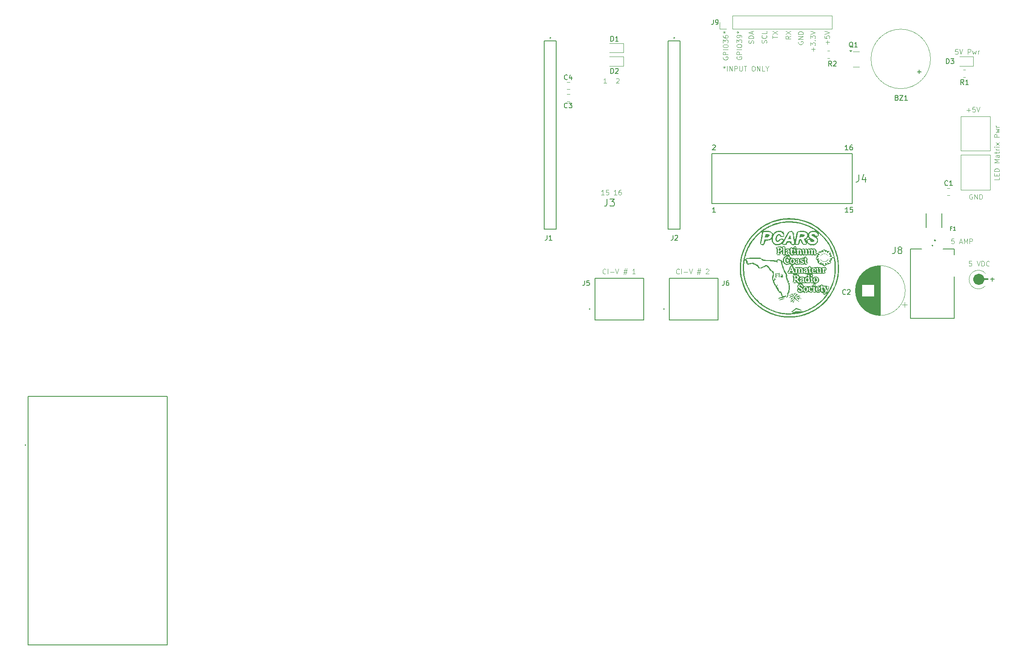
<source format=gbr>
%TF.GenerationSoftware,KiCad,Pcbnew,9.0.0*%
%TF.CreationDate,2025-04-30T10:49:43-04:00*%
%TF.ProjectId,W4MLB_Band_Display_V2,57344d4c-425f-4426-916e-645f44697370,1.0*%
%TF.SameCoordinates,Original*%
%TF.FileFunction,Legend,Top*%
%TF.FilePolarity,Positive*%
%FSLAX46Y46*%
G04 Gerber Fmt 4.6, Leading zero omitted, Abs format (unit mm)*
G04 Created by KiCad (PCBNEW 9.0.0) date 2025-04-30 10:49:43*
%MOMM*%
%LPD*%
G01*
G04 APERTURE LIST*
%ADD10C,0.000000*%
%ADD11C,1.168034*%
%ADD12C,0.300000*%
%ADD13C,0.125000*%
%ADD14C,0.100000*%
%ADD15C,0.200000*%
%ADD16C,0.150000*%
%ADD17C,0.120000*%
%ADD18C,0.127000*%
%ADD19C,0.152400*%
G04 APERTURE END LIST*
D10*
G36*
X168309101Y-117943334D02*
G01*
X168345259Y-117944363D01*
X168362162Y-117945146D01*
X168378296Y-117946114D01*
X168393673Y-117947271D01*
X168408304Y-117948621D01*
X168422202Y-117950167D01*
X168435378Y-117951913D01*
X168447843Y-117953863D01*
X168459609Y-117956021D01*
X168470687Y-117958391D01*
X168481091Y-117960977D01*
X168490830Y-117963782D01*
X168499916Y-117966811D01*
X168508362Y-117970067D01*
X168516179Y-117973555D01*
X168523378Y-117977277D01*
X168529971Y-117981239D01*
X168535970Y-117985443D01*
X168541387Y-117989895D01*
X168546232Y-117994597D01*
X168550518Y-117999553D01*
X168554256Y-118004768D01*
X168557458Y-118010245D01*
X168560136Y-118015988D01*
X168562300Y-118022001D01*
X168563964Y-118028288D01*
X168565137Y-118034853D01*
X168565833Y-118041700D01*
X168566062Y-118048832D01*
X168565795Y-118064960D01*
X168564919Y-118078970D01*
X168563318Y-118090892D01*
X168562211Y-118096079D01*
X168560881Y-118100757D01*
X168559313Y-118104928D01*
X168557493Y-118108596D01*
X168555406Y-118111766D01*
X168553040Y-118114441D01*
X168550379Y-118116625D01*
X168547409Y-118118322D01*
X168544116Y-118119535D01*
X168540486Y-118120270D01*
X168536504Y-118120529D01*
X168532157Y-118120316D01*
X168527430Y-118119636D01*
X168522309Y-118118492D01*
X168516780Y-118116888D01*
X168510828Y-118114828D01*
X168497601Y-118109356D01*
X168482513Y-118102106D01*
X168465451Y-118093109D01*
X168446302Y-118082396D01*
X168424951Y-118069999D01*
X168403427Y-118056437D01*
X168393362Y-118050397D01*
X168383734Y-118044850D01*
X168374524Y-118039793D01*
X168365714Y-118035226D01*
X168357284Y-118031147D01*
X168349214Y-118027555D01*
X168341485Y-118024449D01*
X168334078Y-118021828D01*
X168326973Y-118019689D01*
X168320151Y-118018033D01*
X168313593Y-118016857D01*
X168307279Y-118016160D01*
X168301189Y-118015942D01*
X168295305Y-118016200D01*
X168289607Y-118016933D01*
X168284076Y-118018141D01*
X168278692Y-118019822D01*
X168273436Y-118021974D01*
X168268288Y-118024596D01*
X168263230Y-118027688D01*
X168258241Y-118031246D01*
X168253303Y-118035272D01*
X168248395Y-118039762D01*
X168243500Y-118044717D01*
X168238596Y-118050133D01*
X168233666Y-118056011D01*
X168228689Y-118062349D01*
X168223646Y-118069146D01*
X168213284Y-118084109D01*
X168194931Y-118114619D01*
X168186873Y-118128944D01*
X168179564Y-118142648D01*
X168173004Y-118155733D01*
X168167194Y-118168197D01*
X168162137Y-118180041D01*
X168157832Y-118191266D01*
X168154282Y-118201870D01*
X168151488Y-118211853D01*
X168149451Y-118221217D01*
X168148172Y-118229961D01*
X168147653Y-118238084D01*
X168147895Y-118245588D01*
X168148899Y-118252471D01*
X168150666Y-118258734D01*
X168153199Y-118264378D01*
X168156497Y-118269400D01*
X168160563Y-118273803D01*
X168165398Y-118277586D01*
X168171002Y-118280749D01*
X168177378Y-118283291D01*
X168184526Y-118285214D01*
X168192448Y-118286516D01*
X168201146Y-118287198D01*
X168210619Y-118287260D01*
X168220871Y-118286702D01*
X168231902Y-118285524D01*
X168243712Y-118283725D01*
X168256305Y-118281307D01*
X168269680Y-118278268D01*
X168283840Y-118274609D01*
X168302865Y-118269986D01*
X168320289Y-118266727D01*
X168328416Y-118265622D01*
X168336162Y-118264874D01*
X168343533Y-118264487D01*
X168350537Y-118264467D01*
X168357178Y-118264819D01*
X168363464Y-118265549D01*
X168369402Y-118266661D01*
X168374997Y-118268160D01*
X168380256Y-118270052D01*
X168385186Y-118272343D01*
X168389792Y-118275036D01*
X168394083Y-118278137D01*
X168398063Y-118281652D01*
X168401739Y-118285586D01*
X168405119Y-118289943D01*
X168408207Y-118294729D01*
X168411012Y-118299949D01*
X168413539Y-118305609D01*
X168415794Y-118311713D01*
X168417785Y-118318266D01*
X168419517Y-118325274D01*
X168420997Y-118332742D01*
X168422232Y-118340676D01*
X168423228Y-118349079D01*
X168424529Y-118367318D01*
X168424951Y-118387499D01*
X168424780Y-118408752D01*
X168424248Y-118427545D01*
X168423323Y-118443899D01*
X168422703Y-118451167D01*
X168421974Y-118457834D01*
X168421131Y-118463901D01*
X168420171Y-118469371D01*
X168419089Y-118474247D01*
X168417881Y-118478532D01*
X168416545Y-118482227D01*
X168415075Y-118485336D01*
X168413469Y-118487861D01*
X168411722Y-118489804D01*
X168409830Y-118491169D01*
X168407789Y-118491957D01*
X168405596Y-118492172D01*
X168403247Y-118491816D01*
X168400737Y-118490891D01*
X168398064Y-118489401D01*
X168395222Y-118487347D01*
X168392209Y-118484732D01*
X168389020Y-118481560D01*
X168385651Y-118477832D01*
X168382099Y-118473551D01*
X168378360Y-118468719D01*
X168374429Y-118463340D01*
X168370303Y-118457416D01*
X168361451Y-118443942D01*
X168351514Y-118429610D01*
X168341571Y-118417009D01*
X168331656Y-118406092D01*
X168321805Y-118396814D01*
X168312052Y-118389127D01*
X168302431Y-118382985D01*
X168292979Y-118378342D01*
X168283730Y-118375151D01*
X168274718Y-118373366D01*
X168265979Y-118372940D01*
X168257547Y-118373826D01*
X168249458Y-118375978D01*
X168241746Y-118379350D01*
X168234446Y-118383895D01*
X168227593Y-118389567D01*
X168221222Y-118396318D01*
X168215367Y-118404103D01*
X168210065Y-118412875D01*
X168205349Y-118422588D01*
X168201254Y-118433195D01*
X168197816Y-118444649D01*
X168195068Y-118456904D01*
X168193047Y-118469913D01*
X168191787Y-118483631D01*
X168191322Y-118498010D01*
X168191689Y-118513004D01*
X168192921Y-118528566D01*
X168195053Y-118544650D01*
X168198121Y-118561210D01*
X168202158Y-118578199D01*
X168207201Y-118595570D01*
X168213284Y-118613277D01*
X168224252Y-118642000D01*
X168233225Y-118667447D01*
X168240027Y-118689814D01*
X168244483Y-118709298D01*
X168245777Y-118718020D01*
X168246418Y-118726094D01*
X168246384Y-118733546D01*
X168245655Y-118740400D01*
X168244207Y-118746680D01*
X168242018Y-118752411D01*
X168239068Y-118757618D01*
X168235333Y-118762325D01*
X168230792Y-118766556D01*
X168225423Y-118770336D01*
X168219204Y-118773690D01*
X168212113Y-118776642D01*
X168204128Y-118779217D01*
X168195227Y-118781440D01*
X168185388Y-118783334D01*
X168174589Y-118784925D01*
X168150024Y-118787293D01*
X168121355Y-118788742D01*
X168088408Y-118789467D01*
X168051006Y-118789665D01*
X168023225Y-118789417D01*
X168010327Y-118789107D01*
X167998090Y-118788673D01*
X167986514Y-118788115D01*
X167975600Y-118787433D01*
X167965348Y-118786627D01*
X167955756Y-118785696D01*
X167946827Y-118784642D01*
X167938559Y-118783464D01*
X167930952Y-118782162D01*
X167924006Y-118780735D01*
X167917723Y-118779185D01*
X167912100Y-118777511D01*
X167907139Y-118775712D01*
X167902840Y-118773790D01*
X167899202Y-118771744D01*
X167896225Y-118769573D01*
X167893910Y-118767279D01*
X167893001Y-118766085D01*
X167892257Y-118764860D01*
X167891678Y-118763605D01*
X167891264Y-118762318D01*
X167891016Y-118761000D01*
X167890934Y-118759651D01*
X167891016Y-118758272D01*
X167891264Y-118756861D01*
X167891678Y-118755419D01*
X167892257Y-118753946D01*
X167893910Y-118750908D01*
X167896225Y-118747745D01*
X167899202Y-118744459D01*
X167902840Y-118741048D01*
X167907140Y-118737514D01*
X167912100Y-118733855D01*
X167917723Y-118730072D01*
X167924007Y-118726166D01*
X167935419Y-118717226D01*
X167945849Y-118706239D01*
X167955307Y-118693144D01*
X167963805Y-118677879D01*
X167971351Y-118660381D01*
X167977957Y-118640589D01*
X167983633Y-118618441D01*
X167988389Y-118593874D01*
X167992235Y-118566826D01*
X167995182Y-118537236D01*
X167997241Y-118505042D01*
X167998421Y-118470181D01*
X167998732Y-118432591D01*
X167998186Y-118392211D01*
X167994562Y-118302831D01*
X167966340Y-117942998D01*
X168269729Y-117942998D01*
X168309101Y-117943334D01*
G37*
G36*
X169304622Y-118159516D02*
G01*
X169331530Y-118163154D01*
X169358158Y-118168776D01*
X169384167Y-118176383D01*
X169409215Y-118185974D01*
X169432960Y-118197550D01*
X169444238Y-118204082D01*
X169455062Y-118211110D01*
X169463074Y-118217697D01*
X169471199Y-118226764D01*
X169479386Y-118238147D01*
X169487584Y-118251679D01*
X169495740Y-118267196D01*
X169503804Y-118284531D01*
X169511722Y-118303521D01*
X169519444Y-118323998D01*
X169526918Y-118345799D01*
X169534093Y-118368757D01*
X169540916Y-118392707D01*
X169547336Y-118417484D01*
X169553301Y-118442923D01*
X169558759Y-118468858D01*
X169563660Y-118495123D01*
X169567951Y-118521554D01*
X169576756Y-118610051D01*
X169579314Y-118645856D01*
X169580188Y-118676556D01*
X169579886Y-118690113D01*
X169579035Y-118702542D01*
X169577593Y-118713891D01*
X169575516Y-118724208D01*
X169572763Y-118733544D01*
X169569289Y-118741947D01*
X169565054Y-118749466D01*
X169560013Y-118756151D01*
X169554126Y-118762051D01*
X169547348Y-118767213D01*
X169539637Y-118771689D01*
X169530951Y-118775526D01*
X169521246Y-118778775D01*
X169510482Y-118781483D01*
X169498613Y-118783700D01*
X169485599Y-118785476D01*
X169455963Y-118787898D01*
X169421231Y-118789141D01*
X169335117Y-118789665D01*
X169307524Y-118789340D01*
X169280396Y-118788384D01*
X169253867Y-118786828D01*
X169228072Y-118784704D01*
X169203145Y-118782043D01*
X169179220Y-118778875D01*
X169156433Y-118775232D01*
X169134916Y-118771144D01*
X169114805Y-118766644D01*
X169096235Y-118761760D01*
X169079338Y-118756525D01*
X169064250Y-118750970D01*
X169051106Y-118745126D01*
X169040038Y-118739023D01*
X169035325Y-118735884D01*
X169031182Y-118732692D01*
X169027626Y-118729452D01*
X169024673Y-118726166D01*
X169021377Y-118719128D01*
X169019386Y-118711290D01*
X169018644Y-118702717D01*
X169019092Y-118693479D01*
X169020671Y-118683640D01*
X169023324Y-118673270D01*
X169026993Y-118662434D01*
X169031618Y-118651200D01*
X169037143Y-118639636D01*
X169043509Y-118627808D01*
X169058531Y-118603630D01*
X169076220Y-118579204D01*
X169096110Y-118555068D01*
X169117737Y-118531758D01*
X169140635Y-118509813D01*
X169164339Y-118489770D01*
X169188384Y-118472165D01*
X169200389Y-118464445D01*
X169212305Y-118457537D01*
X169224074Y-118451507D01*
X169235637Y-118446423D01*
X169246936Y-118442352D01*
X169257914Y-118439361D01*
X169268513Y-118437517D01*
X169278673Y-118436887D01*
X169281959Y-118436744D01*
X169285200Y-118436319D01*
X169288391Y-118435620D01*
X169291530Y-118434655D01*
X169294612Y-118433431D01*
X169297633Y-118431957D01*
X169300589Y-118430240D01*
X169303478Y-118428288D01*
X169306293Y-118426109D01*
X169309033Y-118423710D01*
X169314268Y-118418284D01*
X169319151Y-118412072D01*
X169323652Y-118405138D01*
X169327740Y-118397541D01*
X169331383Y-118389345D01*
X169334551Y-118380612D01*
X169337212Y-118371403D01*
X169339336Y-118361781D01*
X169340892Y-118351807D01*
X169341848Y-118341544D01*
X169342173Y-118331054D01*
X169341828Y-118319479D01*
X169340816Y-118308569D01*
X169339173Y-118298329D01*
X169336937Y-118288762D01*
X169334142Y-118279872D01*
X169330825Y-118271662D01*
X169327023Y-118264138D01*
X169322770Y-118257301D01*
X169318105Y-118251158D01*
X169313062Y-118245710D01*
X169307678Y-118240963D01*
X169301990Y-118236920D01*
X169296032Y-118233585D01*
X169289842Y-118230962D01*
X169283456Y-118229054D01*
X169276909Y-118227867D01*
X169270239Y-118227402D01*
X169263481Y-118227665D01*
X169256670Y-118228659D01*
X169249845Y-118230388D01*
X169243040Y-118232857D01*
X169236292Y-118236068D01*
X169229637Y-118240025D01*
X169223111Y-118244734D01*
X169216751Y-118250197D01*
X169210592Y-118256418D01*
X169204670Y-118263401D01*
X169199023Y-118271151D01*
X169193686Y-118279670D01*
X169188695Y-118288964D01*
X169184086Y-118299035D01*
X169179896Y-118309888D01*
X169178492Y-118314434D01*
X169176930Y-118318812D01*
X169175218Y-118323016D01*
X169173364Y-118327044D01*
X169171376Y-118330891D01*
X169169261Y-118334552D01*
X169167027Y-118338026D01*
X169164682Y-118341306D01*
X169162234Y-118344391D01*
X169159690Y-118347275D01*
X169157059Y-118349955D01*
X169154347Y-118352427D01*
X169151563Y-118354687D01*
X169148714Y-118356732D01*
X169145809Y-118358557D01*
X169142854Y-118360158D01*
X169139858Y-118361532D01*
X169136829Y-118362675D01*
X169133773Y-118363582D01*
X169130700Y-118364251D01*
X169127616Y-118364676D01*
X169124530Y-118364855D01*
X169121448Y-118364784D01*
X169118380Y-118364458D01*
X169115332Y-118363873D01*
X169112313Y-118363026D01*
X169109330Y-118361913D01*
X169106391Y-118360530D01*
X169103504Y-118358873D01*
X169100675Y-118356939D01*
X169097915Y-118354723D01*
X169095229Y-118352221D01*
X169092666Y-118349514D01*
X169090268Y-118346688D01*
X169088035Y-118343748D01*
X169085968Y-118340700D01*
X169084066Y-118337549D01*
X169082330Y-118334299D01*
X169080759Y-118330957D01*
X169079353Y-118327526D01*
X169077038Y-118320422D01*
X169075385Y-118313029D01*
X169074392Y-118305388D01*
X169074062Y-118297540D01*
X169074392Y-118289527D01*
X169075385Y-118281389D01*
X169077038Y-118273169D01*
X169079353Y-118264908D01*
X169082330Y-118256647D01*
X169085968Y-118248427D01*
X169090268Y-118240289D01*
X169095229Y-118232276D01*
X169100286Y-118223925D01*
X169106169Y-118216070D01*
X169112834Y-118208712D01*
X169120240Y-118201849D01*
X169128344Y-118195483D01*
X169137102Y-118189612D01*
X169146473Y-118184238D01*
X169156414Y-118179360D01*
X169166881Y-118174978D01*
X169177833Y-118171092D01*
X169201021Y-118164808D01*
X169225634Y-118160508D01*
X169251333Y-118158193D01*
X169277776Y-118157862D01*
X169304622Y-118159516D01*
G37*
G36*
X169861206Y-123101556D02*
G01*
X169870057Y-123101994D01*
X169877788Y-123102857D01*
X169884459Y-123104137D01*
X169890127Y-123105831D01*
X169892604Y-123106832D01*
X169894851Y-123107934D01*
X169896877Y-123109137D01*
X169898689Y-123110439D01*
X169900293Y-123111842D01*
X169901698Y-123113343D01*
X169902911Y-123114942D01*
X169903938Y-123116639D01*
X169904787Y-123118433D01*
X169905465Y-123120323D01*
X169906339Y-123124389D01*
X169906618Y-123128832D01*
X169904724Y-123135872D01*
X169899152Y-123143724D01*
X169877652Y-123161643D01*
X169843459Y-123182147D01*
X169797918Y-123204789D01*
X169742373Y-123229127D01*
X169678167Y-123254716D01*
X169529146Y-123307867D01*
X169361604Y-123360687D01*
X169186290Y-123409621D01*
X169013952Y-123451113D01*
X168932259Y-123467958D01*
X168855340Y-123481609D01*
X168829202Y-123485232D01*
X168806309Y-123488100D01*
X168786600Y-123490121D01*
X168770012Y-123491201D01*
X168762869Y-123491359D01*
X168756483Y-123491247D01*
X168750846Y-123490854D01*
X168745951Y-123490167D01*
X168741790Y-123489176D01*
X168738355Y-123487867D01*
X168735638Y-123486231D01*
X168733632Y-123484255D01*
X168732328Y-123481928D01*
X168731720Y-123479238D01*
X168731798Y-123476172D01*
X168732557Y-123472721D01*
X168733987Y-123468872D01*
X168736081Y-123464613D01*
X168738832Y-123459933D01*
X168742231Y-123454820D01*
X168746271Y-123449263D01*
X168750943Y-123443250D01*
X168762157Y-123429809D01*
X168775810Y-123414404D01*
X168791841Y-123396943D01*
X168805688Y-123385965D01*
X168823246Y-123374274D01*
X168844256Y-123361984D01*
X168868459Y-123349208D01*
X168925413Y-123322653D01*
X168992041Y-123295520D01*
X169066276Y-123268717D01*
X169146051Y-123243154D01*
X169229298Y-123219741D01*
X169313950Y-123199387D01*
X169403160Y-123180611D01*
X169483243Y-123163944D01*
X169554665Y-123149344D01*
X169617891Y-123136769D01*
X169673386Y-123126179D01*
X169721616Y-123117532D01*
X169743151Y-123113924D01*
X169763045Y-123110786D01*
X169781354Y-123108114D01*
X169798138Y-123105901D01*
X169813455Y-123104143D01*
X169827361Y-123102835D01*
X169839917Y-123101971D01*
X169851179Y-123101547D01*
X169861206Y-123101556D01*
G37*
G36*
X179247347Y-113547842D02*
G01*
X179253720Y-113549946D01*
X179259674Y-113553849D01*
X179265183Y-113559568D01*
X179270222Y-113567121D01*
X179274766Y-113576524D01*
X179278787Y-113587793D01*
X179282260Y-113600947D01*
X179285160Y-113616000D01*
X179287461Y-113632971D01*
X179289136Y-113651876D01*
X179290160Y-113672731D01*
X179290507Y-113695554D01*
X179292667Y-113735724D01*
X179298858Y-113781433D01*
X179308645Y-113831608D01*
X179321595Y-113885172D01*
X179337274Y-113941051D01*
X179355247Y-113998171D01*
X179375080Y-114055456D01*
X179396340Y-114111832D01*
X179418592Y-114166223D01*
X179441402Y-114217555D01*
X179464336Y-114264753D01*
X179486960Y-114306742D01*
X179508840Y-114342447D01*
X179529541Y-114370793D01*
X179539314Y-114381871D01*
X179548630Y-114390706D01*
X179557435Y-114397164D01*
X179565673Y-114401110D01*
X179578925Y-114405862D01*
X179590910Y-114410846D01*
X179601642Y-114416047D01*
X179611134Y-114421450D01*
X179619402Y-114427039D01*
X179626460Y-114432798D01*
X179632321Y-114438712D01*
X179637000Y-114444766D01*
X179640511Y-114450944D01*
X179642869Y-114457231D01*
X179644087Y-114463610D01*
X179644180Y-114470067D01*
X179643161Y-114476586D01*
X179641046Y-114483151D01*
X179637849Y-114489748D01*
X179633582Y-114496360D01*
X179628262Y-114502972D01*
X179621902Y-114509568D01*
X179614516Y-114516134D01*
X179606118Y-114522653D01*
X179596723Y-114529110D01*
X179586345Y-114535489D01*
X179562696Y-114547954D01*
X179535285Y-114559922D01*
X179504226Y-114571270D01*
X179469632Y-114581874D01*
X179431617Y-114591610D01*
X179378697Y-114601936D01*
X179331048Y-114609069D01*
X179309194Y-114611422D01*
X179288650Y-114612957D01*
X179269413Y-114613668D01*
X179251481Y-114613548D01*
X179234851Y-114612591D01*
X179219521Y-114610790D01*
X179205488Y-114608139D01*
X179192749Y-114604632D01*
X179181303Y-114600262D01*
X179171145Y-114595022D01*
X179162275Y-114588906D01*
X179154688Y-114581908D01*
X179148383Y-114574021D01*
X179143357Y-114565239D01*
X179139608Y-114555555D01*
X179137132Y-114544963D01*
X179135927Y-114533456D01*
X179135992Y-114521028D01*
X179137322Y-114507672D01*
X179139916Y-114493383D01*
X179143770Y-114478153D01*
X179148883Y-114461976D01*
X179155252Y-114444845D01*
X179162873Y-114426755D01*
X179171746Y-114407698D01*
X179181866Y-114387669D01*
X179205840Y-114344665D01*
X179216591Y-114324994D01*
X179226364Y-114305698D01*
X179235174Y-114286820D01*
X179243033Y-114268405D01*
X179249958Y-114250496D01*
X179255961Y-114233137D01*
X179261057Y-114216373D01*
X179265261Y-114200247D01*
X179268586Y-114184803D01*
X179271047Y-114170085D01*
X179272658Y-114156137D01*
X179273433Y-114143003D01*
X179273386Y-114130727D01*
X179272532Y-114119353D01*
X179270885Y-114108924D01*
X179268459Y-114099485D01*
X179265267Y-114091079D01*
X179261326Y-114083751D01*
X179256647Y-114077544D01*
X179251247Y-114072503D01*
X179245139Y-114068671D01*
X179238337Y-114066092D01*
X179230855Y-114064810D01*
X179222708Y-114064869D01*
X179213910Y-114066313D01*
X179204475Y-114069185D01*
X179194417Y-114073531D01*
X179183751Y-114079393D01*
X179172491Y-114086816D01*
X179160650Y-114095844D01*
X179148243Y-114106520D01*
X179135285Y-114118888D01*
X179107752Y-114145334D01*
X179083361Y-114166416D01*
X179062111Y-114182062D01*
X179044004Y-114192199D01*
X179036128Y-114195180D01*
X179029038Y-114196755D01*
X179022734Y-114196918D01*
X179017215Y-114195658D01*
X179012481Y-114192967D01*
X179008533Y-114188835D01*
X179005370Y-114183254D01*
X179002993Y-114176214D01*
X179001402Y-114167706D01*
X179000596Y-114157722D01*
X179001340Y-114133288D01*
X179005226Y-114102838D01*
X179012254Y-114066301D01*
X179022424Y-114023605D01*
X179035735Y-113974676D01*
X179052189Y-113919442D01*
X179071784Y-113857831D01*
X179081103Y-113827469D01*
X179090519Y-113798571D01*
X179100008Y-113771153D01*
X179109543Y-113745232D01*
X179119099Y-113720826D01*
X179128650Y-113697950D01*
X179138169Y-113676622D01*
X179147632Y-113656859D01*
X179157012Y-113638676D01*
X179166284Y-113622092D01*
X179175421Y-113607123D01*
X179184398Y-113593786D01*
X179193189Y-113582097D01*
X179201769Y-113572073D01*
X179210110Y-113563732D01*
X179218188Y-113557089D01*
X179225976Y-113552162D01*
X179233450Y-113548967D01*
X179240582Y-113547522D01*
X179247347Y-113547842D01*
G37*
G36*
X172317481Y-125065393D02*
G01*
X172329319Y-125067015D01*
X172340992Y-125069598D01*
X172352587Y-125073104D01*
X172364193Y-125077497D01*
X172375897Y-125082738D01*
X172387787Y-125088791D01*
X172399950Y-125095618D01*
X172425451Y-125111443D01*
X172441717Y-125121854D01*
X172458676Y-125131893D01*
X172476192Y-125141519D01*
X172494133Y-125150689D01*
X172512362Y-125159364D01*
X172530747Y-125167502D01*
X172549153Y-125175060D01*
X172567444Y-125181999D01*
X172585488Y-125188276D01*
X172603149Y-125193850D01*
X172620294Y-125198680D01*
X172636787Y-125202724D01*
X172652495Y-125205942D01*
X172667283Y-125208292D01*
X172681016Y-125209732D01*
X172693562Y-125210221D01*
X172707538Y-125210811D01*
X172722935Y-125212545D01*
X172757558Y-125219220D01*
X172796563Y-125229801D01*
X172839083Y-125243845D01*
X172884248Y-125260907D01*
X172931191Y-125280542D01*
X172979044Y-125302307D01*
X173026937Y-125325756D01*
X173074004Y-125350445D01*
X173119376Y-125375930D01*
X173162185Y-125401766D01*
X173201562Y-125427510D01*
X173236640Y-125452715D01*
X173266550Y-125476939D01*
X173290425Y-125499737D01*
X173299827Y-125510462D01*
X173307395Y-125520664D01*
X173315024Y-125532423D01*
X173322037Y-125543872D01*
X173328441Y-125554994D01*
X173334240Y-125565768D01*
X173339440Y-125576175D01*
X173344045Y-125586196D01*
X173348061Y-125595811D01*
X173351493Y-125605001D01*
X173354347Y-125613747D01*
X173356626Y-125622028D01*
X173358338Y-125629827D01*
X173359486Y-125637123D01*
X173360076Y-125643897D01*
X173360113Y-125650130D01*
X173359602Y-125655802D01*
X173358549Y-125660894D01*
X173356958Y-125665387D01*
X173354835Y-125669261D01*
X173352185Y-125672496D01*
X173349013Y-125675074D01*
X173345324Y-125676975D01*
X173341123Y-125678180D01*
X173336416Y-125678669D01*
X173331208Y-125678423D01*
X173325504Y-125677423D01*
X173319309Y-125675648D01*
X173312628Y-125673081D01*
X173305466Y-125669700D01*
X173297829Y-125665488D01*
X173289722Y-125660425D01*
X173281149Y-125654490D01*
X173272117Y-125647666D01*
X173261158Y-125639410D01*
X173246954Y-125630564D01*
X173229732Y-125621202D01*
X173209720Y-125611396D01*
X173162233Y-125590739D01*
X173106312Y-125569173D01*
X173043776Y-125547276D01*
X172976446Y-125525626D01*
X172906138Y-125504804D01*
X172834673Y-125485387D01*
X172797668Y-125477133D01*
X172760879Y-125468299D01*
X172724525Y-125458970D01*
X172688822Y-125449227D01*
X172653986Y-125439154D01*
X172620237Y-125428832D01*
X172587789Y-125418345D01*
X172556861Y-125407776D01*
X172527669Y-125397206D01*
X172500430Y-125386720D01*
X172475362Y-125376398D01*
X172452681Y-125366325D01*
X172432605Y-125356582D01*
X172415350Y-125347253D01*
X172401133Y-125338420D01*
X172390173Y-125330166D01*
X172377839Y-125321906D01*
X172364597Y-125315682D01*
X172357608Y-125313350D01*
X172350362Y-125311546D01*
X172335052Y-125309550D01*
X172318584Y-125309745D01*
X172300876Y-125312182D01*
X172281846Y-125316914D01*
X172261410Y-125323992D01*
X172239485Y-125333468D01*
X172215989Y-125345393D01*
X172190840Y-125359819D01*
X172163955Y-125376799D01*
X172135250Y-125396382D01*
X172104644Y-125418622D01*
X172072053Y-125443570D01*
X172037395Y-125471278D01*
X171965722Y-125526121D01*
X171893955Y-125579301D01*
X171822664Y-125630476D01*
X171752417Y-125679305D01*
X171683782Y-125725447D01*
X171617328Y-125768560D01*
X171553623Y-125808305D01*
X171493236Y-125844339D01*
X171436735Y-125876321D01*
X171384688Y-125903911D01*
X171337664Y-125926768D01*
X171296232Y-125944550D01*
X171260959Y-125956916D01*
X171245810Y-125960962D01*
X171232415Y-125963526D01*
X171220843Y-125964565D01*
X171211167Y-125964038D01*
X171203457Y-125961900D01*
X171197785Y-125958111D01*
X171195283Y-125956127D01*
X171193065Y-125954147D01*
X171191126Y-125952175D01*
X171189461Y-125950214D01*
X171188065Y-125948269D01*
X171186933Y-125946343D01*
X171186058Y-125944441D01*
X171185437Y-125942566D01*
X171185064Y-125940721D01*
X171184934Y-125938912D01*
X171185042Y-125937141D01*
X171185382Y-125935413D01*
X171185950Y-125933732D01*
X171186739Y-125932101D01*
X171187746Y-125930524D01*
X171188965Y-125929006D01*
X171190390Y-125927549D01*
X171192017Y-125926158D01*
X171193840Y-125924837D01*
X171195855Y-125923590D01*
X171198055Y-125922420D01*
X171200437Y-125921332D01*
X171202994Y-125920329D01*
X171205722Y-125919415D01*
X171208615Y-125918594D01*
X171211668Y-125917870D01*
X171214876Y-125917246D01*
X171218234Y-125916728D01*
X171225379Y-125916020D01*
X171233062Y-125915777D01*
X171237650Y-125915654D01*
X171242152Y-125915289D01*
X171246563Y-125914690D01*
X171250880Y-125913861D01*
X171255099Y-125912811D01*
X171259216Y-125911544D01*
X171263226Y-125910069D01*
X171267127Y-125908390D01*
X171270914Y-125906516D01*
X171274584Y-125904451D01*
X171278132Y-125902203D01*
X171281555Y-125899778D01*
X171284849Y-125897182D01*
X171288010Y-125894422D01*
X171291033Y-125891505D01*
X171293916Y-125888436D01*
X171296654Y-125885223D01*
X171299244Y-125881872D01*
X171301681Y-125878388D01*
X171303962Y-125874780D01*
X171306083Y-125871052D01*
X171308039Y-125867213D01*
X171309828Y-125863267D01*
X171311445Y-125859222D01*
X171312886Y-125855084D01*
X171314147Y-125850859D01*
X171315226Y-125846554D01*
X171316116Y-125842176D01*
X171316816Y-125837730D01*
X171317320Y-125833224D01*
X171317626Y-125828663D01*
X171317729Y-125824055D01*
X171321412Y-125814257D01*
X171329663Y-125800903D01*
X171342255Y-125784243D01*
X171358960Y-125764523D01*
X171403801Y-125716898D01*
X171462368Y-125660013D01*
X171532841Y-125595852D01*
X171613401Y-125526398D01*
X171702229Y-125453638D01*
X171797507Y-125379554D01*
X171875097Y-125319725D01*
X171944295Y-125267037D01*
X172005804Y-125221192D01*
X172060326Y-125181888D01*
X172085187Y-125164596D01*
X172108564Y-125148827D01*
X172130547Y-125134544D01*
X172151221Y-125121709D01*
X172170677Y-125110285D01*
X172189000Y-125100234D01*
X172206280Y-125091519D01*
X172222604Y-125084103D01*
X172238059Y-125077947D01*
X172252734Y-125073014D01*
X172266717Y-125069268D01*
X172280095Y-125066670D01*
X172292957Y-125065183D01*
X172305389Y-125064770D01*
X172317481Y-125065393D01*
G37*
G36*
X174321632Y-117390901D02*
G01*
X174326620Y-117392453D01*
X174331023Y-117395128D01*
X174334879Y-117398936D01*
X174338224Y-117403882D01*
X174341093Y-117409976D01*
X174343522Y-117417225D01*
X174345549Y-117425637D01*
X174347209Y-117435219D01*
X174349572Y-117457926D01*
X174350902Y-117485407D01*
X174351487Y-117517726D01*
X174351618Y-117554943D01*
X174351108Y-117573832D01*
X174349606Y-117592117D01*
X174347153Y-117609775D01*
X174343791Y-117626780D01*
X174339560Y-117643108D01*
X174334503Y-117658735D01*
X174328660Y-117673635D01*
X174322073Y-117687786D01*
X174314783Y-117701160D01*
X174306832Y-117713736D01*
X174298260Y-117725487D01*
X174289110Y-117736389D01*
X174279422Y-117746418D01*
X174269239Y-117755549D01*
X174258600Y-117763757D01*
X174247548Y-117771019D01*
X174236124Y-117777309D01*
X174224370Y-117782603D01*
X174212325Y-117786876D01*
X174200033Y-117790105D01*
X174187534Y-117792263D01*
X174174870Y-117793328D01*
X174162082Y-117793273D01*
X174149211Y-117792075D01*
X174136299Y-117789710D01*
X174123386Y-117786152D01*
X174110515Y-117781376D01*
X174097727Y-117775360D01*
X174085063Y-117768077D01*
X174072564Y-117759504D01*
X174060272Y-117749615D01*
X174048228Y-117738387D01*
X174037242Y-117725387D01*
X174032450Y-117719038D01*
X174028136Y-117712769D01*
X174024308Y-117706568D01*
X174020974Y-117700420D01*
X174018141Y-117694311D01*
X174015817Y-117688226D01*
X174014009Y-117682152D01*
X174012727Y-117676074D01*
X174011976Y-117669978D01*
X174011765Y-117663849D01*
X174012103Y-117657674D01*
X174012995Y-117651438D01*
X174014451Y-117645127D01*
X174016478Y-117638727D01*
X174019084Y-117632224D01*
X174022277Y-117625603D01*
X174026063Y-117618850D01*
X174030452Y-117611952D01*
X174035450Y-117604893D01*
X174041066Y-117597660D01*
X174047308Y-117590238D01*
X174054182Y-117582613D01*
X174069861Y-117566699D01*
X174088164Y-117549802D01*
X174109156Y-117531810D01*
X174132896Y-117512609D01*
X174203066Y-117457129D01*
X174231681Y-117435498D01*
X174256368Y-117418021D01*
X174267330Y-117410860D01*
X174277418Y-117404761D01*
X174286669Y-117399731D01*
X174295119Y-117395779D01*
X174302804Y-117392913D01*
X174309760Y-117391139D01*
X174316024Y-117390466D01*
X174321632Y-117390901D01*
G37*
D11*
X210290517Y-119205700D02*
G75*
G02*
X209122483Y-119205700I-584017J0D01*
G01*
X209122483Y-119205700D02*
G75*
G02*
X210290517Y-119205700I584017J0D01*
G01*
D12*
X209706500Y-119205700D02*
X211526500Y-119195700D01*
D10*
G36*
X171141340Y-110506443D02*
G01*
X171211895Y-110922721D01*
X170894396Y-110957999D01*
X170829779Y-110965578D01*
X170769049Y-110972330D01*
X170713445Y-110978091D01*
X170664208Y-110982693D01*
X170622577Y-110985973D01*
X170589794Y-110987764D01*
X170577107Y-110988050D01*
X170567097Y-110987902D01*
X170559919Y-110987299D01*
X170555728Y-110986220D01*
X170555789Y-110983862D01*
X170558526Y-110976946D01*
X170571493Y-110950392D01*
X170623638Y-110853047D01*
X170703564Y-110709400D01*
X170802673Y-110534665D01*
X171070784Y-110090165D01*
X171141340Y-110506443D01*
G37*
G36*
X171074312Y-107321741D02*
G01*
X171508725Y-107338374D01*
X171927594Y-107368153D01*
X172314051Y-107410666D01*
X172489854Y-107436568D01*
X172651229Y-107465499D01*
X172885366Y-107514319D01*
X173121705Y-107570643D01*
X173359635Y-107634201D01*
X173598548Y-107704726D01*
X173837832Y-107781948D01*
X174076878Y-107865598D01*
X174315078Y-107955408D01*
X174551819Y-108051109D01*
X174786494Y-108152433D01*
X175018492Y-108259110D01*
X175247203Y-108370873D01*
X175472018Y-108487451D01*
X175692327Y-108608577D01*
X175907520Y-108733982D01*
X176116987Y-108863397D01*
X176320118Y-108996553D01*
X176460170Y-109097078D01*
X176611725Y-109214697D01*
X176772726Y-109347323D01*
X176941117Y-109492868D01*
X177114842Y-109649244D01*
X177291842Y-109814364D01*
X177647445Y-110162484D01*
X177991472Y-110520526D01*
X178154003Y-110698049D01*
X178307470Y-110871788D01*
X178449816Y-111039658D01*
X178578985Y-111199569D01*
X178692919Y-111349434D01*
X178789562Y-111487165D01*
X178998005Y-111817912D01*
X179192060Y-112151407D01*
X179371729Y-112487755D01*
X179537011Y-112827059D01*
X179687906Y-113169422D01*
X179824415Y-113514948D01*
X179946537Y-113863740D01*
X180054272Y-114215901D01*
X180147620Y-114571535D01*
X180226582Y-114930745D01*
X180291156Y-115293634D01*
X180341345Y-115660306D01*
X180377146Y-116030864D01*
X180398560Y-116405411D01*
X180405588Y-116784051D01*
X180398229Y-117166888D01*
X180380329Y-117526530D01*
X180352920Y-117875764D01*
X180315754Y-118215428D01*
X180268584Y-118546359D01*
X180211161Y-118869393D01*
X180143237Y-119185369D01*
X180064565Y-119495123D01*
X179974896Y-119799492D01*
X179873982Y-120099313D01*
X179761575Y-120395424D01*
X179637428Y-120688662D01*
X179501291Y-120979864D01*
X179352918Y-121269867D01*
X179192059Y-121559508D01*
X179018468Y-121849625D01*
X178831895Y-122141054D01*
X178575708Y-122509127D01*
X178304997Y-122861810D01*
X178020408Y-123198928D01*
X177722588Y-123520305D01*
X177412186Y-123825766D01*
X177089847Y-124115135D01*
X176756219Y-124388236D01*
X176411950Y-124644894D01*
X176057687Y-124884933D01*
X175694077Y-125108177D01*
X174941405Y-125503577D01*
X174159111Y-125829690D01*
X173352375Y-126085109D01*
X172526374Y-126268430D01*
X171686285Y-126378246D01*
X170837288Y-126413152D01*
X170411067Y-126402074D01*
X169984560Y-126371742D01*
X169558415Y-126321979D01*
X169133278Y-126252610D01*
X168709798Y-126163460D01*
X168288622Y-126054352D01*
X167870396Y-125925111D01*
X167455768Y-125775561D01*
X167045386Y-125605527D01*
X166639896Y-125414832D01*
X166139437Y-125147822D01*
X165659752Y-124855335D01*
X165201441Y-124538188D01*
X164765102Y-124197197D01*
X164351336Y-123833180D01*
X163960741Y-123446952D01*
X163593918Y-123039330D01*
X163251465Y-122611131D01*
X162933982Y-122163170D01*
X162642069Y-121696265D01*
X162376325Y-121211232D01*
X162137349Y-120708887D01*
X161925740Y-120190047D01*
X161742100Y-119655528D01*
X161587026Y-119106147D01*
X161461118Y-118542721D01*
X161430277Y-118358689D01*
X161403901Y-118159888D01*
X161381991Y-117948416D01*
X161364545Y-117726371D01*
X161343047Y-117258954D01*
X161339409Y-116774422D01*
X161345731Y-116558897D01*
X161540382Y-116558897D01*
X161540777Y-116579876D01*
X161541802Y-116597826D01*
X161543467Y-116612491D01*
X161545784Y-116623610D01*
X161549830Y-116635361D01*
X161554011Y-116654450D01*
X161562651Y-116712906D01*
X161571457Y-116795506D01*
X161580180Y-116898776D01*
X161596386Y-117153438D01*
X161609284Y-117449110D01*
X161615499Y-117601962D01*
X161623285Y-117751176D01*
X161632229Y-117893113D01*
X161641916Y-118024137D01*
X161651935Y-118140609D01*
X161661870Y-118238891D01*
X161671310Y-118315345D01*
X161679840Y-118366332D01*
X161735402Y-118635325D01*
X161772113Y-118829683D01*
X161790097Y-118932857D01*
X161806840Y-119036610D01*
X161815254Y-119086829D01*
X161824548Y-119136738D01*
X161834606Y-119186027D01*
X161845315Y-119234386D01*
X161856561Y-119281504D01*
X161868231Y-119327072D01*
X161880212Y-119370780D01*
X161892388Y-119412318D01*
X161904648Y-119451375D01*
X161916876Y-119487642D01*
X161928960Y-119520808D01*
X161940785Y-119550563D01*
X161952238Y-119576597D01*
X161963206Y-119598601D01*
X161973574Y-119616264D01*
X161983229Y-119629276D01*
X161988417Y-119634048D01*
X161993397Y-119639093D01*
X161998168Y-119644394D01*
X162002728Y-119649933D01*
X162011211Y-119661662D01*
X162018837Y-119674146D01*
X162025595Y-119687249D01*
X162031474Y-119700838D01*
X162036464Y-119714779D01*
X162040555Y-119728936D01*
X162043737Y-119743177D01*
X162045998Y-119757365D01*
X162047330Y-119771367D01*
X162047721Y-119785049D01*
X162047161Y-119798277D01*
X162045640Y-119810915D01*
X162043148Y-119822829D01*
X162039673Y-119833886D01*
X162037812Y-119839238D01*
X162036195Y-119844700D01*
X162034819Y-119850261D01*
X162033679Y-119855908D01*
X162032771Y-119861626D01*
X162032092Y-119867404D01*
X162031638Y-119873229D01*
X162031405Y-119879087D01*
X162031389Y-119884966D01*
X162031586Y-119890852D01*
X162032604Y-119902597D01*
X162034428Y-119914217D01*
X162037027Y-119925610D01*
X162040371Y-119936672D01*
X162044427Y-119947301D01*
X162046713Y-119952420D01*
X162049166Y-119957391D01*
X162051782Y-119962203D01*
X162054556Y-119966841D01*
X162057485Y-119971294D01*
X162060566Y-119975547D01*
X162063794Y-119979589D01*
X162067165Y-119983405D01*
X162070676Y-119986984D01*
X162074322Y-119990313D01*
X162078100Y-119993378D01*
X162082006Y-119996166D01*
X162089935Y-120002186D01*
X162097813Y-120009602D01*
X162105586Y-120018319D01*
X162113205Y-120028246D01*
X162120617Y-120039289D01*
X162127771Y-120051356D01*
X162134615Y-120064352D01*
X162141097Y-120078186D01*
X162147165Y-120092764D01*
X162152769Y-120107993D01*
X162157855Y-120123780D01*
X162162374Y-120140033D01*
X162166272Y-120156657D01*
X162169498Y-120173561D01*
X162172001Y-120190650D01*
X162173729Y-120207833D01*
X162174472Y-120216368D01*
X162175375Y-120224769D01*
X162176434Y-120233025D01*
X162177642Y-120241126D01*
X162178995Y-120249062D01*
X162180488Y-120256821D01*
X162182115Y-120264395D01*
X162183871Y-120271773D01*
X162185751Y-120278944D01*
X162187750Y-120285898D01*
X162189863Y-120292624D01*
X162192084Y-120299113D01*
X162194409Y-120305354D01*
X162196831Y-120311336D01*
X162199347Y-120317050D01*
X162201951Y-120322484D01*
X162204637Y-120327629D01*
X162207401Y-120332475D01*
X162210237Y-120337010D01*
X162213141Y-120341225D01*
X162216106Y-120345110D01*
X162219128Y-120348653D01*
X162222202Y-120351845D01*
X162225322Y-120354675D01*
X162228484Y-120357133D01*
X162231682Y-120359208D01*
X162234911Y-120360891D01*
X162238166Y-120362171D01*
X162241441Y-120363038D01*
X162244732Y-120363480D01*
X162248033Y-120363489D01*
X162251340Y-120363053D01*
X162255287Y-120362699D01*
X162259189Y-120362950D01*
X162263043Y-120363790D01*
X162266843Y-120365203D01*
X162270586Y-120367175D01*
X162274269Y-120369689D01*
X162281436Y-120376283D01*
X162288314Y-120384861D01*
X162294872Y-120395300D01*
X162301078Y-120407475D01*
X162306902Y-120421262D01*
X162312313Y-120436538D01*
X162317279Y-120453178D01*
X162321770Y-120471058D01*
X162325754Y-120490054D01*
X162329201Y-120510042D01*
X162332079Y-120530899D01*
X162334358Y-120552499D01*
X162336007Y-120574720D01*
X162338897Y-120598267D01*
X162342263Y-120621216D01*
X162346083Y-120643461D01*
X162350338Y-120664900D01*
X162355006Y-120685429D01*
X162360067Y-120704946D01*
X162365500Y-120723346D01*
X162371284Y-120740527D01*
X162377399Y-120756385D01*
X162383824Y-120770816D01*
X162387147Y-120777465D01*
X162390539Y-120783718D01*
X162393998Y-120789563D01*
X162397522Y-120794987D01*
X162401108Y-120799977D01*
X162404753Y-120804519D01*
X162408455Y-120808602D01*
X162412212Y-120812212D01*
X162416020Y-120815336D01*
X162419877Y-120817962D01*
X162423781Y-120820076D01*
X162427729Y-120821665D01*
X162431035Y-120823111D01*
X162434335Y-120824795D01*
X162440889Y-120828845D01*
X162447340Y-120833742D01*
X162453636Y-120839414D01*
X162459725Y-120845789D01*
X162465556Y-120852795D01*
X162471077Y-120860359D01*
X162476236Y-120868408D01*
X162480981Y-120876871D01*
X162485262Y-120885675D01*
X162489026Y-120894748D01*
X162492221Y-120904017D01*
X162494796Y-120913410D01*
X162496700Y-120922855D01*
X162497879Y-120932279D01*
X162498284Y-120941610D01*
X162498428Y-120946280D01*
X162498854Y-120951022D01*
X162499557Y-120955826D01*
X162500530Y-120960682D01*
X162501767Y-120965579D01*
X162503261Y-120970507D01*
X162506993Y-120980415D01*
X162511677Y-120990323D01*
X162517260Y-121000149D01*
X162523690Y-121009809D01*
X162530916Y-121019221D01*
X162538886Y-121028302D01*
X162547549Y-121036970D01*
X162556853Y-121045141D01*
X162566745Y-121052734D01*
X162577175Y-121059666D01*
X162582576Y-121062858D01*
X162588091Y-121065853D01*
X162593715Y-121068642D01*
X162599441Y-121071214D01*
X162605262Y-121073558D01*
X162611173Y-121075664D01*
X162616402Y-121077730D01*
X162621500Y-121079952D01*
X162626461Y-121082321D01*
X162631279Y-121084829D01*
X162635947Y-121087465D01*
X162640458Y-121090222D01*
X162644807Y-121093090D01*
X162648987Y-121096060D01*
X162652990Y-121099123D01*
X162656812Y-121102270D01*
X162660445Y-121105491D01*
X162663883Y-121108779D01*
X162667120Y-121112124D01*
X162670148Y-121115516D01*
X162672962Y-121118947D01*
X162675555Y-121122408D01*
X162677921Y-121125890D01*
X162680053Y-121129383D01*
X162681944Y-121132878D01*
X162683589Y-121136368D01*
X162684981Y-121139841D01*
X162686113Y-121143290D01*
X162686979Y-121146706D01*
X162687572Y-121150079D01*
X162687886Y-121153400D01*
X162687915Y-121156661D01*
X162687651Y-121159852D01*
X162687089Y-121162963D01*
X162686223Y-121165988D01*
X162685045Y-121168915D01*
X162683549Y-121171736D01*
X162681729Y-121174442D01*
X162678576Y-121182233D01*
X162677009Y-121192286D01*
X162676962Y-121204465D01*
X162678366Y-121218636D01*
X162685263Y-121252406D01*
X162697163Y-121292512D01*
X162713527Y-121337869D01*
X162733819Y-121387390D01*
X162757500Y-121439992D01*
X162784034Y-121494588D01*
X162812884Y-121550094D01*
X162843510Y-121605424D01*
X162875378Y-121659493D01*
X162907948Y-121711216D01*
X162940683Y-121759508D01*
X162973046Y-121803283D01*
X163004500Y-121841456D01*
X163034507Y-121872942D01*
X163044918Y-121883839D01*
X163054957Y-121895294D01*
X163064582Y-121907204D01*
X163073753Y-121919465D01*
X163082428Y-121931974D01*
X163090565Y-121944628D01*
X163098124Y-121957324D01*
X163105062Y-121969957D01*
X163111339Y-121982424D01*
X163116913Y-121994623D01*
X163121743Y-122006450D01*
X163125788Y-122017802D01*
X163129005Y-122028575D01*
X163131355Y-122038665D01*
X163132795Y-122047970D01*
X163133284Y-122056386D01*
X163134505Y-122066858D01*
X163138093Y-122079634D01*
X163143935Y-122094539D01*
X163151915Y-122111398D01*
X163161922Y-122130034D01*
X163173840Y-122150273D01*
X163187556Y-122171937D01*
X163202958Y-122194852D01*
X163219930Y-122218842D01*
X163238360Y-122243731D01*
X163258133Y-122269344D01*
X163279136Y-122295504D01*
X163301255Y-122322037D01*
X163324377Y-122348765D01*
X163348388Y-122375515D01*
X163373173Y-122402109D01*
X163398204Y-122430270D01*
X163422934Y-122459050D01*
X163447231Y-122488243D01*
X163470959Y-122517644D01*
X163493984Y-122547044D01*
X163516172Y-122576238D01*
X163537389Y-122605019D01*
X163557500Y-122633179D01*
X163576370Y-122660512D01*
X163593866Y-122686812D01*
X163609853Y-122711872D01*
X163624197Y-122735485D01*
X163636763Y-122757444D01*
X163647417Y-122777542D01*
X163656024Y-122795574D01*
X163662451Y-122811332D01*
X163664578Y-122818565D01*
X163666983Y-122825707D01*
X163669654Y-122832748D01*
X163672579Y-122839678D01*
X163675748Y-122846491D01*
X163679148Y-122853175D01*
X163686594Y-122866123D01*
X163694826Y-122878452D01*
X163703751Y-122890087D01*
X163713275Y-122900958D01*
X163723305Y-122910992D01*
X163733749Y-122920117D01*
X163744513Y-122928259D01*
X163755505Y-122935347D01*
X163761057Y-122938474D01*
X163766631Y-122941309D01*
X163772215Y-122943845D01*
X163777798Y-122946072D01*
X163783368Y-122947981D01*
X163788913Y-122949564D01*
X163794423Y-122950810D01*
X163799884Y-122951712D01*
X163805287Y-122952259D01*
X163810618Y-122952444D01*
X163815846Y-122952505D01*
X163820946Y-122952688D01*
X163825911Y-122952990D01*
X163830737Y-122953408D01*
X163835418Y-122953940D01*
X163839949Y-122954583D01*
X163844325Y-122955334D01*
X163848541Y-122956192D01*
X163852592Y-122957152D01*
X163856472Y-122958214D01*
X163860176Y-122959374D01*
X163863700Y-122960629D01*
X163867037Y-122961977D01*
X163870183Y-122963416D01*
X163873133Y-122964942D01*
X163875882Y-122966554D01*
X163878423Y-122968249D01*
X163880753Y-122970023D01*
X163882866Y-122971875D01*
X163884756Y-122973802D01*
X163886419Y-122975802D01*
X163887850Y-122977871D01*
X163889043Y-122980007D01*
X163889993Y-122982208D01*
X163890695Y-122984471D01*
X163891143Y-122986794D01*
X163891334Y-122989173D01*
X163891261Y-122991607D01*
X163890919Y-122994092D01*
X163890303Y-122996626D01*
X163889408Y-122999207D01*
X163888229Y-123001832D01*
X163887214Y-123005385D01*
X163886808Y-123009420D01*
X163886998Y-123013922D01*
X163887774Y-123018878D01*
X163891035Y-123030094D01*
X163896497Y-123042953D01*
X163904067Y-123057341D01*
X163913653Y-123073145D01*
X163925162Y-123090252D01*
X163938499Y-123108547D01*
X163953574Y-123127917D01*
X163970291Y-123148248D01*
X163988558Y-123169427D01*
X164008283Y-123191339D01*
X164029372Y-123213872D01*
X164051733Y-123236911D01*
X164075271Y-123260343D01*
X164099895Y-123284054D01*
X164123439Y-123305951D01*
X164146363Y-123326608D01*
X164168542Y-123345942D01*
X164189854Y-123363870D01*
X164210173Y-123380310D01*
X164229376Y-123395179D01*
X164247339Y-123408394D01*
X164263937Y-123419873D01*
X164279047Y-123429533D01*
X164286005Y-123433655D01*
X164292545Y-123437291D01*
X164298651Y-123440432D01*
X164304307Y-123443065D01*
X164309498Y-123445182D01*
X164314208Y-123446772D01*
X164318422Y-123447825D01*
X164322125Y-123448329D01*
X164325300Y-123448276D01*
X164327933Y-123447654D01*
X164330008Y-123446453D01*
X164331509Y-123444664D01*
X164332421Y-123442274D01*
X164332729Y-123439275D01*
X164332811Y-123435390D01*
X164333056Y-123431672D01*
X164333461Y-123428125D01*
X164334024Y-123424751D01*
X164334742Y-123421553D01*
X164335612Y-123418533D01*
X164336632Y-123415694D01*
X164337800Y-123413038D01*
X164339112Y-123410569D01*
X164340566Y-123408288D01*
X164342160Y-123406198D01*
X164343891Y-123404302D01*
X164345756Y-123402602D01*
X164347753Y-123401101D01*
X164349879Y-123399802D01*
X164352132Y-123398707D01*
X164354508Y-123397819D01*
X164357006Y-123397140D01*
X164359623Y-123396673D01*
X164362357Y-123396420D01*
X164365203Y-123396384D01*
X164368162Y-123396568D01*
X164371228Y-123396974D01*
X164374401Y-123397605D01*
X164377676Y-123398463D01*
X164381053Y-123399551D01*
X164384528Y-123400872D01*
X164388098Y-123402428D01*
X164391762Y-123404221D01*
X164395516Y-123406255D01*
X164399357Y-123408532D01*
X164403284Y-123411054D01*
X164406529Y-123413161D01*
X164409646Y-123415507D01*
X164412631Y-123418083D01*
X164415480Y-123420880D01*
X164418190Y-123423888D01*
X164420756Y-123427100D01*
X164425443Y-123434095D01*
X164429510Y-123441793D01*
X164432926Y-123450122D01*
X164435660Y-123459008D01*
X164437680Y-123468381D01*
X164438956Y-123478166D01*
X164439458Y-123488293D01*
X164439153Y-123498689D01*
X164438011Y-123509281D01*
X164436001Y-123519997D01*
X164433091Y-123530765D01*
X164429252Y-123541512D01*
X164424451Y-123552166D01*
X164422611Y-123558056D01*
X164421059Y-123563819D01*
X164419794Y-123569450D01*
X164418815Y-123574945D01*
X164418119Y-123580300D01*
X164417707Y-123585513D01*
X164417576Y-123590577D01*
X164417726Y-123595491D01*
X164418155Y-123600250D01*
X164418861Y-123604850D01*
X164419844Y-123609287D01*
X164421102Y-123613557D01*
X164422634Y-123617657D01*
X164424439Y-123621583D01*
X164426515Y-123625330D01*
X164428861Y-123628895D01*
X164431475Y-123632274D01*
X164434357Y-123635463D01*
X164437505Y-123638458D01*
X164440918Y-123641256D01*
X164444595Y-123643852D01*
X164448534Y-123646243D01*
X164452734Y-123648424D01*
X164457193Y-123650392D01*
X164461911Y-123652144D01*
X164466886Y-123653674D01*
X164472117Y-123654979D01*
X164477602Y-123656056D01*
X164483340Y-123656901D01*
X164489331Y-123657508D01*
X164495572Y-123657876D01*
X164502062Y-123657999D01*
X164507973Y-123658102D01*
X164513794Y-123658406D01*
X164519520Y-123658906D01*
X164525144Y-123659598D01*
X164530659Y-123660475D01*
X164536060Y-123661534D01*
X164541339Y-123662768D01*
X164546490Y-123664173D01*
X164551507Y-123665743D01*
X164556382Y-123667473D01*
X164561111Y-123669358D01*
X164565686Y-123671394D01*
X164570101Y-123673573D01*
X164574349Y-123675893D01*
X164578424Y-123678347D01*
X164582319Y-123680929D01*
X164586028Y-123683636D01*
X164589545Y-123686462D01*
X164592863Y-123689402D01*
X164595975Y-123692450D01*
X164598876Y-123695601D01*
X164601558Y-123698851D01*
X164604016Y-123702193D01*
X164606242Y-123705624D01*
X164608230Y-123709137D01*
X164609975Y-123712728D01*
X164611468Y-123716391D01*
X164612705Y-123720121D01*
X164613678Y-123723913D01*
X164614381Y-123727762D01*
X164614807Y-123731663D01*
X164614951Y-123735610D01*
X164615784Y-123744652D01*
X164618227Y-123754531D01*
X164622195Y-123765174D01*
X164627601Y-123776510D01*
X164642391Y-123800970D01*
X164661915Y-123827332D01*
X164685489Y-123855017D01*
X164712433Y-123883446D01*
X164742065Y-123912040D01*
X164773701Y-123940221D01*
X164806660Y-123967409D01*
X164840260Y-123993027D01*
X164873819Y-124016495D01*
X164906654Y-124037234D01*
X164938084Y-124054667D01*
X164967426Y-124068213D01*
X164981101Y-124073348D01*
X164993998Y-124077294D01*
X165006032Y-124079979D01*
X165017118Y-124081332D01*
X165021249Y-124081537D01*
X165025696Y-124082146D01*
X165035473Y-124084542D01*
X165046325Y-124088447D01*
X165058128Y-124093789D01*
X165070758Y-124100495D01*
X165084090Y-124108493D01*
X165098002Y-124117710D01*
X165112368Y-124128075D01*
X165127065Y-124139515D01*
X165141968Y-124151957D01*
X165156954Y-124165329D01*
X165171899Y-124179559D01*
X165186679Y-124194574D01*
X165201169Y-124210303D01*
X165215245Y-124226673D01*
X165228785Y-124243610D01*
X165242407Y-124260793D01*
X165256731Y-124277882D01*
X165271635Y-124294785D01*
X165286993Y-124311409D01*
X165302682Y-124327662D01*
X165318578Y-124343449D01*
X165334556Y-124358678D01*
X165350493Y-124373255D01*
X165366265Y-124387089D01*
X165381747Y-124400086D01*
X165396816Y-124412152D01*
X165411347Y-124423196D01*
X165425217Y-124433123D01*
X165438301Y-124441841D01*
X165450476Y-124449257D01*
X165461617Y-124455277D01*
X165535370Y-124495846D01*
X165660055Y-124568166D01*
X165817813Y-124661652D01*
X165990784Y-124765722D01*
X166081583Y-124822662D01*
X166177426Y-124881255D01*
X166275418Y-124939849D01*
X166372666Y-124996790D01*
X166466276Y-125050423D01*
X166553355Y-125099095D01*
X166631007Y-125141153D01*
X166696340Y-125174943D01*
X166725172Y-125189562D01*
X166753363Y-125204254D01*
X166780769Y-125218925D01*
X166807245Y-125233482D01*
X166832645Y-125247833D01*
X166856826Y-125261884D01*
X166879643Y-125275542D01*
X166900951Y-125288714D01*
X166920605Y-125301307D01*
X166938461Y-125313229D01*
X166954374Y-125324386D01*
X166968199Y-125334685D01*
X166979792Y-125344034D01*
X166989007Y-125352338D01*
X166995701Y-125359506D01*
X166998057Y-125362635D01*
X166999729Y-125365444D01*
X167001276Y-125368710D01*
X167003265Y-125371892D01*
X167005680Y-125374988D01*
X167008507Y-125377998D01*
X167015340Y-125383753D01*
X167023651Y-125389146D01*
X167033327Y-125394168D01*
X167044253Y-125398806D01*
X167056316Y-125403052D01*
X167069402Y-125406895D01*
X167083398Y-125410325D01*
X167098189Y-125413331D01*
X167113663Y-125415902D01*
X167129705Y-125418030D01*
X167146202Y-125419702D01*
X167163040Y-125420910D01*
X167180105Y-125421642D01*
X167197284Y-125421888D01*
X167205840Y-125421970D01*
X167214301Y-125422212D01*
X167222657Y-125422609D01*
X167230895Y-125423156D01*
X167246971Y-125424678D01*
X167262438Y-125426738D01*
X167277202Y-125429295D01*
X167291170Y-125432306D01*
X167304250Y-125435730D01*
X167310427Y-125437584D01*
X167316347Y-125439526D01*
X167321998Y-125441551D01*
X167327370Y-125443653D01*
X167332449Y-125445828D01*
X167337224Y-125448070D01*
X167341685Y-125450374D01*
X167345818Y-125452735D01*
X167349613Y-125455147D01*
X167353058Y-125457606D01*
X167356141Y-125460106D01*
X167358851Y-125462643D01*
X167361176Y-125465210D01*
X167363104Y-125467803D01*
X167364624Y-125470417D01*
X167365724Y-125473047D01*
X167366392Y-125475687D01*
X167366618Y-125478332D01*
X167369036Y-125484292D01*
X167376128Y-125491532D01*
X167403342Y-125509517D01*
X167446287Y-125531616D01*
X167502988Y-125557156D01*
X167649763Y-125615874D01*
X167827875Y-125680298D01*
X168021530Y-125745052D01*
X168214938Y-125804762D01*
X168392305Y-125854054D01*
X168537840Y-125887554D01*
X168781256Y-125941353D01*
X168944637Y-125979828D01*
X169109340Y-126021610D01*
X169150146Y-126031858D01*
X169190383Y-126041412D01*
X169229813Y-126050244D01*
X169268200Y-126058321D01*
X169305306Y-126065612D01*
X169340892Y-126072087D01*
X169374721Y-126077715D01*
X169406555Y-126082464D01*
X169436157Y-126086303D01*
X169463289Y-126089203D01*
X169487713Y-126091130D01*
X169509192Y-126092055D01*
X169527487Y-126091947D01*
X169542361Y-126090773D01*
X169553577Y-126088505D01*
X169557738Y-126086950D01*
X169560896Y-126085110D01*
X169568802Y-126081632D01*
X169579168Y-126079116D01*
X169591808Y-126077529D01*
X169606536Y-126076842D01*
X169623166Y-126077023D01*
X169641511Y-126078041D01*
X169661386Y-126079865D01*
X169682604Y-126082464D01*
X169728327Y-126089864D01*
X169777193Y-126099993D01*
X169827712Y-126112602D01*
X169878396Y-126127444D01*
X169916302Y-126139844D01*
X169950798Y-126150581D01*
X169982110Y-126159643D01*
X169996644Y-126163543D01*
X170010467Y-126167021D01*
X170023608Y-126170074D01*
X170036095Y-126172703D01*
X170047957Y-126174906D01*
X170059222Y-126176681D01*
X170069919Y-126178026D01*
X170080075Y-126178942D01*
X170089720Y-126179426D01*
X170098882Y-126179478D01*
X170107589Y-126179095D01*
X170115870Y-126178277D01*
X170123752Y-126177022D01*
X170131266Y-126175330D01*
X170138438Y-126173198D01*
X170145298Y-126170625D01*
X170151873Y-126167611D01*
X170158192Y-126164154D01*
X170164285Y-126160252D01*
X170170178Y-126155904D01*
X170175900Y-126151110D01*
X170181481Y-126145867D01*
X170186948Y-126140174D01*
X170192329Y-126134031D01*
X170197654Y-126127435D01*
X170202950Y-126120386D01*
X170207519Y-126113337D01*
X170211968Y-126106740D01*
X170216301Y-126100593D01*
X170220521Y-126094893D01*
X170224632Y-126089637D01*
X170228639Y-126084823D01*
X170232546Y-126080448D01*
X170236355Y-126076510D01*
X170240071Y-126073006D01*
X170243698Y-126069933D01*
X170247240Y-126067290D01*
X170250700Y-126065072D01*
X170254083Y-126063279D01*
X170257392Y-126061906D01*
X170260632Y-126060952D01*
X170263805Y-126060415D01*
X170266917Y-126060290D01*
X170269970Y-126060577D01*
X170272969Y-126061271D01*
X170275918Y-126062372D01*
X170278820Y-126063875D01*
X170281680Y-126065779D01*
X170284501Y-126068081D01*
X170287287Y-126070778D01*
X170290042Y-126073868D01*
X170292770Y-126077348D01*
X170295474Y-126081215D01*
X170298159Y-126085468D01*
X170300829Y-126090103D01*
X170303487Y-126095118D01*
X170306137Y-126100510D01*
X170308784Y-126106277D01*
X170316147Y-126119052D01*
X170328741Y-126130923D01*
X170346220Y-126141895D01*
X170368233Y-126151973D01*
X170424467Y-126169467D01*
X170494654Y-126183447D01*
X170576003Y-126193955D01*
X170665724Y-126201031D01*
X170761026Y-126204717D01*
X170859118Y-126205055D01*
X170957210Y-126202085D01*
X171052512Y-126195849D01*
X171142233Y-126186389D01*
X171223582Y-126173746D01*
X171293769Y-126157960D01*
X171350003Y-126139074D01*
X171372016Y-126128481D01*
X171389494Y-126117129D01*
X171402089Y-126105022D01*
X171409451Y-126092165D01*
X171418486Y-126075474D01*
X171432204Y-126058514D01*
X171472745Y-126024035D01*
X171529180Y-125989226D01*
X171599620Y-125954582D01*
X171682173Y-125920600D01*
X171774948Y-125887775D01*
X171876053Y-125856604D01*
X171983597Y-125827582D01*
X172095688Y-125801207D01*
X172210435Y-125777973D01*
X172325948Y-125758377D01*
X172440333Y-125742915D01*
X172551701Y-125732084D01*
X172658160Y-125726379D01*
X172757818Y-125726296D01*
X172848784Y-125732331D01*
X173087391Y-125757370D01*
X173188872Y-125766733D01*
X173279945Y-125773893D01*
X173361716Y-125778780D01*
X173435291Y-125781321D01*
X173501776Y-125781443D01*
X173562277Y-125779075D01*
X173617900Y-125774143D01*
X173669751Y-125766576D01*
X173718934Y-125756301D01*
X173766558Y-125743246D01*
X173813726Y-125727338D01*
X173861546Y-125708505D01*
X173911122Y-125686675D01*
X173963561Y-125661776D01*
X174021550Y-125635759D01*
X174078215Y-125611064D01*
X174132234Y-125588355D01*
X174182285Y-125568290D01*
X174227043Y-125551534D01*
X174247025Y-125544602D01*
X174265188Y-125538746D01*
X174281366Y-125534046D01*
X174295394Y-125530588D01*
X174307107Y-125528452D01*
X174316340Y-125527721D01*
X174357829Y-125519720D01*
X174419390Y-125499430D01*
X174497941Y-125468453D01*
X174590404Y-125428392D01*
X174804744Y-125327423D01*
X175037771Y-125209339D01*
X175264844Y-125086955D01*
X175461325Y-124973088D01*
X175540393Y-124923353D01*
X175602574Y-124880553D01*
X175644787Y-124846290D01*
X175657443Y-124832860D01*
X175663952Y-124822166D01*
X175669404Y-124811918D01*
X175675155Y-124802363D01*
X175678134Y-124797855D01*
X175681175Y-124793532D01*
X175684277Y-124789397D01*
X175687433Y-124785455D01*
X175690642Y-124781709D01*
X175693898Y-124778163D01*
X175697198Y-124774822D01*
X175700538Y-124771688D01*
X175703915Y-124768766D01*
X175707323Y-124766060D01*
X175710761Y-124763574D01*
X175714222Y-124761311D01*
X175717705Y-124759276D01*
X175721204Y-124757472D01*
X175724716Y-124755903D01*
X175728237Y-124754573D01*
X175731763Y-124753485D01*
X175735291Y-124752645D01*
X175738816Y-124752055D01*
X175742335Y-124751720D01*
X175745843Y-124751643D01*
X175749337Y-124751829D01*
X175752813Y-124752280D01*
X175756267Y-124753002D01*
X175759695Y-124753997D01*
X175763093Y-124755271D01*
X175766458Y-124756826D01*
X175769785Y-124758666D01*
X175778558Y-124761314D01*
X175790194Y-124761410D01*
X175804496Y-124759091D01*
X175821268Y-124754491D01*
X175861438Y-124738993D01*
X175909132Y-124716002D01*
X175962778Y-124686603D01*
X176020808Y-124651882D01*
X176081648Y-124612923D01*
X176143728Y-124570812D01*
X176205478Y-124526633D01*
X176265326Y-124481473D01*
X176321702Y-124436416D01*
X176373034Y-124392548D01*
X176417751Y-124350953D01*
X176454283Y-124312718D01*
X176481059Y-124278926D01*
X176490297Y-124264036D01*
X176496507Y-124250664D01*
X176498614Y-124245477D01*
X176500963Y-124240498D01*
X176503547Y-124235731D01*
X176506360Y-124231179D01*
X176509395Y-124226844D01*
X176512645Y-124222728D01*
X176516105Y-124218835D01*
X176519768Y-124215167D01*
X176523627Y-124211725D01*
X176527676Y-124208514D01*
X176531909Y-124205535D01*
X176536318Y-124202792D01*
X176540898Y-124200286D01*
X176545642Y-124198020D01*
X176550544Y-124195998D01*
X176555597Y-124194220D01*
X176560795Y-124192691D01*
X176566130Y-124191413D01*
X176571598Y-124190387D01*
X176577191Y-124189618D01*
X176588727Y-124188857D01*
X176600687Y-124189149D01*
X176613018Y-124190517D01*
X176625671Y-124192980D01*
X176638592Y-124196560D01*
X176651730Y-124201276D01*
X176666862Y-124206151D01*
X176680517Y-124210179D01*
X176692704Y-124213338D01*
X176698250Y-124214585D01*
X176703434Y-124215608D01*
X176708255Y-124216404D01*
X176712716Y-124216969D01*
X176716818Y-124217302D01*
X176720563Y-124217400D01*
X176723950Y-124217260D01*
X176726983Y-124216879D01*
X176729661Y-124216256D01*
X176731987Y-124215388D01*
X176733961Y-124214271D01*
X176735585Y-124212904D01*
X176736860Y-124211283D01*
X176737788Y-124209407D01*
X176738370Y-124207272D01*
X176738606Y-124204876D01*
X176738499Y-124202217D01*
X176738050Y-124199292D01*
X176737259Y-124196098D01*
X176736129Y-124192632D01*
X176734660Y-124188893D01*
X176732855Y-124184877D01*
X176730713Y-124180583D01*
X176728236Y-124176006D01*
X176725427Y-124171145D01*
X176722285Y-124165998D01*
X176719722Y-124161410D01*
X176717326Y-124156908D01*
X176715097Y-124152497D01*
X176713038Y-124148180D01*
X176711149Y-124143961D01*
X176709433Y-124139845D01*
X176707889Y-124135834D01*
X176706520Y-124131933D01*
X176705326Y-124128146D01*
X176704310Y-124124476D01*
X176703471Y-124120928D01*
X176702813Y-124117505D01*
X176702335Y-124114212D01*
X176702039Y-124111051D01*
X176701927Y-124108027D01*
X176702000Y-124105144D01*
X176702258Y-124102406D01*
X176702704Y-124099816D01*
X176703339Y-124097379D01*
X176704163Y-124095098D01*
X176705179Y-124092978D01*
X176706387Y-124091021D01*
X176707789Y-124089232D01*
X176709386Y-124087615D01*
X176711179Y-124086174D01*
X176713170Y-124084913D01*
X176715360Y-124083835D01*
X176717750Y-124082944D01*
X176720342Y-124082244D01*
X176723136Y-124081740D01*
X176726135Y-124081434D01*
X176729339Y-124081332D01*
X176740188Y-124079662D01*
X176754282Y-124074593D01*
X176771724Y-124066030D01*
X176792619Y-124053881D01*
X176845177Y-124018452D01*
X176912784Y-123967561D01*
X176996266Y-123900464D01*
X177096449Y-123816418D01*
X177214161Y-123714677D01*
X177350228Y-123594498D01*
X177401939Y-123548186D01*
X177456007Y-123497182D01*
X177511645Y-123442415D01*
X177568069Y-123384817D01*
X177624493Y-123325317D01*
X177680131Y-123264845D01*
X177734199Y-123204332D01*
X177785910Y-123144708D01*
X177834479Y-123086902D01*
X177879120Y-123031846D01*
X177919049Y-122980470D01*
X177953479Y-122933702D01*
X177981626Y-122892475D01*
X178002703Y-122857717D01*
X178015925Y-122830359D01*
X178019345Y-122819746D01*
X178020507Y-122811332D01*
X178020609Y-122808026D01*
X178020912Y-122804726D01*
X178021408Y-122801439D01*
X178022092Y-122798171D01*
X178022956Y-122794930D01*
X178023995Y-122791720D01*
X178025202Y-122788550D01*
X178026570Y-122785425D01*
X178028094Y-122782351D01*
X178029766Y-122779335D01*
X178031580Y-122776384D01*
X178033529Y-122773505D01*
X178035608Y-122770702D01*
X178037810Y-122767984D01*
X178040128Y-122765356D01*
X178042555Y-122762825D01*
X178045086Y-122760397D01*
X178047714Y-122758079D01*
X178050433Y-122755878D01*
X178053235Y-122753799D01*
X178056115Y-122751849D01*
X178059066Y-122750035D01*
X178062081Y-122748363D01*
X178065155Y-122746840D01*
X178068280Y-122745472D01*
X178071451Y-122744265D01*
X178074660Y-122743226D01*
X178077902Y-122742361D01*
X178081169Y-122741678D01*
X178084456Y-122741182D01*
X178087756Y-122740879D01*
X178091062Y-122740777D01*
X178094989Y-122740695D01*
X178098831Y-122740451D01*
X178102585Y-122740050D01*
X178106248Y-122739495D01*
X178109819Y-122738790D01*
X178113294Y-122737940D01*
X178116670Y-122736947D01*
X178119946Y-122735816D01*
X178123119Y-122734550D01*
X178126185Y-122733154D01*
X178129143Y-122731632D01*
X178131990Y-122729987D01*
X178134723Y-122728223D01*
X178137340Y-122726343D01*
X178139838Y-122724353D01*
X178142215Y-122722256D01*
X178144468Y-122720055D01*
X178146594Y-122717755D01*
X178148591Y-122715359D01*
X178150456Y-122712871D01*
X178152186Y-122710296D01*
X178153780Y-122707637D01*
X178155234Y-122704897D01*
X178156546Y-122702081D01*
X178157714Y-122699193D01*
X178158734Y-122696237D01*
X178159604Y-122693216D01*
X178160322Y-122690134D01*
X178160885Y-122686995D01*
X178161290Y-122683804D01*
X178161535Y-122680563D01*
X178161617Y-122677277D01*
X178162513Y-122668532D01*
X178165145Y-122658246D01*
X178169431Y-122646535D01*
X178175288Y-122633510D01*
X178182633Y-122619287D01*
X178191383Y-122603979D01*
X178201457Y-122587699D01*
X178212771Y-122570561D01*
X178225242Y-122552680D01*
X178238788Y-122534167D01*
X178253326Y-122515138D01*
X178268774Y-122495706D01*
X178285049Y-122475985D01*
X178302067Y-122456087D01*
X178319747Y-122436128D01*
X178338006Y-122416221D01*
X178356265Y-122396070D01*
X178373945Y-122375403D01*
X178390964Y-122354364D01*
X178407239Y-122333097D01*
X178422687Y-122311748D01*
X178437225Y-122290461D01*
X178450771Y-122269380D01*
X178463243Y-122248651D01*
X178474556Y-122228418D01*
X178484630Y-122208826D01*
X178493381Y-122190019D01*
X178500726Y-122172142D01*
X178506582Y-122155341D01*
X178510868Y-122139759D01*
X178513500Y-122125541D01*
X178514170Y-122118989D01*
X178514396Y-122112832D01*
X178512820Y-122099437D01*
X178510716Y-122088358D01*
X178509457Y-122083686D01*
X178508055Y-122079594D01*
X178506505Y-122076080D01*
X178504804Y-122073144D01*
X178502948Y-122070788D01*
X178500933Y-122069010D01*
X178498756Y-122067811D01*
X178496412Y-122067191D01*
X178493897Y-122067150D01*
X178491208Y-122067687D01*
X178488341Y-122068803D01*
X178485291Y-122070498D01*
X178482055Y-122072772D01*
X178478630Y-122075624D01*
X178471194Y-122083066D01*
X178462952Y-122092822D01*
X178453872Y-122104894D01*
X178443924Y-122119280D01*
X178433078Y-122135982D01*
X178421301Y-122154999D01*
X178408563Y-122176331D01*
X178398150Y-122194346D01*
X178388099Y-122211306D01*
X178378440Y-122227150D01*
X178369205Y-122241816D01*
X178360426Y-122255241D01*
X178352132Y-122267365D01*
X178344354Y-122278124D01*
X178337125Y-122287457D01*
X178333725Y-122291569D01*
X178330474Y-122295301D01*
X178327375Y-122298646D01*
X178324433Y-122301595D01*
X178321651Y-122304142D01*
X178319033Y-122306277D01*
X178316583Y-122307994D01*
X178314305Y-122309285D01*
X178312202Y-122310141D01*
X178310279Y-122310556D01*
X178309386Y-122310595D01*
X178308540Y-122310521D01*
X178307740Y-122310333D01*
X178306987Y-122310029D01*
X178306283Y-122309609D01*
X178305626Y-122309072D01*
X178305019Y-122308416D01*
X178304460Y-122307642D01*
X178303493Y-122305731D01*
X178302729Y-122303332D01*
X178302504Y-122300789D01*
X178301833Y-122298452D01*
X178300729Y-122296318D01*
X178299201Y-122294388D01*
X178297260Y-122292659D01*
X178294916Y-122291131D01*
X178289059Y-122288669D01*
X178281714Y-122286993D01*
X178272964Y-122286092D01*
X178262890Y-122285956D01*
X178251576Y-122286574D01*
X178239105Y-122287937D01*
X178225559Y-122290033D01*
X178211020Y-122292853D01*
X178195573Y-122296386D01*
X178179298Y-122300622D01*
X178162279Y-122305550D01*
X178144598Y-122311161D01*
X178126339Y-122317443D01*
X178099752Y-122327098D01*
X178075366Y-122334820D01*
X178063911Y-122337921D01*
X178052902Y-122340496D01*
X178042304Y-122342531D01*
X178032082Y-122344011D01*
X178022201Y-122344924D01*
X178012626Y-122345253D01*
X178003322Y-122344986D01*
X177994255Y-122344108D01*
X177985389Y-122342604D01*
X177976690Y-122340461D01*
X177968123Y-122337664D01*
X177959653Y-122334200D01*
X177951244Y-122330053D01*
X177942863Y-122325210D01*
X177934474Y-122319656D01*
X177926042Y-122313378D01*
X177917533Y-122306360D01*
X177908912Y-122298590D01*
X177900143Y-122290052D01*
X177891192Y-122280732D01*
X177872604Y-122259691D01*
X177852869Y-122235353D01*
X177831707Y-122207604D01*
X177808840Y-122176331D01*
X177792493Y-122154188D01*
X177775299Y-122132799D01*
X177757402Y-122112258D01*
X177738946Y-122092657D01*
X177720078Y-122074090D01*
X177700940Y-122056649D01*
X177681678Y-122040428D01*
X177662438Y-122025519D01*
X177643362Y-122012016D01*
X177624597Y-122000012D01*
X177606286Y-121989599D01*
X177588575Y-121980871D01*
X177571608Y-121973921D01*
X177555529Y-121968841D01*
X177547869Y-121967032D01*
X177540485Y-121965725D01*
X177533395Y-121964933D01*
X177526618Y-121964666D01*
X177520005Y-121964563D01*
X177513403Y-121964258D01*
X177506821Y-121963753D01*
X177500270Y-121963054D01*
X177493760Y-121962163D01*
X177487302Y-121961085D01*
X177480907Y-121959823D01*
X177474583Y-121958382D01*
X177468342Y-121956765D01*
X177462194Y-121954976D01*
X177456150Y-121953020D01*
X177450219Y-121950899D01*
X177444412Y-121948618D01*
X177438740Y-121946181D01*
X177433212Y-121943591D01*
X177427840Y-121940853D01*
X177422633Y-121937970D01*
X177417601Y-121934946D01*
X177412755Y-121931786D01*
X177408106Y-121928492D01*
X177403664Y-121925069D01*
X177399438Y-121921521D01*
X177395440Y-121917851D01*
X177391680Y-121914064D01*
X177388168Y-121910163D01*
X177384914Y-121906152D01*
X177381929Y-121902035D01*
X177379223Y-121897816D01*
X177376806Y-121893499D01*
X177374689Y-121889088D01*
X177372882Y-121884586D01*
X177371395Y-121879998D01*
X177369909Y-121876030D01*
X177368102Y-121872067D01*
X177363568Y-121864178D01*
X177357877Y-121856372D01*
X177351111Y-121848690D01*
X177343353Y-121841172D01*
X177334685Y-121833862D01*
X177325190Y-121826800D01*
X177314951Y-121820027D01*
X177304051Y-121813584D01*
X177292572Y-121807514D01*
X177280597Y-121801857D01*
X177268208Y-121796655D01*
X177255489Y-121791949D01*
X177242522Y-121787780D01*
X177229389Y-121784190D01*
X177216174Y-121781220D01*
X177209643Y-121780661D01*
X177203284Y-121780305D01*
X177197103Y-121780149D01*
X177191107Y-121780187D01*
X177185303Y-121780416D01*
X177179695Y-121780833D01*
X177174292Y-121781433D01*
X177169100Y-121782212D01*
X177164125Y-121783168D01*
X177159373Y-121784295D01*
X177154851Y-121785590D01*
X177150565Y-121787049D01*
X177146523Y-121788669D01*
X177142730Y-121790444D01*
X177139192Y-121792373D01*
X177135917Y-121794449D01*
X177132910Y-121796671D01*
X177130179Y-121799033D01*
X177127729Y-121801532D01*
X177125568Y-121804164D01*
X177123701Y-121806926D01*
X177122135Y-121809813D01*
X177120876Y-121812821D01*
X177119932Y-121815947D01*
X177119307Y-121819186D01*
X177119010Y-121822535D01*
X177119046Y-121825990D01*
X177119422Y-121829548D01*
X177120144Y-121833203D01*
X177121218Y-121836953D01*
X177122652Y-121840793D01*
X177124452Y-121844720D01*
X177126064Y-121849949D01*
X177126934Y-121855054D01*
X177127062Y-121860031D01*
X177126450Y-121864881D01*
X177125099Y-121869602D01*
X177123010Y-121874192D01*
X177120185Y-121878650D01*
X177116624Y-121882975D01*
X177107304Y-121891221D01*
X177095058Y-121898919D01*
X177079898Y-121906059D01*
X177061834Y-121912631D01*
X177040875Y-121918624D01*
X177017034Y-121924027D01*
X176990319Y-121928832D01*
X176960741Y-121933026D01*
X176928310Y-121936600D01*
X176893038Y-121939544D01*
X176854933Y-121941847D01*
X176814007Y-121943499D01*
X176778731Y-121945657D01*
X176744457Y-121946875D01*
X176711361Y-121947204D01*
X176679620Y-121946695D01*
X176649408Y-121945402D01*
X176620902Y-121943374D01*
X176594276Y-121940665D01*
X176569707Y-121937325D01*
X176547371Y-121933406D01*
X176527443Y-121928960D01*
X176510099Y-121924039D01*
X176502450Y-121921416D01*
X176495514Y-121918694D01*
X176489311Y-121915878D01*
X176483864Y-121912976D01*
X176479195Y-121909995D01*
X176475326Y-121906939D01*
X176472278Y-121903816D01*
X176470074Y-121900633D01*
X176468735Y-121897395D01*
X176468284Y-121894109D01*
X176468099Y-121890264D01*
X176467548Y-121886664D01*
X176466639Y-121883307D01*
X176465376Y-121880191D01*
X176463768Y-121877312D01*
X176461819Y-121874668D01*
X176459538Y-121872257D01*
X176456929Y-121870076D01*
X176454000Y-121868122D01*
X176450757Y-121866393D01*
X176447207Y-121864886D01*
X176443355Y-121863599D01*
X176434775Y-121861673D01*
X176425069Y-121860595D01*
X176414288Y-121860343D01*
X176402483Y-121860898D01*
X176389707Y-121862238D01*
X176376011Y-121864343D01*
X176361447Y-121867192D01*
X176346066Y-121870765D01*
X176329921Y-121875040D01*
X176313062Y-121879998D01*
X176270739Y-121893236D01*
X176226163Y-121903879D01*
X176179892Y-121911980D01*
X176132484Y-121917591D01*
X176084498Y-121920762D01*
X176036490Y-121921546D01*
X175989020Y-121919994D01*
X175942646Y-121916158D01*
X175897925Y-121910089D01*
X175855416Y-121901840D01*
X175815677Y-121891462D01*
X175779265Y-121879006D01*
X175762482Y-121872015D01*
X175746740Y-121864525D01*
X175732109Y-121856541D01*
X175718659Y-121848069D01*
X175706460Y-121839117D01*
X175695580Y-121829691D01*
X175686091Y-121819798D01*
X175678062Y-121809443D01*
X175669117Y-121797045D01*
X175660740Y-121786333D01*
X175656736Y-121781618D01*
X175652839Y-121777336D01*
X175649037Y-121773490D01*
X175645320Y-121770085D01*
X175641675Y-121767125D01*
X175638091Y-121764613D01*
X175634555Y-121762553D01*
X175631057Y-121760949D01*
X175627585Y-121759805D01*
X175624128Y-121759125D01*
X175620672Y-121758912D01*
X175617208Y-121759171D01*
X175613723Y-121759906D01*
X175610206Y-121761119D01*
X175606645Y-121762816D01*
X175603028Y-121765000D01*
X175599344Y-121767675D01*
X175595581Y-121770845D01*
X175591728Y-121774514D01*
X175587773Y-121778685D01*
X175583704Y-121783362D01*
X175579510Y-121788550D01*
X175575178Y-121794252D01*
X175570699Y-121800472D01*
X175561247Y-121814481D01*
X175551061Y-121830610D01*
X175535857Y-121851695D01*
X175516735Y-121869980D01*
X175493747Y-121885474D01*
X175466946Y-121898188D01*
X175436383Y-121908132D01*
X175402110Y-121915317D01*
X175364178Y-121919752D01*
X175322638Y-121921449D01*
X175277544Y-121920417D01*
X175228946Y-121916667D01*
X175176895Y-121910210D01*
X175121445Y-121901054D01*
X175062646Y-121889212D01*
X175000549Y-121874693D01*
X174935208Y-121857507D01*
X174866673Y-121837665D01*
X174843129Y-121830143D01*
X174820206Y-121823458D01*
X174798026Y-121817620D01*
X174776715Y-121812641D01*
X174756396Y-121808529D01*
X174737193Y-121805296D01*
X174719230Y-121802951D01*
X174702632Y-121801506D01*
X174694883Y-121801124D01*
X174687522Y-121800970D01*
X174680564Y-121801046D01*
X174674024Y-121801354D01*
X174667918Y-121801894D01*
X174662262Y-121802668D01*
X174657071Y-121803677D01*
X174652361Y-121804923D01*
X174648147Y-121806406D01*
X174644444Y-121808129D01*
X174641269Y-121810091D01*
X174638636Y-121812295D01*
X174636561Y-121814743D01*
X174635060Y-121817434D01*
X174634148Y-121820371D01*
X174633840Y-121823554D01*
X174633206Y-121831966D01*
X174631331Y-121840003D01*
X174628253Y-121847659D01*
X174624015Y-121854932D01*
X174618655Y-121861817D01*
X174612214Y-121868311D01*
X174604731Y-121874410D01*
X174596247Y-121880109D01*
X174576436Y-121890294D01*
X174553101Y-121898836D01*
X174526562Y-121905704D01*
X174497139Y-121910867D01*
X174465153Y-121914293D01*
X174430924Y-121915952D01*
X174394773Y-121915812D01*
X174357020Y-121913843D01*
X174317985Y-121910014D01*
X174277989Y-121904293D01*
X174237352Y-121896650D01*
X174196395Y-121887054D01*
X174170004Y-121879779D01*
X174146331Y-121873838D01*
X174135485Y-121871371D01*
X174125283Y-121869241D01*
X174115715Y-121867449D01*
X174106767Y-121865997D01*
X174098430Y-121864886D01*
X174090691Y-121864118D01*
X174083538Y-121863693D01*
X174076960Y-121863613D01*
X174070946Y-121863880D01*
X174065483Y-121864494D01*
X174060560Y-121865456D01*
X174056166Y-121866769D01*
X174052288Y-121868433D01*
X174048916Y-121870450D01*
X174046037Y-121872821D01*
X174043639Y-121875547D01*
X174041713Y-121878630D01*
X174040244Y-121882071D01*
X174039223Y-121885871D01*
X174038637Y-121890031D01*
X174038475Y-121894553D01*
X174038725Y-121899438D01*
X174039375Y-121904687D01*
X174040415Y-121910302D01*
X174041831Y-121916284D01*
X174043613Y-121922634D01*
X174045749Y-121929353D01*
X174048228Y-121936443D01*
X174056849Y-121964402D01*
X174059714Y-121976543D01*
X174061636Y-121987472D01*
X174062634Y-121997196D01*
X174062724Y-122005726D01*
X174061922Y-122013069D01*
X174060245Y-122019236D01*
X174057711Y-122024234D01*
X174054335Y-122028074D01*
X174050135Y-122030764D01*
X174045128Y-122032313D01*
X174039330Y-122032731D01*
X174032759Y-122032026D01*
X174025430Y-122030207D01*
X174017361Y-122027283D01*
X174008569Y-122023264D01*
X173999069Y-122018159D01*
X173978018Y-122004725D01*
X173954342Y-121987053D01*
X173928175Y-121965217D01*
X173899651Y-121939287D01*
X173868905Y-121909337D01*
X173836071Y-121875439D01*
X173801284Y-121837665D01*
X173779704Y-121813932D01*
X173759943Y-121792989D01*
X173742001Y-121774816D01*
X173725878Y-121759393D01*
X173718499Y-121752705D01*
X173711574Y-121746698D01*
X173705104Y-121741367D01*
X173699089Y-121736710D01*
X173693529Y-121732726D01*
X173688423Y-121729410D01*
X173683772Y-121726761D01*
X173679576Y-121724777D01*
X173675835Y-121723453D01*
X173672548Y-121722789D01*
X173669716Y-121722781D01*
X173668471Y-121723022D01*
X173667339Y-121723426D01*
X173666321Y-121723993D01*
X173665417Y-121724723D01*
X173664626Y-121725614D01*
X173663949Y-121726668D01*
X173662937Y-121729259D01*
X173662379Y-121732493D01*
X173662275Y-121736369D01*
X173662627Y-121740882D01*
X173663433Y-121746031D01*
X173664694Y-121751813D01*
X173666410Y-121758226D01*
X173668580Y-121765266D01*
X173671205Y-121772932D01*
X173674285Y-121781220D01*
X173680236Y-121798837D01*
X173684854Y-121814665D01*
X173686660Y-121821919D01*
X173688129Y-121828737D01*
X173689259Y-121835123D01*
X173690049Y-121841082D01*
X173690499Y-121846618D01*
X173690606Y-121851733D01*
X173690369Y-121856432D01*
X173689787Y-121860720D01*
X173688860Y-121864599D01*
X173687584Y-121868073D01*
X173685960Y-121871148D01*
X173683986Y-121873825D01*
X173681660Y-121876110D01*
X173678982Y-121878006D01*
X173675949Y-121879517D01*
X173672562Y-121880647D01*
X173668817Y-121881399D01*
X173664715Y-121881779D01*
X173660254Y-121881788D01*
X173655433Y-121881432D01*
X173650249Y-121880715D01*
X173644703Y-121879639D01*
X173638792Y-121878210D01*
X173632516Y-121876430D01*
X173618861Y-121871836D01*
X173603729Y-121865888D01*
X173597675Y-121863386D01*
X173591428Y-121861170D01*
X173585003Y-121859235D01*
X173578414Y-121857578D01*
X173564801Y-121855082D01*
X173550702Y-121853651D01*
X173536231Y-121853253D01*
X173521501Y-121853858D01*
X173506627Y-121855434D01*
X173491722Y-121857950D01*
X173476900Y-121861376D01*
X173462273Y-121865681D01*
X173447957Y-121870833D01*
X173434065Y-121876802D01*
X173420710Y-121883556D01*
X173408006Y-121891064D01*
X173396067Y-121899296D01*
X173385006Y-121908221D01*
X173372778Y-121917273D01*
X173359945Y-121925904D01*
X173346561Y-121934107D01*
X173332682Y-121941872D01*
X173303663Y-121956063D01*
X173273330Y-121968413D01*
X173242130Y-121978862D01*
X173210506Y-121987348D01*
X173178902Y-121993807D01*
X173147764Y-121998179D01*
X173117535Y-122000401D01*
X173088660Y-122000411D01*
X173074869Y-121999568D01*
X173061583Y-121998148D01*
X173048858Y-121996144D01*
X173036749Y-121993549D01*
X173025312Y-121990354D01*
X173014602Y-121986551D01*
X173004676Y-121982134D01*
X172995587Y-121977094D01*
X172987393Y-121971424D01*
X172980148Y-121965116D01*
X172973909Y-121958161D01*
X172968730Y-121950553D01*
X172964520Y-121945432D01*
X172959855Y-121940673D01*
X172954777Y-121936306D01*
X172949326Y-121932364D01*
X172943546Y-121928875D01*
X172937475Y-121925873D01*
X172931157Y-121923388D01*
X172924632Y-121921450D01*
X172917941Y-121920091D01*
X172914547Y-121919638D01*
X172911127Y-121919341D01*
X172907686Y-121919205D01*
X172904230Y-121919233D01*
X172900763Y-121919429D01*
X172897291Y-121919796D01*
X172893819Y-121920340D01*
X172890353Y-121921062D01*
X172886897Y-121921969D01*
X172883456Y-121923062D01*
X172880036Y-121924347D01*
X172876641Y-121925827D01*
X172873278Y-121927506D01*
X172869951Y-121929388D01*
X172859425Y-121934220D01*
X172847756Y-121936879D01*
X172835040Y-121937463D01*
X172821375Y-121936071D01*
X172806857Y-121932803D01*
X172791584Y-121927759D01*
X172775651Y-121921039D01*
X172759157Y-121912741D01*
X172724869Y-121891810D01*
X172689497Y-121865763D01*
X172653814Y-121835396D01*
X172618597Y-121801505D01*
X172584619Y-121764885D01*
X172552657Y-121726333D01*
X172523486Y-121686644D01*
X172497880Y-121646613D01*
X172476615Y-121607038D01*
X172467853Y-121587669D01*
X172460467Y-121568713D01*
X172454553Y-121550268D01*
X172450209Y-121532434D01*
X172447531Y-121515311D01*
X172446617Y-121498998D01*
X172447022Y-121481085D01*
X172448202Y-121461860D01*
X172450105Y-121441498D01*
X172452681Y-121420174D01*
X172457903Y-121386537D01*
X172636952Y-121386537D01*
X172639095Y-121433154D01*
X172644174Y-121484887D01*
X172649377Y-121524714D01*
X172654715Y-121559756D01*
X172660653Y-121590353D01*
X172667655Y-121616848D01*
X172671701Y-121628663D01*
X172676187Y-121639581D01*
X172681172Y-121649643D01*
X172686713Y-121658892D01*
X172692870Y-121667371D01*
X172699700Y-121675124D01*
X172707261Y-121682191D01*
X172715611Y-121688616D01*
X172724809Y-121694442D01*
X172734912Y-121699711D01*
X172745979Y-121704466D01*
X172758068Y-121708749D01*
X172771237Y-121712604D01*
X172785545Y-121716072D01*
X172817806Y-121722020D01*
X172855318Y-121726934D01*
X172898546Y-121731156D01*
X173004007Y-121738886D01*
X173066551Y-121740349D01*
X173124682Y-121739341D01*
X173178617Y-121735709D01*
X173204078Y-121732860D01*
X173228572Y-121729296D01*
X173252126Y-121724998D01*
X173274766Y-121719948D01*
X173296520Y-121714124D01*
X173317414Y-121707509D01*
X173337477Y-121700083D01*
X173356735Y-121691825D01*
X173375215Y-121682718D01*
X173392945Y-121672741D01*
X173409951Y-121661876D01*
X173426261Y-121650102D01*
X173441901Y-121637400D01*
X173456899Y-121623752D01*
X173471283Y-121609137D01*
X173485079Y-121593537D01*
X173498314Y-121576931D01*
X173511015Y-121559301D01*
X173523210Y-121540627D01*
X173534925Y-121520890D01*
X173546189Y-121500070D01*
X173557027Y-121478148D01*
X173567468Y-121455105D01*
X173577537Y-121430921D01*
X173596673Y-121379053D01*
X173601203Y-121364959D01*
X173604225Y-121350470D01*
X173605758Y-121335603D01*
X173605823Y-121320377D01*
X173604442Y-121304810D01*
X173601634Y-121288920D01*
X173597421Y-121272725D01*
X173591823Y-121256243D01*
X173584860Y-121239493D01*
X173584396Y-121238543D01*
X173736726Y-121238543D01*
X173737330Y-121264801D01*
X173739499Y-121291045D01*
X173743181Y-121317206D01*
X173748323Y-121343221D01*
X173754872Y-121369022D01*
X173762775Y-121394545D01*
X173771979Y-121419722D01*
X173782430Y-121444489D01*
X173794077Y-121468779D01*
X173806866Y-121492526D01*
X173820744Y-121515665D01*
X173835658Y-121538129D01*
X173851555Y-121559853D01*
X173868383Y-121580771D01*
X173886087Y-121600817D01*
X173904616Y-121619925D01*
X173923916Y-121638029D01*
X173943934Y-121655064D01*
X173964618Y-121670963D01*
X173985914Y-121685660D01*
X174007770Y-121699090D01*
X174030131Y-121711187D01*
X174052947Y-121721885D01*
X174076163Y-121731117D01*
X174099726Y-121738819D01*
X174123584Y-121744924D01*
X174147683Y-121749366D01*
X174171972Y-121752080D01*
X174196395Y-121752999D01*
X174238358Y-121752315D01*
X174277107Y-121750174D01*
X174312900Y-121746441D01*
X174329769Y-121743936D01*
X174345995Y-121740982D01*
X174361612Y-121737564D01*
X174376652Y-121733663D01*
X174391146Y-121729264D01*
X174405127Y-121724349D01*
X174418628Y-121718902D01*
X174431680Y-121712906D01*
X174444317Y-121706345D01*
X174456569Y-121699200D01*
X174468471Y-121691456D01*
X174480053Y-121683096D01*
X174491348Y-121674103D01*
X174502389Y-121664459D01*
X174513208Y-121654150D01*
X174523836Y-121643157D01*
X174534308Y-121631463D01*
X174544653Y-121619053D01*
X174565098Y-121592014D01*
X174585430Y-121561906D01*
X174605906Y-121528593D01*
X174626785Y-121491943D01*
X174646456Y-121450167D01*
X174663110Y-121409426D01*
X174676704Y-121369594D01*
X174687198Y-121330547D01*
X174694550Y-121292162D01*
X174697035Y-121273179D01*
X174698718Y-121254315D01*
X174699596Y-121235553D01*
X174699658Y-121218020D01*
X174837423Y-121218020D01*
X174838161Y-121256216D01*
X174841065Y-121294237D01*
X174846083Y-121331908D01*
X174853166Y-121369058D01*
X174862263Y-121405513D01*
X174873324Y-121441099D01*
X174886298Y-121475645D01*
X174901135Y-121508975D01*
X174917784Y-121540919D01*
X174936196Y-121571302D01*
X174956320Y-121599951D01*
X174978105Y-121626693D01*
X175001500Y-121651355D01*
X175026457Y-121673764D01*
X175052924Y-121693747D01*
X175080850Y-121711130D01*
X175110187Y-121725741D01*
X175140882Y-121737407D01*
X175172886Y-121745954D01*
X175206148Y-121751209D01*
X175240618Y-121752999D01*
X175258092Y-121752409D01*
X175276065Y-121750680D01*
X175294456Y-121747871D01*
X175313186Y-121744042D01*
X175332174Y-121739251D01*
X175351340Y-121733558D01*
X175370605Y-121727023D01*
X175389887Y-121719706D01*
X175409108Y-121711664D01*
X175428186Y-121702959D01*
X175447043Y-121693649D01*
X175465597Y-121683794D01*
X175467971Y-121682442D01*
X175692173Y-121682442D01*
X175692501Y-121685749D01*
X175693474Y-121689048D01*
X175695074Y-121692335D01*
X175697286Y-121695603D01*
X175703475Y-121702054D01*
X175711907Y-121708350D01*
X175722447Y-121714439D01*
X175734961Y-121720270D01*
X175749315Y-121725791D01*
X175765375Y-121730950D01*
X175783005Y-121735696D01*
X175802072Y-121739976D01*
X175822441Y-121743740D01*
X175843978Y-121746936D01*
X175866549Y-121749511D01*
X175890019Y-121751414D01*
X175914253Y-121752594D01*
X175939118Y-121752999D01*
X175961151Y-121752753D01*
X175982260Y-121752026D01*
X176002431Y-121750831D01*
X176021649Y-121749182D01*
X176039902Y-121747094D01*
X176057173Y-121744581D01*
X176073450Y-121741657D01*
X176088718Y-121738337D01*
X176102963Y-121734634D01*
X176116171Y-121730563D01*
X176128327Y-121726138D01*
X176139417Y-121721373D01*
X176149426Y-121716282D01*
X176158342Y-121710881D01*
X176166149Y-121705182D01*
X176172834Y-121699200D01*
X176178382Y-121692949D01*
X176182778Y-121686444D01*
X176186009Y-121679699D01*
X176188061Y-121672728D01*
X176188919Y-121665545D01*
X176188569Y-121658164D01*
X176186997Y-121650599D01*
X176184189Y-121642866D01*
X176180130Y-121634977D01*
X176174806Y-121626948D01*
X176168203Y-121618792D01*
X176160307Y-121610524D01*
X176151104Y-121602157D01*
X176140579Y-121593706D01*
X176128718Y-121585186D01*
X176115507Y-121576610D01*
X176108901Y-121570451D01*
X176102346Y-121560074D01*
X176095895Y-121545728D01*
X176089599Y-121527662D01*
X176083510Y-121506124D01*
X176077679Y-121481360D01*
X176066999Y-121423152D01*
X176057973Y-121355021D01*
X176051014Y-121278954D01*
X176048001Y-121223787D01*
X176328593Y-121223787D01*
X176329842Y-121254726D01*
X176332465Y-121285568D01*
X176336453Y-121316204D01*
X176341795Y-121346522D01*
X176348480Y-121376411D01*
X176356498Y-121405761D01*
X176365839Y-121434459D01*
X176376493Y-121462394D01*
X176388449Y-121489457D01*
X176401697Y-121515535D01*
X176416227Y-121540517D01*
X176432028Y-121564293D01*
X176449090Y-121586751D01*
X176467402Y-121607780D01*
X176486955Y-121627270D01*
X176507737Y-121645108D01*
X176529739Y-121661184D01*
X176552950Y-121675387D01*
X176574455Y-121686676D01*
X176596584Y-121696743D01*
X176619259Y-121705606D01*
X176642399Y-121713283D01*
X176665927Y-121719792D01*
X176689764Y-121725151D01*
X176713831Y-121729379D01*
X176738049Y-121732493D01*
X176762339Y-121734511D01*
X176786623Y-121735452D01*
X176810822Y-121735334D01*
X176834856Y-121734174D01*
X176858648Y-121731991D01*
X176882118Y-121728803D01*
X176905187Y-121724628D01*
X176927777Y-121719484D01*
X176949809Y-121713390D01*
X176971205Y-121706362D01*
X176991884Y-121698420D01*
X177011769Y-121689581D01*
X177030780Y-121679864D01*
X177048840Y-121669286D01*
X177065868Y-121657866D01*
X177081787Y-121645622D01*
X177096517Y-121632571D01*
X177109980Y-121618733D01*
X177122096Y-121604124D01*
X177132788Y-121588764D01*
X177141976Y-121572670D01*
X177149581Y-121555860D01*
X177155525Y-121538352D01*
X177159728Y-121520165D01*
X177163327Y-121500321D01*
X177166026Y-121483123D01*
X177167589Y-121468571D01*
X177167776Y-121456665D01*
X177167280Y-121451704D01*
X177166352Y-121447405D01*
X177164961Y-121443767D01*
X177163077Y-121440790D01*
X177160672Y-121438475D01*
X177157715Y-121436821D01*
X177154177Y-121435829D01*
X177150027Y-121435498D01*
X177145237Y-121435829D01*
X177139776Y-121436821D01*
X177133615Y-121438475D01*
X177126725Y-121440790D01*
X177110634Y-121447405D01*
X177091268Y-121456665D01*
X177068387Y-121468571D01*
X177041755Y-121483123D01*
X176976284Y-121520165D01*
X176944657Y-121537613D01*
X176915747Y-121552921D01*
X176889297Y-121566100D01*
X176865049Y-121577161D01*
X176853670Y-121581900D01*
X176842744Y-121586113D01*
X176832239Y-121589802D01*
X176822123Y-121592967D01*
X176812364Y-121595610D01*
X176802929Y-121597733D01*
X176793786Y-121599337D01*
X176784902Y-121600422D01*
X176776246Y-121600991D01*
X176767785Y-121601044D01*
X176759487Y-121600583D01*
X176751320Y-121599609D01*
X176743250Y-121598124D01*
X176735247Y-121596128D01*
X176727277Y-121593623D01*
X176719308Y-121590611D01*
X176711308Y-121587092D01*
X176703245Y-121583068D01*
X176695087Y-121578540D01*
X176686800Y-121573509D01*
X176678354Y-121567978D01*
X176669715Y-121561946D01*
X176651730Y-121548388D01*
X176639997Y-121538567D01*
X176628647Y-121527703D01*
X176617731Y-121515909D01*
X176607301Y-121503298D01*
X176597408Y-121489984D01*
X176588105Y-121476082D01*
X176579442Y-121461703D01*
X176571472Y-121446964D01*
X176564245Y-121431976D01*
X176557815Y-121416853D01*
X176552232Y-121401711D01*
X176547548Y-121386661D01*
X176543816Y-121371818D01*
X176541085Y-121357295D01*
X176539409Y-121343206D01*
X176538839Y-121329665D01*
X176539373Y-121310884D01*
X176541127Y-121294181D01*
X176544327Y-121279482D01*
X176546541Y-121272862D01*
X176549202Y-121266716D01*
X176552338Y-121261036D01*
X176555979Y-121255811D01*
X176560151Y-121251033D01*
X176564884Y-121246693D01*
X176570207Y-121242783D01*
X176576146Y-121239292D01*
X176582732Y-121236212D01*
X176589992Y-121233533D01*
X176606649Y-121229346D01*
X176626345Y-121226657D01*
X176649307Y-121225394D01*
X176675762Y-121225486D01*
X176705938Y-121226858D01*
X176740061Y-121229441D01*
X176778361Y-121233160D01*
X176821063Y-121237943D01*
X176852088Y-121242017D01*
X176881663Y-121244985D01*
X176909784Y-121246857D01*
X176936446Y-121247644D01*
X176961645Y-121247357D01*
X176985378Y-121246004D01*
X177007641Y-121243598D01*
X177028429Y-121240148D01*
X177047740Y-121235664D01*
X177065569Y-121230157D01*
X177081913Y-121223637D01*
X177096766Y-121216115D01*
X177110127Y-121207600D01*
X177121990Y-121198104D01*
X177132352Y-121187636D01*
X177141208Y-121176207D01*
X177148556Y-121163827D01*
X177154391Y-121150507D01*
X177158709Y-121136256D01*
X177161507Y-121121086D01*
X177162780Y-121105006D01*
X177162525Y-121088026D01*
X177160737Y-121070159D01*
X177157414Y-121051412D01*
X177152551Y-121031797D01*
X177146143Y-121011325D01*
X177138188Y-120990005D01*
X177128682Y-120967848D01*
X177117620Y-120944864D01*
X177104998Y-120921064D01*
X177090814Y-120896457D01*
X177075062Y-120871055D01*
X177061467Y-120851149D01*
X177047162Y-120832446D01*
X177032650Y-120815491D01*
X177180013Y-120815491D01*
X177180168Y-120816619D01*
X177180962Y-120817688D01*
X177182395Y-120818702D01*
X177184464Y-120819667D01*
X177187169Y-120820585D01*
X177190509Y-120821460D01*
X177199085Y-120823098D01*
X177210183Y-120824612D01*
X177223793Y-120826034D01*
X177239904Y-120827393D01*
X177258506Y-120828721D01*
X177276214Y-120831000D01*
X177292351Y-120835377D01*
X177307000Y-120842131D01*
X177320243Y-120851541D01*
X177332163Y-120863887D01*
X177342843Y-120879446D01*
X177352365Y-120898499D01*
X177360813Y-120921325D01*
X177368268Y-120948202D01*
X177374813Y-120979409D01*
X177380532Y-121015226D01*
X177385507Y-121055931D01*
X177389820Y-121101804D01*
X177393555Y-121153124D01*
X177399618Y-121273220D01*
X177407004Y-121417914D01*
X177410780Y-121476681D01*
X177415052Y-121527220D01*
X177417477Y-121549599D01*
X177420151Y-121570153D01*
X177423114Y-121588961D01*
X177426407Y-121606099D01*
X177430073Y-121621646D01*
X177434152Y-121635679D01*
X177438686Y-121648275D01*
X177443715Y-121659512D01*
X177449283Y-121669468D01*
X177455429Y-121678219D01*
X177462195Y-121685844D01*
X177469623Y-121692420D01*
X177477753Y-121698024D01*
X177486628Y-121702735D01*
X177496288Y-121706628D01*
X177506775Y-121709783D01*
X177518130Y-121712277D01*
X177530394Y-121714186D01*
X177543609Y-121715589D01*
X177557817Y-121716563D01*
X177589374Y-121717535D01*
X177625396Y-121717721D01*
X177646459Y-121717314D01*
X177667233Y-121716122D01*
X177687593Y-121714186D01*
X177707416Y-121711547D01*
X177726578Y-121708247D01*
X177744954Y-121704326D01*
X177762420Y-121699827D01*
X177778853Y-121694790D01*
X177794129Y-121689257D01*
X177808123Y-121683270D01*
X177814600Y-121680118D01*
X177820711Y-121676869D01*
X177826440Y-121673526D01*
X177831770Y-121670096D01*
X177836687Y-121666583D01*
X177841175Y-121662992D01*
X177845219Y-121659329D01*
X177848803Y-121655599D01*
X177851911Y-121651807D01*
X177854528Y-121647958D01*
X177856639Y-121644057D01*
X177858228Y-121640110D01*
X177859387Y-121635542D01*
X177860220Y-121631101D01*
X177860732Y-121626789D01*
X177860930Y-121622609D01*
X177860817Y-121618563D01*
X177860399Y-121614654D01*
X177859682Y-121610884D01*
X177858670Y-121607257D01*
X177857368Y-121603774D01*
X177855783Y-121600439D01*
X177853918Y-121597254D01*
X177851780Y-121594221D01*
X177849372Y-121591343D01*
X177846702Y-121588622D01*
X177843772Y-121586062D01*
X177840590Y-121583665D01*
X177837160Y-121581433D01*
X177833486Y-121579369D01*
X177829575Y-121577475D01*
X177825432Y-121575755D01*
X177821061Y-121574210D01*
X177816468Y-121572843D01*
X177806635Y-121570656D01*
X177795976Y-121569212D01*
X177784531Y-121568534D01*
X177772342Y-121568640D01*
X177759451Y-121569553D01*
X177740501Y-121570007D01*
X177723277Y-121568548D01*
X177707686Y-121564919D01*
X177693636Y-121558861D01*
X177687159Y-121554840D01*
X177681032Y-121550115D01*
X177675244Y-121544654D01*
X177669782Y-121538424D01*
X177659793Y-121523529D01*
X177650972Y-121505172D01*
X177643226Y-121483094D01*
X177636461Y-121457037D01*
X177630586Y-121426743D01*
X177625506Y-121391952D01*
X177621129Y-121352408D01*
X177617362Y-121307851D01*
X177611285Y-121202665D01*
X177607681Y-121140409D01*
X177604946Y-121085615D01*
X177603285Y-121037807D01*
X177602906Y-120996511D01*
X177603262Y-120978156D01*
X177604015Y-120961250D01*
X177605193Y-120945735D01*
X177606820Y-120931550D01*
X177608922Y-120918637D01*
X177611526Y-120906935D01*
X177614656Y-120896386D01*
X177618340Y-120886929D01*
X177622602Y-120878506D01*
X177627470Y-120871058D01*
X177632967Y-120864524D01*
X177639121Y-120858845D01*
X177645957Y-120853962D01*
X177653501Y-120849815D01*
X177661778Y-120846346D01*
X177670816Y-120843493D01*
X177680638Y-120841199D01*
X177691273Y-120839404D01*
X177702744Y-120838048D01*
X177715078Y-120837072D01*
X177742439Y-120836021D01*
X177773562Y-120835776D01*
X177801557Y-120836569D01*
X177827526Y-120839139D01*
X177851759Y-120843776D01*
X177874544Y-120850769D01*
X177896173Y-120860409D01*
X177916933Y-120872983D01*
X177937114Y-120888782D01*
X177957006Y-120908096D01*
X177976898Y-120931212D01*
X177997080Y-120958422D01*
X178017840Y-120990013D01*
X178039468Y-121026276D01*
X178062254Y-121067500D01*
X178086487Y-121113975D01*
X178140450Y-121223832D01*
X178160212Y-121268868D01*
X178178490Y-121312679D01*
X178195286Y-121355237D01*
X178210606Y-121396514D01*
X178224454Y-121436484D01*
X178236832Y-121475119D01*
X178247746Y-121512392D01*
X178257198Y-121548277D01*
X178265193Y-121582746D01*
X178271735Y-121615772D01*
X178276827Y-121647327D01*
X178280473Y-121677385D01*
X178282678Y-121705919D01*
X178283445Y-121732901D01*
X178282778Y-121758305D01*
X178280680Y-121782102D01*
X178277157Y-121804267D01*
X178272211Y-121824772D01*
X178265846Y-121843589D01*
X178258067Y-121860692D01*
X178248877Y-121876053D01*
X178238280Y-121889646D01*
X178226280Y-121901443D01*
X178212881Y-121911418D01*
X178198086Y-121919542D01*
X178181901Y-121925789D01*
X178164327Y-121930132D01*
X178145371Y-121932543D01*
X178125034Y-121932996D01*
X178103321Y-121931463D01*
X178080237Y-121927917D01*
X178055784Y-121922332D01*
X178031712Y-121916380D01*
X178020459Y-121913904D01*
X178009716Y-121911762D01*
X177999475Y-121909956D01*
X177989726Y-121908488D01*
X177980461Y-121907357D01*
X177971669Y-121906567D01*
X177963342Y-121906118D01*
X177955472Y-121906010D01*
X177948048Y-121906247D01*
X177941063Y-121906829D01*
X177934506Y-121907756D01*
X177928369Y-121909032D01*
X177922643Y-121910656D01*
X177917319Y-121912630D01*
X177912388Y-121914956D01*
X177907840Y-121917634D01*
X177903667Y-121920667D01*
X177899859Y-121924054D01*
X177896409Y-121927798D01*
X177893305Y-121931900D01*
X177890540Y-121936362D01*
X177888105Y-121941183D01*
X177885990Y-121946366D01*
X177884186Y-121951913D01*
X177882684Y-121957824D01*
X177881476Y-121964100D01*
X177880552Y-121970743D01*
X177879904Y-121977754D01*
X177879521Y-121985135D01*
X177879395Y-121992887D01*
X177879967Y-122008409D01*
X177881650Y-122023216D01*
X177884401Y-122037297D01*
X177888174Y-122050641D01*
X177892923Y-122063235D01*
X177898604Y-122075068D01*
X177905171Y-122086129D01*
X177912579Y-122096405D01*
X177920782Y-122105886D01*
X177929737Y-122114559D01*
X177939397Y-122122413D01*
X177949717Y-122129437D01*
X177960652Y-122135618D01*
X177972156Y-122140945D01*
X177984186Y-122145407D01*
X177996694Y-122148991D01*
X178009637Y-122151687D01*
X178022968Y-122153482D01*
X178036643Y-122154365D01*
X178050617Y-122154325D01*
X178064844Y-122153349D01*
X178079278Y-122151426D01*
X178093876Y-122148544D01*
X178108591Y-122144692D01*
X178123379Y-122139859D01*
X178138193Y-122134032D01*
X178152990Y-122127199D01*
X178167723Y-122119351D01*
X178182348Y-122110473D01*
X178196819Y-122100556D01*
X178211091Y-122089587D01*
X178225118Y-122077555D01*
X178239228Y-122063302D01*
X178254980Y-122044564D01*
X178272201Y-122021651D01*
X178290713Y-121994872D01*
X178330910Y-121930959D01*
X178374166Y-121855304D01*
X178419076Y-121770389D01*
X178464235Y-121678695D01*
X178508235Y-121582700D01*
X178549673Y-121484887D01*
X178592502Y-121387377D01*
X178635663Y-121292182D01*
X178678161Y-121201617D01*
X178719007Y-121117998D01*
X178757206Y-121043639D01*
X178791768Y-120980856D01*
X178807374Y-120954528D01*
X178821699Y-120931963D01*
X178834618Y-120913449D01*
X178846008Y-120899276D01*
X178869310Y-120870236D01*
X178888892Y-120843893D01*
X178904670Y-120820134D01*
X178911108Y-120809187D01*
X178916563Y-120798845D01*
X178921026Y-120789091D01*
X178924486Y-120779912D01*
X178926934Y-120771294D01*
X178928359Y-120763222D01*
X178928750Y-120755683D01*
X178928097Y-120748662D01*
X178926390Y-120742144D01*
X178923618Y-120736116D01*
X178919772Y-120730564D01*
X178914840Y-120725473D01*
X178908813Y-120720828D01*
X178901680Y-120716617D01*
X178893430Y-120712824D01*
X178884055Y-120709436D01*
X178873542Y-120706437D01*
X178861882Y-120703815D01*
X178849064Y-120701554D01*
X178835079Y-120699641D01*
X178803563Y-120696801D01*
X178767251Y-120695180D01*
X178726061Y-120694665D01*
X178707835Y-120694950D01*
X178690215Y-120695788D01*
X178673232Y-120697153D01*
X178656912Y-120699019D01*
X178641285Y-120701361D01*
X178626378Y-120704152D01*
X178612221Y-120707368D01*
X178598842Y-120710981D01*
X178586269Y-120714966D01*
X178574530Y-120719297D01*
X178563654Y-120723949D01*
X178553670Y-120728895D01*
X178544606Y-120734110D01*
X178536489Y-120739568D01*
X178529350Y-120745243D01*
X178523215Y-120751109D01*
X178518115Y-120757141D01*
X178514076Y-120763312D01*
X178511127Y-120769597D01*
X178509297Y-120775969D01*
X178508615Y-120782404D01*
X178509108Y-120788875D01*
X178510805Y-120795356D01*
X178513734Y-120801821D01*
X178517925Y-120808246D01*
X178523405Y-120814603D01*
X178530202Y-120820867D01*
X178538346Y-120827012D01*
X178547864Y-120833013D01*
X178558786Y-120838843D01*
X178571139Y-120844476D01*
X178584951Y-120849888D01*
X178588755Y-120851519D01*
X178592229Y-120853760D01*
X178595375Y-120856600D01*
X178598194Y-120860030D01*
X178602857Y-120868615D01*
X178606228Y-120879432D01*
X178608318Y-120892400D01*
X178609136Y-120907434D01*
X178608693Y-120924453D01*
X178607000Y-120943374D01*
X178604066Y-120964113D01*
X178599902Y-120986589D01*
X178594519Y-121010719D01*
X178587927Y-121036419D01*
X178580136Y-121063608D01*
X178571156Y-121092202D01*
X178560999Y-121122119D01*
X178549673Y-121153277D01*
X178450897Y-121435499D01*
X178345063Y-121174442D01*
X178333575Y-121147686D01*
X178322945Y-121120464D01*
X178313204Y-121092974D01*
X178304383Y-121065412D01*
X178296512Y-121037973D01*
X178289624Y-121010855D01*
X178283748Y-120984254D01*
X178278916Y-120958366D01*
X178275159Y-120933387D01*
X178272508Y-120909514D01*
X178270994Y-120886944D01*
X178270648Y-120865872D01*
X178271501Y-120846495D01*
X178273583Y-120829010D01*
X178276927Y-120813612D01*
X178279081Y-120806757D01*
X178281562Y-120800498D01*
X178287219Y-120781795D01*
X178290767Y-120765303D01*
X178291918Y-120750920D01*
X178291503Y-120744486D01*
X178290381Y-120738541D01*
X178288515Y-120733072D01*
X178285868Y-120728065D01*
X178282405Y-120723507D01*
X178278089Y-120719387D01*
X178272884Y-120715690D01*
X178266755Y-120712403D01*
X178251576Y-120707012D01*
X178232262Y-120703109D01*
X178208526Y-120700590D01*
X178180076Y-120699353D01*
X178146624Y-120699295D01*
X178107881Y-120700311D01*
X178063556Y-120702299D01*
X177957006Y-120708776D01*
X177897155Y-120713627D01*
X177844311Y-120717485D01*
X177798040Y-120720186D01*
X177757908Y-120721564D01*
X177740008Y-120721706D01*
X177723481Y-120721454D01*
X177708271Y-120720789D01*
X177694325Y-120719690D01*
X177681588Y-120718137D01*
X177670006Y-120716107D01*
X177659525Y-120713582D01*
X177650090Y-120710540D01*
X177641648Y-120706961D01*
X177634143Y-120702823D01*
X177627522Y-120698107D01*
X177621730Y-120692791D01*
X177616714Y-120686855D01*
X177612418Y-120680278D01*
X177608789Y-120673040D01*
X177605772Y-120665120D01*
X177603314Y-120656497D01*
X177601359Y-120647150D01*
X177599854Y-120637059D01*
X177598744Y-120626204D01*
X177597976Y-120614563D01*
X177597494Y-120602115D01*
X177597173Y-120574720D01*
X177597050Y-120565564D01*
X177596683Y-120556619D01*
X177596075Y-120547892D01*
X177595230Y-120539387D01*
X177594154Y-120531109D01*
X177592848Y-120523064D01*
X177591318Y-120515257D01*
X177589567Y-120507692D01*
X177587599Y-120500376D01*
X177585417Y-120493312D01*
X177583027Y-120486508D01*
X177580431Y-120479966D01*
X177577633Y-120473694D01*
X177574638Y-120467695D01*
X177571449Y-120461975D01*
X177568070Y-120456540D01*
X177564505Y-120451394D01*
X177560757Y-120446542D01*
X177556832Y-120441990D01*
X177552732Y-120437743D01*
X177548462Y-120433806D01*
X177544025Y-120430185D01*
X177539425Y-120426884D01*
X177534666Y-120423908D01*
X177529752Y-120421263D01*
X177524687Y-120418954D01*
X177519475Y-120416986D01*
X177514119Y-120415364D01*
X177508624Y-120414094D01*
X177502993Y-120413180D01*
X177497231Y-120412628D01*
X177491340Y-120412443D01*
X177485450Y-120412628D01*
X177479687Y-120413182D01*
X177474056Y-120414100D01*
X177468561Y-120415378D01*
X177463206Y-120417013D01*
X177457993Y-120419000D01*
X177452928Y-120421337D01*
X177448015Y-120424018D01*
X177443256Y-120427041D01*
X177438656Y-120430400D01*
X177434219Y-120434093D01*
X177429949Y-120438115D01*
X177425849Y-120442463D01*
X177421923Y-120447133D01*
X177414611Y-120457422D01*
X177408043Y-120468951D01*
X177402250Y-120481689D01*
X177397263Y-120495605D01*
X177393113Y-120510669D01*
X177389832Y-120526849D01*
X177387450Y-120544114D01*
X177385998Y-120562433D01*
X177385507Y-120581776D01*
X177385363Y-120591614D01*
X177384935Y-120601282D01*
X177384228Y-120610774D01*
X177383247Y-120620085D01*
X177381997Y-120629210D01*
X177380484Y-120638144D01*
X177378712Y-120646882D01*
X177376687Y-120655418D01*
X177374414Y-120663748D01*
X177371899Y-120671865D01*
X177369145Y-120679766D01*
X177366159Y-120687444D01*
X177362946Y-120694895D01*
X177359510Y-120702113D01*
X177355857Y-120709094D01*
X177351993Y-120715832D01*
X177347922Y-120722321D01*
X177343649Y-120728558D01*
X177339180Y-120734536D01*
X177334519Y-120740251D01*
X177329673Y-120745696D01*
X177324646Y-120750868D01*
X177319443Y-120755761D01*
X177314069Y-120760370D01*
X177308530Y-120764689D01*
X177302831Y-120768714D01*
X177296977Y-120772439D01*
X177290973Y-120775859D01*
X177284824Y-120778969D01*
X177278536Y-120781764D01*
X177272114Y-120784238D01*
X177265562Y-120786387D01*
X177245716Y-120791436D01*
X177228506Y-120796019D01*
X177213921Y-120800169D01*
X177201951Y-120803916D01*
X177192586Y-120807290D01*
X177185815Y-120810324D01*
X177183398Y-120811722D01*
X177181627Y-120813047D01*
X177180499Y-120814302D01*
X177180013Y-120815491D01*
X177032650Y-120815491D01*
X177032183Y-120814946D01*
X177016564Y-120798653D01*
X177000341Y-120783569D01*
X176983548Y-120769696D01*
X176966221Y-120757039D01*
X176948393Y-120745598D01*
X176930100Y-120735377D01*
X176911377Y-120726378D01*
X176892259Y-120718603D01*
X176872780Y-120712056D01*
X176852976Y-120706739D01*
X176832881Y-120702655D01*
X176812530Y-120699805D01*
X176791958Y-120698193D01*
X176771200Y-120697822D01*
X176750291Y-120698693D01*
X176729266Y-120700809D01*
X176708160Y-120704174D01*
X176687007Y-120708789D01*
X176665842Y-120714657D01*
X176644700Y-120721781D01*
X176623617Y-120730164D01*
X176602627Y-120739807D01*
X176581765Y-120750714D01*
X176561065Y-120762886D01*
X176540563Y-120776328D01*
X176520294Y-120791041D01*
X176500292Y-120807027D01*
X176480592Y-120824290D01*
X176461230Y-120842832D01*
X176442149Y-120863443D01*
X176424588Y-120885513D01*
X176408535Y-120908933D01*
X176393981Y-120933590D01*
X176380916Y-120959373D01*
X176369328Y-120986172D01*
X176359208Y-121013876D01*
X176350546Y-121042372D01*
X176343330Y-121071551D01*
X176337551Y-121101300D01*
X176333198Y-121131510D01*
X176330261Y-121162068D01*
X176328729Y-121192865D01*
X176328593Y-121223787D01*
X176048001Y-121223787D01*
X176046535Y-121196933D01*
X176044950Y-121110943D01*
X176044261Y-121035669D01*
X176042084Y-120968467D01*
X176038253Y-120909141D01*
X176035666Y-120882370D01*
X176032603Y-120857494D01*
X176029044Y-120834489D01*
X176024969Y-120813329D01*
X176020356Y-120793992D01*
X176015185Y-120776451D01*
X176009435Y-120760683D01*
X176003086Y-120746663D01*
X175996116Y-120734367D01*
X175988506Y-120723769D01*
X175980234Y-120714846D01*
X175971281Y-120707572D01*
X175961624Y-120701924D01*
X175951244Y-120697876D01*
X175940120Y-120695404D01*
X175928231Y-120694484D01*
X175915556Y-120695091D01*
X175902076Y-120697201D01*
X175887768Y-120700788D01*
X175872613Y-120705829D01*
X175856590Y-120712299D01*
X175839678Y-120720173D01*
X175821857Y-120729427D01*
X175803105Y-120740036D01*
X175783402Y-120751976D01*
X175762728Y-120765221D01*
X175750245Y-120772990D01*
X175744565Y-120776744D01*
X175739260Y-120780407D01*
X175734333Y-120783978D01*
X175729785Y-120787453D01*
X175725616Y-120790829D01*
X175721829Y-120794105D01*
X175718423Y-120797278D01*
X175715402Y-120800344D01*
X175712765Y-120803302D01*
X175710515Y-120806149D01*
X175708653Y-120808882D01*
X175707179Y-120811499D01*
X175706095Y-120813997D01*
X175705403Y-120816374D01*
X175705103Y-120818627D01*
X175705198Y-120820753D01*
X175705688Y-120822750D01*
X175706574Y-120824615D01*
X175707859Y-120826345D01*
X175709542Y-120827939D01*
X175711627Y-120829393D01*
X175714112Y-120830705D01*
X175717001Y-120831873D01*
X175720295Y-120832893D01*
X175723994Y-120833763D01*
X175728100Y-120834481D01*
X175732614Y-120835044D01*
X175737537Y-120835449D01*
X175742872Y-120835694D01*
X175748618Y-120835776D01*
X175758871Y-120837266D01*
X175768462Y-120841743D01*
X175777392Y-120849217D01*
X175785660Y-120859699D01*
X175793267Y-120873199D01*
X175800212Y-120889726D01*
X175806496Y-120909293D01*
X175812118Y-120931908D01*
X175817079Y-120957582D01*
X175821379Y-120986327D01*
X175825017Y-121018151D01*
X175827993Y-121053065D01*
X175830308Y-121091080D01*
X175831962Y-121132206D01*
X175833285Y-121223832D01*
X175832958Y-121263072D01*
X175831990Y-121301278D01*
X175830401Y-121338244D01*
X175828214Y-121373762D01*
X175825447Y-121407628D01*
X175822123Y-121439633D01*
X175818261Y-121469571D01*
X175813882Y-121497235D01*
X175809007Y-121522418D01*
X175803657Y-121544915D01*
X175797852Y-121564517D01*
X175794785Y-121573169D01*
X175791612Y-121581019D01*
X175788336Y-121588043D01*
X175784960Y-121594214D01*
X175781485Y-121599506D01*
X175777914Y-121603895D01*
X175774251Y-121607353D01*
X175770497Y-121609855D01*
X175766655Y-121611375D01*
X175762728Y-121611887D01*
X175759422Y-121611970D01*
X175756122Y-121612215D01*
X175752836Y-121612620D01*
X175749568Y-121613183D01*
X175746327Y-121613901D01*
X175743117Y-121614771D01*
X175739947Y-121615791D01*
X175736822Y-121616959D01*
X175733748Y-121618271D01*
X175730732Y-121619725D01*
X175727782Y-121621319D01*
X175724902Y-121623049D01*
X175722099Y-121624915D01*
X175719381Y-121626911D01*
X175716753Y-121629037D01*
X175714222Y-121631290D01*
X175711794Y-121633667D01*
X175709476Y-121636165D01*
X175707275Y-121638782D01*
X175705196Y-121641515D01*
X175703246Y-121644362D01*
X175701432Y-121647320D01*
X175699760Y-121650387D01*
X175698237Y-121653559D01*
X175696868Y-121656835D01*
X175695661Y-121660212D01*
X175694622Y-121663686D01*
X175693758Y-121667257D01*
X175693074Y-121670920D01*
X175692578Y-121674674D01*
X175692275Y-121678515D01*
X175692173Y-121682442D01*
X175467971Y-121682442D01*
X175483768Y-121673453D01*
X175501477Y-121662686D01*
X175518644Y-121651552D01*
X175535187Y-121640110D01*
X175551028Y-121628420D01*
X175566087Y-121616542D01*
X175580282Y-121604534D01*
X175593534Y-121592457D01*
X175605762Y-121580370D01*
X175616888Y-121568331D01*
X175626830Y-121556401D01*
X175635509Y-121544639D01*
X175642844Y-121533104D01*
X175648755Y-121521856D01*
X175653163Y-121510955D01*
X175655987Y-121500459D01*
X175657146Y-121490428D01*
X175656562Y-121480921D01*
X175654153Y-121471999D01*
X175649841Y-121463720D01*
X175647072Y-121459937D01*
X175644060Y-121456523D01*
X175640810Y-121453477D01*
X175637328Y-121450794D01*
X175633618Y-121448474D01*
X175629687Y-121446512D01*
X175625538Y-121444907D01*
X175621177Y-121443656D01*
X175616610Y-121442757D01*
X175611841Y-121442206D01*
X175606875Y-121442001D01*
X175601719Y-121442141D01*
X175596376Y-121442621D01*
X175590853Y-121443439D01*
X175579284Y-121446082D01*
X175567054Y-121450047D01*
X175554204Y-121455315D01*
X175540775Y-121461864D01*
X175526808Y-121469674D01*
X175512346Y-121478724D01*
X175497428Y-121488994D01*
X175482098Y-121500463D01*
X175466395Y-121513110D01*
X175442654Y-121533359D01*
X175419096Y-121550503D01*
X175395777Y-121564618D01*
X175372758Y-121575783D01*
X175350094Y-121584074D01*
X175327846Y-121589570D01*
X175306070Y-121592348D01*
X175284825Y-121592485D01*
X175264170Y-121590059D01*
X175244161Y-121585147D01*
X175224858Y-121577827D01*
X175206319Y-121568176D01*
X175188601Y-121556273D01*
X175171763Y-121542193D01*
X175155863Y-121526016D01*
X175140959Y-121507818D01*
X175127109Y-121487677D01*
X175114371Y-121465671D01*
X175102804Y-121441876D01*
X175092466Y-121416371D01*
X175083414Y-121389234D01*
X175075707Y-121360540D01*
X175069403Y-121330369D01*
X175064561Y-121298797D01*
X175061237Y-121265902D01*
X175059491Y-121231762D01*
X175059381Y-121196454D01*
X175060964Y-121160056D01*
X175064299Y-121122645D01*
X175069444Y-121084298D01*
X175076457Y-121045094D01*
X175085397Y-121005109D01*
X175090652Y-120987046D01*
X175097096Y-120969904D01*
X175104636Y-120953698D01*
X175113178Y-120938440D01*
X175122629Y-120924144D01*
X175132897Y-120910821D01*
X175143889Y-120898486D01*
X175155511Y-120887150D01*
X175167670Y-120876827D01*
X175180274Y-120867530D01*
X175193229Y-120859272D01*
X175206443Y-120852065D01*
X175219822Y-120845923D01*
X175233273Y-120840858D01*
X175246704Y-120836884D01*
X175260021Y-120834013D01*
X175273131Y-120832258D01*
X175285942Y-120831633D01*
X175298359Y-120832149D01*
X175310291Y-120833820D01*
X175321645Y-120836659D01*
X175332326Y-120840679D01*
X175342243Y-120845893D01*
X175351302Y-120852313D01*
X175359410Y-120859953D01*
X175366474Y-120868826D01*
X175372401Y-120878943D01*
X175377098Y-120890319D01*
X175380473Y-120902967D01*
X175382431Y-120916898D01*
X175382881Y-120932127D01*
X175381728Y-120948666D01*
X175381831Y-120954637D01*
X175382135Y-120960639D01*
X175382635Y-120966658D01*
X175383327Y-120972685D01*
X175384205Y-120978705D01*
X175385263Y-120984710D01*
X175386497Y-120990685D01*
X175387902Y-120996621D01*
X175389472Y-121002505D01*
X175391203Y-121008326D01*
X175393088Y-121014071D01*
X175395123Y-121019730D01*
X175397303Y-121025291D01*
X175399622Y-121030743D01*
X175402076Y-121036072D01*
X175404659Y-121041269D01*
X175407366Y-121046321D01*
X175410192Y-121051217D01*
X175413132Y-121055944D01*
X175416180Y-121060493D01*
X175419331Y-121064850D01*
X175422581Y-121069004D01*
X175425923Y-121072943D01*
X175429354Y-121076657D01*
X175432867Y-121080133D01*
X175436457Y-121083359D01*
X175440120Y-121086325D01*
X175443850Y-121089018D01*
X175447643Y-121091427D01*
X175451492Y-121093540D01*
X175455392Y-121095345D01*
X175459339Y-121096831D01*
X175471077Y-121100667D01*
X175482461Y-121102960D01*
X175493471Y-121103781D01*
X175504084Y-121103198D01*
X175514279Y-121101282D01*
X175524033Y-121098103D01*
X175533325Y-121093730D01*
X175542132Y-121088233D01*
X175550433Y-121081682D01*
X175558205Y-121074146D01*
X175565427Y-121065696D01*
X175572077Y-121056400D01*
X175578132Y-121046330D01*
X175583571Y-121035554D01*
X175588372Y-121024142D01*
X175592513Y-121012165D01*
X175595972Y-120999692D01*
X175598726Y-120986792D01*
X175600755Y-120973536D01*
X175602035Y-120959993D01*
X175602546Y-120946232D01*
X175602264Y-120932325D01*
X175601169Y-120918340D01*
X175599238Y-120904347D01*
X175596449Y-120890417D01*
X175592780Y-120876618D01*
X175588209Y-120863020D01*
X175582715Y-120849694D01*
X175576275Y-120836709D01*
X175568867Y-120824135D01*
X175560470Y-120812041D01*
X175551061Y-120800498D01*
X175538749Y-120787083D01*
X175525654Y-120774617D01*
X175511820Y-120763099D01*
X175497291Y-120752529D01*
X175482110Y-120742904D01*
X175466323Y-120734223D01*
X175449972Y-120726486D01*
X175433102Y-120719690D01*
X175415756Y-120713835D01*
X175397979Y-120708919D01*
X175379815Y-120704941D01*
X175361306Y-120701900D01*
X175342498Y-120699794D01*
X175323435Y-120698622D01*
X175304159Y-120698383D01*
X175284715Y-120699075D01*
X175265148Y-120700698D01*
X175245500Y-120703249D01*
X175225816Y-120706728D01*
X175206140Y-120711133D01*
X175186515Y-120716463D01*
X175166986Y-120722717D01*
X175147597Y-120729894D01*
X175128391Y-120737991D01*
X175109412Y-120747008D01*
X175090705Y-120756944D01*
X175072312Y-120767797D01*
X175054279Y-120779566D01*
X175036650Y-120792250D01*
X175019467Y-120805847D01*
X175002775Y-120820356D01*
X174986617Y-120835776D01*
X174960213Y-120864480D01*
X174936527Y-120894912D01*
X174915511Y-120926899D01*
X174897114Y-120960268D01*
X174881285Y-120994847D01*
X174867973Y-121030462D01*
X174857130Y-121066940D01*
X174848703Y-121104108D01*
X174842644Y-121141793D01*
X174838900Y-121179821D01*
X174837423Y-121218020D01*
X174699658Y-121218020D01*
X174699662Y-121216880D01*
X174698912Y-121198279D01*
X174697340Y-121179735D01*
X174694942Y-121161233D01*
X174691711Y-121142756D01*
X174687643Y-121124289D01*
X174682733Y-121105817D01*
X174676976Y-121087325D01*
X174670365Y-121068796D01*
X174654566Y-121031569D01*
X174635294Y-120994010D01*
X174612508Y-120955997D01*
X174586167Y-120917405D01*
X174556230Y-120878110D01*
X174530593Y-120847161D01*
X174504019Y-120819113D01*
X174476602Y-120793933D01*
X174448439Y-120771588D01*
X174419625Y-120752043D01*
X174390255Y-120735266D01*
X174360425Y-120721222D01*
X174330231Y-120709879D01*
X174299768Y-120701202D01*
X174269132Y-120695158D01*
X174238419Y-120691713D01*
X174207723Y-120690834D01*
X174177141Y-120692488D01*
X174146769Y-120696639D01*
X174116702Y-120703256D01*
X174087035Y-120712304D01*
X174057864Y-120723750D01*
X174029284Y-120737560D01*
X174001393Y-120753701D01*
X173974284Y-120772138D01*
X173948053Y-120792840D01*
X173922797Y-120815771D01*
X173898610Y-120840898D01*
X173875589Y-120868188D01*
X173853828Y-120897607D01*
X173833424Y-120929121D01*
X173814472Y-120962698D01*
X173797068Y-120998302D01*
X173781307Y-121035902D01*
X173767285Y-121075462D01*
X173755098Y-121116950D01*
X173744840Y-121160332D01*
X173740429Y-121186242D01*
X173737742Y-121212334D01*
X173736726Y-121238543D01*
X173584396Y-121238543D01*
X173576554Y-121222492D01*
X173555993Y-121187810D01*
X173530307Y-121152343D01*
X173499659Y-121116235D01*
X173464216Y-121079630D01*
X173424142Y-121042675D01*
X173379604Y-121005513D01*
X173330766Y-120968288D01*
X173277795Y-120931147D01*
X173220854Y-120894233D01*
X173160110Y-120857690D01*
X173095728Y-120821665D01*
X173053288Y-120798717D01*
X173015830Y-120777320D01*
X172983208Y-120757204D01*
X172968666Y-120747542D01*
X172955279Y-120738101D01*
X172943029Y-120728845D01*
X172931897Y-120719742D01*
X172921866Y-120710757D01*
X172912918Y-120701858D01*
X172905034Y-120693011D01*
X172898197Y-120684181D01*
X172892388Y-120675336D01*
X172887590Y-120666442D01*
X172883784Y-120657466D01*
X172880951Y-120648373D01*
X172879075Y-120639130D01*
X172878137Y-120629704D01*
X172878118Y-120620061D01*
X172879001Y-120610167D01*
X172880768Y-120599989D01*
X172883401Y-120589493D01*
X172886881Y-120578646D01*
X172891190Y-120567414D01*
X172896311Y-120555763D01*
X172902225Y-120543660D01*
X172908914Y-120531071D01*
X172916360Y-120517963D01*
X172933451Y-120490055D01*
X172943358Y-120476303D01*
X172954496Y-120464129D01*
X172966773Y-120453497D01*
X172980098Y-120444373D01*
X172994379Y-120436721D01*
X173009524Y-120430508D01*
X173025442Y-120425697D01*
X173042041Y-120422255D01*
X173059228Y-120420146D01*
X173076914Y-120419335D01*
X173095005Y-120419788D01*
X173113409Y-120421469D01*
X173132036Y-120424345D01*
X173150794Y-120428379D01*
X173169590Y-120433537D01*
X173188333Y-120439784D01*
X173206932Y-120447085D01*
X173225294Y-120455405D01*
X173243328Y-120464710D01*
X173260942Y-120474965D01*
X173278045Y-120486134D01*
X173294544Y-120498183D01*
X173310348Y-120511077D01*
X173325365Y-120524781D01*
X173339504Y-120539260D01*
X173352673Y-120554479D01*
X173364779Y-120570404D01*
X173375732Y-120586999D01*
X173385440Y-120604230D01*
X173393810Y-120622062D01*
X173400752Y-120640459D01*
X173406173Y-120659388D01*
X173412285Y-120683575D01*
X173418691Y-120705876D01*
X173425352Y-120726306D01*
X173432232Y-120744881D01*
X173439292Y-120761616D01*
X173446496Y-120776527D01*
X173453806Y-120789630D01*
X173461184Y-120800939D01*
X173468593Y-120810471D01*
X173475996Y-120818240D01*
X173483355Y-120824263D01*
X173490633Y-120828555D01*
X173497791Y-120831131D01*
X173504794Y-120832007D01*
X173511602Y-120831198D01*
X173518180Y-120828720D01*
X173524488Y-120824589D01*
X173530491Y-120818819D01*
X173536150Y-120811427D01*
X173541427Y-120802428D01*
X173546287Y-120791836D01*
X173550690Y-120779669D01*
X173554599Y-120765941D01*
X173557978Y-120750668D01*
X173560788Y-120733866D01*
X173562992Y-120715549D01*
X173564553Y-120695734D01*
X173565433Y-120674435D01*
X173565595Y-120651669D01*
X173565001Y-120627451D01*
X173563614Y-120601796D01*
X173561396Y-120574720D01*
X173557443Y-120531165D01*
X173553252Y-120492851D01*
X173548420Y-120459394D01*
X173542544Y-120430412D01*
X173539089Y-120417480D01*
X173535222Y-120405523D01*
X173530892Y-120394494D01*
X173526049Y-120384344D01*
X173520643Y-120375027D01*
X173514623Y-120366494D01*
X173507940Y-120358697D01*
X173500542Y-120351589D01*
X173492379Y-120345121D01*
X173483401Y-120339246D01*
X173473557Y-120333917D01*
X173462797Y-120329085D01*
X173451071Y-120324703D01*
X173438328Y-120320722D01*
X173409591Y-120313775D01*
X173376182Y-120307862D01*
X173337699Y-120302599D01*
X173243896Y-120292498D01*
X173202937Y-120289117D01*
X173164603Y-120286945D01*
X173128709Y-120286034D01*
X173095068Y-120286435D01*
X173063493Y-120288201D01*
X173033800Y-120291382D01*
X173005802Y-120296031D01*
X172992380Y-120298923D01*
X172979312Y-120302200D01*
X172966575Y-120305870D01*
X172954146Y-120309939D01*
X172942001Y-120314414D01*
X172930116Y-120319301D01*
X172918470Y-120324607D01*
X172907038Y-120330338D01*
X172895797Y-120336500D01*
X172884724Y-120343100D01*
X172873795Y-120350144D01*
X172862989Y-120357640D01*
X172841646Y-120374009D01*
X172820510Y-120392260D01*
X172799395Y-120412443D01*
X172776656Y-120436313D01*
X172756059Y-120460285D01*
X172737597Y-120484334D01*
X172721261Y-120508437D01*
X172707043Y-120532571D01*
X172694937Y-120556713D01*
X172684933Y-120580840D01*
X172677026Y-120604928D01*
X172671206Y-120628953D01*
X172667466Y-120652894D01*
X172665798Y-120676726D01*
X172666194Y-120700426D01*
X172668648Y-120723971D01*
X172673150Y-120747338D01*
X172679693Y-120770503D01*
X172688270Y-120793443D01*
X172698873Y-120816136D01*
X172711494Y-120838557D01*
X172726125Y-120860683D01*
X172742758Y-120882492D01*
X172761386Y-120903960D01*
X172782001Y-120925063D01*
X172804595Y-120945779D01*
X172829161Y-120966084D01*
X172855690Y-120985955D01*
X172884176Y-121005368D01*
X172914609Y-121024301D01*
X172946983Y-121042730D01*
X172981290Y-121060632D01*
X173017521Y-121077984D01*
X173055670Y-121094762D01*
X173095728Y-121110943D01*
X173119144Y-121119927D01*
X173141752Y-121129651D01*
X173163527Y-121140071D01*
X173184447Y-121151140D01*
X173204488Y-121162814D01*
X173223628Y-121175047D01*
X173241843Y-121187795D01*
X173259109Y-121201011D01*
X173275404Y-121214652D01*
X173290704Y-121228670D01*
X173304986Y-121243022D01*
X173318227Y-121257663D01*
X173330403Y-121272546D01*
X173341492Y-121287626D01*
X173351469Y-121302859D01*
X173360312Y-121318200D01*
X173367998Y-121333602D01*
X173374502Y-121349021D01*
X173379803Y-121364412D01*
X173383876Y-121379729D01*
X173386699Y-121394928D01*
X173388248Y-121409962D01*
X173388500Y-121424787D01*
X173387432Y-121439357D01*
X173385020Y-121453628D01*
X173381241Y-121467554D01*
X173376072Y-121481089D01*
X173369490Y-121494189D01*
X173361471Y-121506809D01*
X173351992Y-121518903D01*
X173341030Y-121530426D01*
X173328562Y-121541332D01*
X173313608Y-121552580D01*
X173297892Y-121562526D01*
X173281482Y-121571191D01*
X173264442Y-121578594D01*
X173246839Y-121584757D01*
X173228739Y-121589701D01*
X173210207Y-121593446D01*
X173191310Y-121596012D01*
X173172113Y-121597421D01*
X173152682Y-121597693D01*
X173133083Y-121596849D01*
X173113382Y-121594909D01*
X173093645Y-121591895D01*
X173073937Y-121587826D01*
X173054325Y-121582724D01*
X173034875Y-121576609D01*
X173015652Y-121569502D01*
X172996722Y-121561423D01*
X172978152Y-121552393D01*
X172960006Y-121542434D01*
X172942351Y-121531564D01*
X172925254Y-121519806D01*
X172908778Y-121507180D01*
X172892992Y-121493706D01*
X172877960Y-121479405D01*
X172863748Y-121464299D01*
X172850423Y-121448406D01*
X172838049Y-121431749D01*
X172826694Y-121414348D01*
X172816423Y-121396223D01*
X172807301Y-121377396D01*
X172799395Y-121357886D01*
X172782149Y-121316602D01*
X172773529Y-121298702D01*
X172764944Y-121282605D01*
X172756422Y-121268290D01*
X172747987Y-121255738D01*
X172739667Y-121244931D01*
X172731485Y-121235848D01*
X172723470Y-121228471D01*
X172715645Y-121222779D01*
X172708037Y-121218754D01*
X172700673Y-121216377D01*
X172693577Y-121215627D01*
X172686775Y-121216485D01*
X172680294Y-121218933D01*
X172674159Y-121222950D01*
X172668396Y-121228518D01*
X172663032Y-121235616D01*
X172658090Y-121244226D01*
X172653599Y-121254328D01*
X172649583Y-121265903D01*
X172646068Y-121278931D01*
X172643080Y-121293394D01*
X172640645Y-121309270D01*
X172637538Y-121345191D01*
X172636952Y-121386537D01*
X172457903Y-121386537D01*
X172459640Y-121375347D01*
X172468666Y-121328783D01*
X172479346Y-121281888D01*
X172491266Y-121236069D01*
X172504013Y-121192730D01*
X172517173Y-121153277D01*
X172524697Y-121133290D01*
X172531395Y-121113107D01*
X172537265Y-121092862D01*
X172542309Y-121072689D01*
X172546526Y-121052723D01*
X172549916Y-121033097D01*
X172552479Y-121013948D01*
X172554215Y-120995408D01*
X172555125Y-120977612D01*
X172555207Y-120960695D01*
X172554463Y-120944790D01*
X172552892Y-120930033D01*
X172550494Y-120916558D01*
X172547270Y-120904498D01*
X172545347Y-120899041D01*
X172543218Y-120893989D01*
X172540883Y-120889358D01*
X172538340Y-120885165D01*
X172523378Y-120859802D01*
X172510256Y-120834067D01*
X172498994Y-120808084D01*
X172489613Y-120781977D01*
X172482133Y-120755870D01*
X172476576Y-120729887D01*
X172472962Y-120704153D01*
X172471312Y-120678790D01*
X172471230Y-120666287D01*
X172471646Y-120653923D01*
X172472564Y-120641715D01*
X172473985Y-120629677D01*
X172475913Y-120617825D01*
X172478350Y-120606175D01*
X172481299Y-120594741D01*
X172484761Y-120583540D01*
X172488741Y-120572587D01*
X172493240Y-120561898D01*
X172498260Y-120551488D01*
X172503806Y-120541372D01*
X172509878Y-120531567D01*
X172516480Y-120522086D01*
X172523615Y-120512947D01*
X172531284Y-120504165D01*
X172535149Y-120499556D01*
X172538806Y-120494996D01*
X172542254Y-120490489D01*
X172545492Y-120486044D01*
X172548517Y-120481665D01*
X172551329Y-120477361D01*
X172553927Y-120473136D01*
X172556309Y-120468998D01*
X172558474Y-120464952D01*
X172560421Y-120461007D01*
X172562148Y-120457167D01*
X172563655Y-120453440D01*
X172564939Y-120449831D01*
X172565999Y-120446348D01*
X172566835Y-120442996D01*
X172567444Y-120439783D01*
X172567827Y-120436715D01*
X172567980Y-120433797D01*
X172567904Y-120431038D01*
X172567596Y-120428442D01*
X172567056Y-120426017D01*
X172566282Y-120423769D01*
X172565273Y-120421704D01*
X172564027Y-120419829D01*
X172562544Y-120418151D01*
X172560821Y-120416675D01*
X172558859Y-120415409D01*
X172556655Y-120414358D01*
X172554207Y-120413530D01*
X172551516Y-120412930D01*
X172548579Y-120412566D01*
X172545396Y-120412443D01*
X172542294Y-120412299D01*
X172539599Y-120411874D01*
X172537305Y-120411175D01*
X172535405Y-120410210D01*
X172533892Y-120408987D01*
X172532761Y-120407513D01*
X172532004Y-120405796D01*
X172531616Y-120403844D01*
X172531589Y-120401664D01*
X172531917Y-120399265D01*
X172532594Y-120396654D01*
X172533614Y-120393839D01*
X172534969Y-120390827D01*
X172536654Y-120387627D01*
X172540986Y-120380692D01*
X172546559Y-120373096D01*
X172553320Y-120364900D01*
X172561218Y-120356167D01*
X172570201Y-120346958D01*
X172580217Y-120337336D01*
X172591216Y-120327362D01*
X172603144Y-120317099D01*
X172615952Y-120306609D01*
X172639518Y-120289108D01*
X172659952Y-120273427D01*
X172677266Y-120259233D01*
X172684755Y-120252591D01*
X172691468Y-120246197D01*
X172697406Y-120240009D01*
X172702570Y-120233987D01*
X172706961Y-120228089D01*
X172710581Y-120222274D01*
X172713432Y-120216500D01*
X172715513Y-120210726D01*
X172716827Y-120204911D01*
X172717375Y-120199013D01*
X172717158Y-120192991D01*
X172716178Y-120186803D01*
X172714435Y-120180409D01*
X172711932Y-120173767D01*
X172708669Y-120166835D01*
X172704647Y-120159573D01*
X172699868Y-120151939D01*
X172694334Y-120143891D01*
X172688045Y-120135389D01*
X172681003Y-120126390D01*
X172664665Y-120106739D01*
X172645329Y-120084608D01*
X172623007Y-120059666D01*
X172611989Y-120048361D01*
X173540666Y-120048361D01*
X173541111Y-120056138D01*
X173542982Y-120064907D01*
X173546284Y-120074696D01*
X173551019Y-120085535D01*
X173557193Y-120097451D01*
X173573869Y-120124630D01*
X173596343Y-120156459D01*
X173624646Y-120193166D01*
X173658809Y-120234979D01*
X173698864Y-120282125D01*
X173744840Y-120334832D01*
X173752592Y-120343326D01*
X173759971Y-120351604D01*
X173766979Y-120359658D01*
X173773614Y-120367478D01*
X173779877Y-120375054D01*
X173785768Y-120382379D01*
X173791287Y-120389443D01*
X173796434Y-120396237D01*
X173801209Y-120402752D01*
X173805612Y-120408979D01*
X173809643Y-120414909D01*
X173813301Y-120420532D01*
X173816588Y-120425841D01*
X173819502Y-120430825D01*
X173822045Y-120435475D01*
X173824215Y-120439784D01*
X173826014Y-120443741D01*
X173827440Y-120447337D01*
X173828494Y-120450564D01*
X173829176Y-120453412D01*
X173829486Y-120455873D01*
X173829424Y-120457938D01*
X173829254Y-120458818D01*
X173828990Y-120459596D01*
X173828634Y-120460271D01*
X173828184Y-120460840D01*
X173827641Y-120461304D01*
X173827006Y-120461660D01*
X173826277Y-120461909D01*
X173825455Y-120462048D01*
X173823533Y-120461993D01*
X173821238Y-120461488D01*
X173818572Y-120460523D01*
X173815533Y-120459088D01*
X173812123Y-120457176D01*
X173808340Y-120454777D01*
X173803111Y-120452255D01*
X173798008Y-120449981D01*
X173793035Y-120447955D01*
X173788193Y-120446178D01*
X173783486Y-120444648D01*
X173778916Y-120443366D01*
X173774485Y-120442333D01*
X173770196Y-120441547D01*
X173766052Y-120441010D01*
X173762055Y-120440720D01*
X173758208Y-120440679D01*
X173754514Y-120440886D01*
X173750975Y-120441341D01*
X173747593Y-120442043D01*
X173744371Y-120442994D01*
X173741312Y-120444193D01*
X173738419Y-120445640D01*
X173735693Y-120447335D01*
X173733138Y-120449278D01*
X173730757Y-120451469D01*
X173728550Y-120453908D01*
X173726522Y-120456595D01*
X173724675Y-120459530D01*
X173723012Y-120462714D01*
X173721534Y-120466145D01*
X173720245Y-120469824D01*
X173719148Y-120473752D01*
X173718244Y-120477927D01*
X173717536Y-120482351D01*
X173717028Y-120487022D01*
X173716721Y-120491942D01*
X173716618Y-120497109D01*
X173717634Y-120512176D01*
X173721441Y-120525703D01*
X173729175Y-120537804D01*
X173741974Y-120548593D01*
X173760973Y-120558182D01*
X173787311Y-120566687D01*
X173822124Y-120574219D01*
X173866548Y-120580894D01*
X173988780Y-120592126D01*
X174163102Y-120601290D01*
X174398609Y-120609296D01*
X174704395Y-120617054D01*
X174747997Y-120618432D01*
X174803173Y-120617495D01*
X174867610Y-120614573D01*
X174938993Y-120609998D01*
X175093333Y-120597210D01*
X175247672Y-120581776D01*
X175365109Y-120567044D01*
X175413461Y-120559963D01*
X175455591Y-120552561D01*
X175474485Y-120548620D01*
X175492016Y-120544456D01*
X175508251Y-120540021D01*
X175523253Y-120535267D01*
X175537088Y-120530145D01*
X175549818Y-120524609D01*
X175561511Y-120518611D01*
X175572229Y-120512102D01*
X175582038Y-120505035D01*
X175591001Y-120497362D01*
X175599185Y-120489036D01*
X175606653Y-120480008D01*
X175613469Y-120470230D01*
X175619699Y-120459656D01*
X175625407Y-120448236D01*
X175630658Y-120435924D01*
X175635516Y-120422672D01*
X175640046Y-120408431D01*
X175648380Y-120376793D01*
X175653531Y-120352898D01*
X175802182Y-120352898D01*
X175802944Y-120366146D01*
X175804878Y-120379254D01*
X175807920Y-120392169D01*
X175812008Y-120404836D01*
X175817077Y-120417204D01*
X175823065Y-120429219D01*
X175829908Y-120440828D01*
X175837543Y-120451979D01*
X175845906Y-120462618D01*
X175854935Y-120472692D01*
X175864566Y-120482149D01*
X175874736Y-120490936D01*
X175885381Y-120498999D01*
X175896438Y-120506285D01*
X175907844Y-120512743D01*
X175919536Y-120518317D01*
X175931449Y-120522957D01*
X175943522Y-120526608D01*
X175955690Y-120529218D01*
X175967891Y-120530733D01*
X175980060Y-120531102D01*
X175992136Y-120530270D01*
X176004053Y-120528185D01*
X176015750Y-120524794D01*
X176027162Y-120520044D01*
X176038227Y-120513882D01*
X176048882Y-120506254D01*
X176059062Y-120497109D01*
X176066667Y-120488693D01*
X176073600Y-120479388D01*
X176079851Y-120469297D01*
X176085410Y-120458524D01*
X176090266Y-120447173D01*
X176094409Y-120435346D01*
X176097828Y-120423147D01*
X176100514Y-120410679D01*
X176102455Y-120398046D01*
X176103642Y-120385351D01*
X176104064Y-120372697D01*
X176103711Y-120360188D01*
X176102572Y-120347927D01*
X176100638Y-120336018D01*
X176097897Y-120324563D01*
X176094340Y-120313666D01*
X176088704Y-120300830D01*
X176082411Y-120288781D01*
X176075506Y-120277519D01*
X176068033Y-120267047D01*
X176060039Y-120257366D01*
X176051568Y-120248476D01*
X176042665Y-120240380D01*
X176033376Y-120233078D01*
X176023746Y-120226572D01*
X176013820Y-120220864D01*
X176003643Y-120215953D01*
X175993261Y-120211843D01*
X175982719Y-120208533D01*
X175972062Y-120206026D01*
X175961335Y-120204322D01*
X175950584Y-120203423D01*
X175939853Y-120203330D01*
X175929188Y-120204044D01*
X175918634Y-120205568D01*
X175908237Y-120207901D01*
X175898041Y-120211046D01*
X175888091Y-120215003D01*
X175878434Y-120219774D01*
X175869114Y-120225361D01*
X175860176Y-120231763D01*
X175851666Y-120238984D01*
X175843629Y-120247024D01*
X175836110Y-120255884D01*
X175829154Y-120265566D01*
X175822806Y-120276070D01*
X175817113Y-120287399D01*
X175812118Y-120299554D01*
X175807560Y-120312836D01*
X175804427Y-120326189D01*
X175802655Y-120339561D01*
X175802182Y-120352898D01*
X175653531Y-120352898D01*
X175656176Y-120340628D01*
X175663952Y-120299554D01*
X175669573Y-120271280D01*
X175675844Y-120244680D01*
X175682757Y-120219776D01*
X175686450Y-120207966D01*
X175690300Y-120196587D01*
X175694304Y-120185642D01*
X175698463Y-120175134D01*
X175702774Y-120165066D01*
X175707236Y-120155439D01*
X175711848Y-120146256D01*
X175716608Y-120137521D01*
X175721516Y-120129235D01*
X175726570Y-120121402D01*
X175731768Y-120114023D01*
X175737110Y-120107101D01*
X175742594Y-120100639D01*
X175748219Y-120094640D01*
X175753983Y-120089106D01*
X175759885Y-120084040D01*
X175765925Y-120079443D01*
X175772100Y-120075320D01*
X175778409Y-120071672D01*
X175784852Y-120068502D01*
X175791426Y-120065813D01*
X175798131Y-120063607D01*
X175804965Y-120061886D01*
X175811927Y-120060654D01*
X175819015Y-120059913D01*
X175826229Y-120059666D01*
X175843594Y-120059493D01*
X175858654Y-120058949D01*
X175871420Y-120057991D01*
X175876946Y-120057344D01*
X175881902Y-120056579D01*
X175886290Y-120055689D01*
X175890110Y-120054670D01*
X175893364Y-120053517D01*
X175896054Y-120052224D01*
X175898181Y-120050786D01*
X175899746Y-120049199D01*
X175900750Y-120047456D01*
X175901195Y-120045554D01*
X175901081Y-120043486D01*
X175900411Y-120041247D01*
X175899185Y-120038833D01*
X175897405Y-120036238D01*
X175895072Y-120033457D01*
X175892187Y-120030485D01*
X175888752Y-120027316D01*
X175884768Y-120023946D01*
X175875158Y-120016581D01*
X175863367Y-120008347D01*
X175849406Y-119999204D01*
X175833285Y-119989110D01*
X175827974Y-119985906D01*
X175822631Y-119982907D01*
X175817264Y-119980113D01*
X175811884Y-119977521D01*
X175806498Y-119975131D01*
X175801116Y-119972941D01*
X175795747Y-119970950D01*
X175790400Y-119969156D01*
X175785084Y-119967559D01*
X175779808Y-119966157D01*
X175774581Y-119964949D01*
X175769412Y-119963933D01*
X175764311Y-119963109D01*
X175759285Y-119962474D01*
X175754345Y-119962028D01*
X175749500Y-119961770D01*
X175744757Y-119961697D01*
X175740127Y-119961809D01*
X175735619Y-119962105D01*
X175731241Y-119962582D01*
X175727002Y-119963241D01*
X175722912Y-119964079D01*
X175718980Y-119965096D01*
X175715214Y-119966289D01*
X175711624Y-119967658D01*
X175708219Y-119969202D01*
X175705007Y-119970919D01*
X175701999Y-119972807D01*
X175699202Y-119974866D01*
X175696626Y-119977094D01*
X175694280Y-119979490D01*
X175692173Y-119982053D01*
X175686412Y-119989082D01*
X175678498Y-119995617D01*
X175668591Y-120001661D01*
X175656854Y-120007217D01*
X175643448Y-120012287D01*
X175628534Y-120016873D01*
X175594829Y-120024608D01*
X175557031Y-120030440D01*
X175516432Y-120034392D01*
X175474325Y-120036483D01*
X175432000Y-120036735D01*
X175390750Y-120035167D01*
X175351867Y-120031801D01*
X175316643Y-120026658D01*
X175286369Y-120019757D01*
X175273492Y-120015654D01*
X175262338Y-120011120D01*
X175253067Y-120006157D01*
X175245841Y-120000767D01*
X175240822Y-119994954D01*
X175238170Y-119988720D01*
X175238049Y-119982067D01*
X175240618Y-119974998D01*
X175242356Y-119971773D01*
X175243607Y-119968715D01*
X175244380Y-119965826D01*
X175244684Y-119963105D01*
X175244527Y-119960555D01*
X175243920Y-119958177D01*
X175242872Y-119955972D01*
X175241390Y-119953941D01*
X175239485Y-119952086D01*
X175237165Y-119950408D01*
X175234439Y-119948909D01*
X175231316Y-119947589D01*
X175223918Y-119945492D01*
X175215042Y-119944130D01*
X175204760Y-119943512D01*
X175193144Y-119943648D01*
X175180268Y-119944549D01*
X175166204Y-119946225D01*
X175151023Y-119948687D01*
X175134798Y-119951944D01*
X175117602Y-119956008D01*
X175099507Y-119960888D01*
X175016635Y-119979169D01*
X174930311Y-119994360D01*
X174841879Y-120006513D01*
X174752682Y-120015679D01*
X174664064Y-120021909D01*
X174577368Y-120025256D01*
X174493938Y-120025771D01*
X174415118Y-120023506D01*
X174342250Y-120018512D01*
X174276680Y-120010841D01*
X174219750Y-120000546D01*
X174194945Y-119994430D01*
X174172804Y-119987676D01*
X174153494Y-119980293D01*
X174137185Y-119972285D01*
X174124043Y-119963660D01*
X174114237Y-119954424D01*
X174107935Y-119944583D01*
X174105304Y-119934145D01*
X174106513Y-119923114D01*
X174111729Y-119911498D01*
X174121931Y-119893294D01*
X174125792Y-119885407D01*
X174128858Y-119878315D01*
X174131154Y-119872009D01*
X174132704Y-119866478D01*
X174133534Y-119861711D01*
X174133667Y-119857700D01*
X174133128Y-119854432D01*
X174131943Y-119851898D01*
X174130134Y-119850088D01*
X174127728Y-119848990D01*
X174124747Y-119848596D01*
X174121218Y-119848894D01*
X174117164Y-119849874D01*
X174112611Y-119851526D01*
X174107581Y-119853840D01*
X174102101Y-119856804D01*
X174089887Y-119864645D01*
X174076163Y-119874967D01*
X174061128Y-119887686D01*
X174044975Y-119902721D01*
X174027903Y-119919988D01*
X174010108Y-119939404D01*
X173991786Y-119960888D01*
X173979545Y-119974780D01*
X173966622Y-119987360D01*
X173952997Y-119998637D01*
X173938648Y-120008623D01*
X173923555Y-120017327D01*
X173907697Y-120024760D01*
X173891054Y-120030932D01*
X173873604Y-120035853D01*
X173855328Y-120039534D01*
X173836204Y-120041985D01*
X173816212Y-120043217D01*
X173795331Y-120043239D01*
X173773541Y-120042063D01*
X173750821Y-120039698D01*
X173727149Y-120036154D01*
X173702506Y-120031443D01*
X173662907Y-120024618D01*
X173628795Y-120020171D01*
X173600203Y-120018328D01*
X173587986Y-120018454D01*
X173577160Y-120019317D01*
X173567730Y-120020944D01*
X173559699Y-120023365D01*
X173553071Y-120026607D01*
X173547850Y-120030699D01*
X173544039Y-120035670D01*
X173541643Y-120041548D01*
X173540666Y-120048361D01*
X172611989Y-120048361D01*
X172597301Y-120033290D01*
X172570490Y-120009725D01*
X172542624Y-119988972D01*
X172513756Y-119971030D01*
X172483937Y-119955899D01*
X172453219Y-119943579D01*
X172421653Y-119934071D01*
X172389291Y-119927374D01*
X172356186Y-119923488D01*
X172322387Y-119922413D01*
X172287948Y-119924149D01*
X172252920Y-119928696D01*
X172217355Y-119936055D01*
X172181304Y-119946225D01*
X172144818Y-119959206D01*
X172107951Y-119974998D01*
X172095244Y-119981282D01*
X172081038Y-119986904D01*
X172065488Y-119991865D01*
X172048751Y-119996165D01*
X172030979Y-119999803D01*
X172012329Y-120002779D01*
X171992956Y-120005095D01*
X171973014Y-120006748D01*
X171952658Y-120007741D01*
X171932045Y-120008071D01*
X171911328Y-120007741D01*
X171890662Y-120006749D01*
X171870203Y-120005095D01*
X171850106Y-120002780D01*
X171830526Y-119999804D01*
X171811617Y-119996166D01*
X171789759Y-119990054D01*
X171770443Y-119983646D01*
X171753611Y-119976981D01*
X171739202Y-119970093D01*
X171727153Y-119963020D01*
X171717406Y-119955796D01*
X171709899Y-119948459D01*
X171704572Y-119941044D01*
X171701363Y-119933588D01*
X171700212Y-119926127D01*
X171701058Y-119918696D01*
X171703841Y-119911333D01*
X171708500Y-119904073D01*
X171714974Y-119896953D01*
X171723203Y-119890009D01*
X171733125Y-119883276D01*
X171757807Y-119870591D01*
X171788536Y-119859188D01*
X171824825Y-119849355D01*
X171866188Y-119841383D01*
X171912141Y-119835561D01*
X171962196Y-119832178D01*
X172015869Y-119831523D01*
X172072673Y-119833886D01*
X172084515Y-119835086D01*
X172096217Y-119836043D01*
X172107764Y-119836762D01*
X172119141Y-119837249D01*
X172130331Y-119837508D01*
X172141320Y-119837545D01*
X172152092Y-119837365D01*
X172162631Y-119836974D01*
X172172923Y-119836375D01*
X172182950Y-119835575D01*
X172192699Y-119834579D01*
X172202153Y-119833391D01*
X172211298Y-119832017D01*
X172220116Y-119830463D01*
X172228594Y-119828733D01*
X172236715Y-119826832D01*
X172244463Y-119824766D01*
X172251825Y-119822539D01*
X172258783Y-119820158D01*
X172265323Y-119817627D01*
X172271428Y-119814951D01*
X172277084Y-119812135D01*
X172282275Y-119809185D01*
X172286985Y-119806106D01*
X172291200Y-119802903D01*
X172294902Y-119799581D01*
X172298078Y-119796146D01*
X172300711Y-119792602D01*
X172302786Y-119788954D01*
X172304287Y-119785209D01*
X172305199Y-119781370D01*
X172305506Y-119777444D01*
X172305363Y-119774137D01*
X172304938Y-119770838D01*
X172304239Y-119767551D01*
X172303274Y-119764283D01*
X172302050Y-119761041D01*
X172300576Y-119757832D01*
X172298859Y-119754661D01*
X172296907Y-119751536D01*
X172292329Y-119745447D01*
X172286903Y-119739616D01*
X172280691Y-119734095D01*
X172273757Y-119728936D01*
X172266160Y-119724190D01*
X172257964Y-119719910D01*
X172249231Y-119716146D01*
X172240022Y-119712950D01*
X172230400Y-119710375D01*
X172220426Y-119708472D01*
X172210163Y-119707292D01*
X172199673Y-119706887D01*
X172186857Y-119705974D01*
X172180759Y-119704829D01*
X172174868Y-119703221D01*
X172169184Y-119701149D01*
X172163706Y-119698608D01*
X172158435Y-119695598D01*
X172153371Y-119692114D01*
X172148514Y-119688156D01*
X172143863Y-119683719D01*
X172135181Y-119673401D01*
X172127326Y-119661140D01*
X172120298Y-119646915D01*
X172114097Y-119630706D01*
X172108723Y-119612492D01*
X172104175Y-119592252D01*
X172100455Y-119569966D01*
X172097561Y-119545612D01*
X172095494Y-119519171D01*
X172094254Y-119490622D01*
X172093840Y-119459943D01*
X172094232Y-119429248D01*
X172095404Y-119400662D01*
X172097352Y-119374187D01*
X172100069Y-119349824D01*
X172103551Y-119327575D01*
X172107793Y-119307441D01*
X172112789Y-119289423D01*
X172118535Y-119273522D01*
X172125024Y-119259740D01*
X172132253Y-119248078D01*
X172140216Y-119238538D01*
X172148907Y-119231120D01*
X172158321Y-119225826D01*
X172168454Y-119222657D01*
X172179300Y-119221614D01*
X172190854Y-119222700D01*
X172203111Y-119225914D01*
X172216065Y-119231259D01*
X172229712Y-119238736D01*
X172244046Y-119248345D01*
X172259063Y-119260089D01*
X172274756Y-119273968D01*
X172291121Y-119289984D01*
X172308153Y-119308138D01*
X172325846Y-119328432D01*
X172344195Y-119350866D01*
X172382842Y-119402162D01*
X172424052Y-119462036D01*
X172467784Y-119530498D01*
X172495006Y-119572434D01*
X172521183Y-119610989D01*
X172546431Y-119646258D01*
X172570862Y-119678334D01*
X172594590Y-119707309D01*
X172617729Y-119733276D01*
X172640393Y-119756329D01*
X172651582Y-119766792D01*
X172662694Y-119776561D01*
X172673745Y-119785647D01*
X172684748Y-119794064D01*
X172695717Y-119801821D01*
X172706667Y-119808931D01*
X172717612Y-119815405D01*
X172728566Y-119821256D01*
X172739543Y-119826494D01*
X172750558Y-119831131D01*
X172761624Y-119835180D01*
X172772756Y-119838650D01*
X172783969Y-119841555D01*
X172795275Y-119843906D01*
X172806690Y-119845714D01*
X172818228Y-119846991D01*
X172829903Y-119847749D01*
X172841729Y-119847999D01*
X172858746Y-119847837D01*
X172875339Y-119847365D01*
X172891416Y-119846603D01*
X172906883Y-119845573D01*
X172921647Y-119844295D01*
X172935615Y-119842789D01*
X172948694Y-119841077D01*
X172960791Y-119839179D01*
X172971814Y-119837115D01*
X172981669Y-119834906D01*
X172990262Y-119832574D01*
X172997502Y-119830138D01*
X173000585Y-119828888D01*
X173003295Y-119827620D01*
X173005620Y-119826336D01*
X173007548Y-119825040D01*
X173009068Y-119823733D01*
X173010168Y-119822418D01*
X173010837Y-119821098D01*
X173011062Y-119819776D01*
X173009761Y-119815750D01*
X173005950Y-119809069D01*
X172991329Y-119788357D01*
X172968274Y-119758881D01*
X172937861Y-119721880D01*
X172901164Y-119678596D01*
X172859258Y-119630269D01*
X172839689Y-119608111D01*
X173081618Y-119608111D01*
X173082473Y-119626358D01*
X173084984Y-119644043D01*
X173089071Y-119661138D01*
X173094654Y-119677618D01*
X173101653Y-119693458D01*
X173109988Y-119708631D01*
X173119579Y-119723112D01*
X173130345Y-119736874D01*
X173142207Y-119749892D01*
X173155084Y-119762140D01*
X173168897Y-119773592D01*
X173183565Y-119784223D01*
X173199008Y-119794006D01*
X173215146Y-119802916D01*
X173231899Y-119810927D01*
X173249187Y-119818012D01*
X173266930Y-119824147D01*
X173285047Y-119829305D01*
X173303459Y-119833461D01*
X173322085Y-119836588D01*
X173340846Y-119838661D01*
X173359661Y-119839655D01*
X173378450Y-119839542D01*
X173397133Y-119838297D01*
X173415630Y-119835895D01*
X173433861Y-119832310D01*
X173451746Y-119827515D01*
X173469205Y-119821485D01*
X173486157Y-119814195D01*
X173502522Y-119805618D01*
X173518221Y-119795728D01*
X173533174Y-119784499D01*
X173546077Y-119774498D01*
X173558350Y-119765675D01*
X173564260Y-119761712D01*
X173570024Y-119758051D01*
X173575646Y-119754695D01*
X173581129Y-119751646D01*
X173586478Y-119748908D01*
X173591697Y-119746482D01*
X173596789Y-119744371D01*
X173601758Y-119742579D01*
X173606609Y-119741106D01*
X173611344Y-119739957D01*
X173615969Y-119739133D01*
X173620486Y-119738637D01*
X173624900Y-119738473D01*
X173629214Y-119738641D01*
X173633433Y-119739145D01*
X173637560Y-119739988D01*
X173641599Y-119741172D01*
X173645554Y-119742699D01*
X173649429Y-119744573D01*
X173653228Y-119746796D01*
X173656954Y-119749370D01*
X173660612Y-119752297D01*
X173664206Y-119755582D01*
X173667738Y-119759226D01*
X173671214Y-119763231D01*
X173674637Y-119767601D01*
X173678011Y-119772337D01*
X173681339Y-119777444D01*
X173687216Y-119785774D01*
X173694207Y-119793566D01*
X173702226Y-119800822D01*
X173711188Y-119807539D01*
X173721008Y-119813720D01*
X173731600Y-119819363D01*
X173742880Y-119824468D01*
X173754762Y-119829036D01*
X173767160Y-119833067D01*
X173779990Y-119836560D01*
X173793166Y-119839516D01*
X173806604Y-119841935D01*
X173820216Y-119843816D01*
X173833920Y-119845159D01*
X173847628Y-119845965D01*
X173861257Y-119846234D01*
X173874720Y-119845965D01*
X173887932Y-119845159D01*
X173900808Y-119843816D01*
X173913264Y-119841935D01*
X173925213Y-119839516D01*
X173936570Y-119836560D01*
X173947250Y-119833067D01*
X173957168Y-119829036D01*
X173966238Y-119824468D01*
X173974376Y-119819363D01*
X173981496Y-119813720D01*
X173987512Y-119807539D01*
X173992340Y-119800822D01*
X173995894Y-119793566D01*
X173998089Y-119785774D01*
X173998840Y-119777444D01*
X173998757Y-119773517D01*
X173998512Y-119769675D01*
X173998107Y-119765921D01*
X173997544Y-119762257D01*
X173996827Y-119758687D01*
X173995956Y-119755212D01*
X173994936Y-119751835D01*
X173993769Y-119748559D01*
X173992457Y-119745387D01*
X173991002Y-119742320D01*
X173989409Y-119739362D01*
X173987678Y-119736515D01*
X173985813Y-119733782D01*
X173983816Y-119731165D01*
X173981690Y-119728667D01*
X173979437Y-119726290D01*
X173977061Y-119724037D01*
X173974563Y-119721911D01*
X173971946Y-119719914D01*
X173969212Y-119718049D01*
X173966366Y-119716319D01*
X173963408Y-119714725D01*
X173960341Y-119713270D01*
X173957168Y-119711958D01*
X173953893Y-119710791D01*
X173950516Y-119709771D01*
X173947041Y-119708900D01*
X173943471Y-119708182D01*
X173939807Y-119707619D01*
X173936053Y-119707214D01*
X173932212Y-119706969D01*
X173928285Y-119706887D01*
X173924978Y-119706457D01*
X173921679Y-119705180D01*
X173918392Y-119703079D01*
X173915124Y-119700176D01*
X173908673Y-119692051D01*
X173902377Y-119680980D01*
X173896288Y-119667139D01*
X173890457Y-119650705D01*
X173884937Y-119631851D01*
X173879778Y-119610755D01*
X173875032Y-119587592D01*
X173870752Y-119562538D01*
X173866988Y-119535768D01*
X173863793Y-119507457D01*
X173861218Y-119477783D01*
X173859314Y-119446920D01*
X173858134Y-119415044D01*
X173857729Y-119382331D01*
X173857325Y-119348965D01*
X173856145Y-119315166D01*
X173855560Y-119304720D01*
X174069395Y-119304720D01*
X174071021Y-119374299D01*
X174076120Y-119437687D01*
X174085022Y-119495143D01*
X174091003Y-119521727D01*
X174098058Y-119546924D01*
X174106230Y-119570768D01*
X174115559Y-119593290D01*
X174126087Y-119614523D01*
X174137856Y-119634499D01*
X174150906Y-119653250D01*
X174165279Y-119670808D01*
X174181016Y-119687207D01*
X174198159Y-119702477D01*
X174216749Y-119716652D01*
X174236827Y-119729764D01*
X174258434Y-119741845D01*
X174281613Y-119752927D01*
X174306404Y-119763043D01*
X174332849Y-119772225D01*
X174360988Y-119780505D01*
X174390864Y-119787916D01*
X174455990Y-119800258D01*
X174528558Y-119809510D01*
X174608897Y-119815930D01*
X174697340Y-119819776D01*
X174740543Y-119821934D01*
X174782682Y-119823152D01*
X174823518Y-119823481D01*
X174862815Y-119822973D01*
X174900334Y-119821679D01*
X174935837Y-119819651D01*
X174969088Y-119816942D01*
X174999847Y-119813602D01*
X175027878Y-119809683D01*
X175052943Y-119805237D01*
X175074804Y-119800316D01*
X175093223Y-119794971D01*
X175101068Y-119792155D01*
X175107963Y-119789254D01*
X175113879Y-119786272D01*
X175118786Y-119783216D01*
X175122654Y-119780093D01*
X175125454Y-119776910D01*
X175127155Y-119773672D01*
X175127729Y-119770386D01*
X175127647Y-119767101D01*
X175127402Y-119763860D01*
X175126997Y-119760668D01*
X175126434Y-119757530D01*
X175125716Y-119754448D01*
X175124846Y-119751427D01*
X175123825Y-119748470D01*
X175122658Y-119745582D01*
X175121346Y-119742767D01*
X175119891Y-119740027D01*
X175118298Y-119737368D01*
X175116567Y-119734792D01*
X175114702Y-119732305D01*
X175112705Y-119729909D01*
X175110579Y-119727609D01*
X175108326Y-119725408D01*
X175105949Y-119723310D01*
X175103451Y-119721320D01*
X175100834Y-119719441D01*
X175098101Y-119717677D01*
X175095254Y-119716032D01*
X175092296Y-119714509D01*
X175089229Y-119713113D01*
X175086057Y-119711848D01*
X175082781Y-119710717D01*
X175079404Y-119709724D01*
X175075929Y-119708873D01*
X175072359Y-119708169D01*
X175068695Y-119707614D01*
X175064941Y-119707213D01*
X175061100Y-119706969D01*
X175057173Y-119706887D01*
X175053246Y-119706064D01*
X175049404Y-119703614D01*
X175041987Y-119693933D01*
X175034942Y-119678052D01*
X175028289Y-119656175D01*
X175022050Y-119628511D01*
X175016245Y-119595266D01*
X175006020Y-119512859D01*
X174997780Y-119410609D01*
X174991689Y-119290169D01*
X174987913Y-119153192D01*
X174986617Y-119001332D01*
X174986617Y-118884526D01*
X175160646Y-118884526D01*
X175161061Y-118891586D01*
X175162649Y-118898671D01*
X175165433Y-118905751D01*
X175169436Y-118912800D01*
X175174683Y-118919791D01*
X175181195Y-118926697D01*
X175188997Y-118933491D01*
X175198111Y-118940145D01*
X175208562Y-118946632D01*
X175220371Y-118952925D01*
X175233563Y-118958998D01*
X175244557Y-118964868D01*
X175255043Y-118974374D01*
X175265006Y-118987264D01*
X175274435Y-119003288D01*
X175283316Y-119022196D01*
X175291636Y-119043737D01*
X175306543Y-119093715D01*
X175319052Y-119151217D01*
X175329060Y-119214239D01*
X175336463Y-119280774D01*
X175341159Y-119348818D01*
X175343043Y-119416366D01*
X175342013Y-119481413D01*
X175337965Y-119541953D01*
X175330796Y-119595983D01*
X175320402Y-119641496D01*
X175313964Y-119660432D01*
X175306680Y-119676487D01*
X175298539Y-119689411D01*
X175289527Y-119698953D01*
X175279632Y-119704862D01*
X175268839Y-119706887D01*
X175265533Y-119706969D01*
X175262234Y-119707213D01*
X175258947Y-119707614D01*
X175255679Y-119708169D01*
X175252438Y-119708873D01*
X175249229Y-119709724D01*
X175246058Y-119710717D01*
X175242933Y-119711848D01*
X175239859Y-119713113D01*
X175236844Y-119714509D01*
X175233893Y-119716032D01*
X175231013Y-119717677D01*
X175228210Y-119719441D01*
X175225492Y-119721320D01*
X175222864Y-119723310D01*
X175220333Y-119725408D01*
X175217905Y-119727609D01*
X175215587Y-119729909D01*
X175213386Y-119732305D01*
X175211307Y-119734792D01*
X175209357Y-119737368D01*
X175207543Y-119740027D01*
X175205871Y-119742767D01*
X175204348Y-119745582D01*
X175202979Y-119748470D01*
X175201772Y-119751427D01*
X175200734Y-119754448D01*
X175199869Y-119757530D01*
X175199185Y-119760668D01*
X175198689Y-119763860D01*
X175198387Y-119767101D01*
X175198284Y-119770386D01*
X175198674Y-119773031D01*
X175199829Y-119775671D01*
X175204361Y-119780915D01*
X175211725Y-119786076D01*
X175221766Y-119791112D01*
X175234329Y-119795984D01*
X175249258Y-119800649D01*
X175266399Y-119805065D01*
X175285597Y-119809193D01*
X175306696Y-119812989D01*
X175329543Y-119816414D01*
X175353980Y-119819425D01*
X175379855Y-119821981D01*
X175407011Y-119824041D01*
X175435293Y-119825564D01*
X175464547Y-119826508D01*
X175494618Y-119826832D01*
X175538379Y-119826656D01*
X175577148Y-119826088D01*
X175611060Y-119825064D01*
X175626236Y-119824363D01*
X175640249Y-119823524D01*
X175653114Y-119822541D01*
X175664848Y-119821406D01*
X175675469Y-119820110D01*
X175684994Y-119818646D01*
X175693438Y-119817007D01*
X175700819Y-119815184D01*
X175707153Y-119813170D01*
X175712458Y-119810957D01*
X175716750Y-119808537D01*
X175720046Y-119805903D01*
X175721326Y-119804503D01*
X175722363Y-119803046D01*
X175723159Y-119801532D01*
X175723717Y-119799960D01*
X175724038Y-119798328D01*
X175724125Y-119796636D01*
X175723980Y-119794882D01*
X175723605Y-119793066D01*
X175722172Y-119789244D01*
X175719844Y-119785160D01*
X175716638Y-119780807D01*
X175712570Y-119776179D01*
X175707657Y-119771265D01*
X175701916Y-119766060D01*
X175695364Y-119760556D01*
X175688017Y-119754743D01*
X175671006Y-119742165D01*
X175654544Y-119729403D01*
X175639518Y-119714811D01*
X175625878Y-119698215D01*
X175613570Y-119679437D01*
X175602544Y-119658303D01*
X175592748Y-119634637D01*
X175584130Y-119608263D01*
X175576639Y-119579006D01*
X175570222Y-119546689D01*
X175564829Y-119511137D01*
X175560407Y-119472175D01*
X175556905Y-119429626D01*
X175554271Y-119383316D01*
X175552453Y-119333067D01*
X175552278Y-119318832D01*
X175805062Y-119318832D01*
X175805637Y-119346422D01*
X175807341Y-119373609D01*
X175810149Y-119400361D01*
X175814033Y-119426649D01*
X175818966Y-119452441D01*
X175824922Y-119477706D01*
X175831871Y-119502412D01*
X175839789Y-119526530D01*
X175848647Y-119550027D01*
X175858418Y-119572873D01*
X175869076Y-119595037D01*
X175880593Y-119616488D01*
X175892941Y-119637195D01*
X175906095Y-119657126D01*
X175920026Y-119676252D01*
X175934708Y-119694540D01*
X175950114Y-119711960D01*
X175966215Y-119728481D01*
X175982986Y-119744072D01*
X176000399Y-119758702D01*
X176018427Y-119772339D01*
X176037043Y-119784953D01*
X176056220Y-119796513D01*
X176075930Y-119806988D01*
X176096146Y-119816347D01*
X176116842Y-119824558D01*
X176137990Y-119831591D01*
X176159563Y-119837415D01*
X176181534Y-119841999D01*
X176203876Y-119845312D01*
X176226561Y-119847322D01*
X176249563Y-119847999D01*
X176290284Y-119847315D01*
X176327945Y-119845174D01*
X176362796Y-119841441D01*
X176379244Y-119838936D01*
X176395083Y-119835982D01*
X176410343Y-119832563D01*
X176425055Y-119828663D01*
X176439251Y-119824264D01*
X176452961Y-119819349D01*
X176466216Y-119813902D01*
X176479047Y-119807906D01*
X176491485Y-119801344D01*
X176503562Y-119794200D01*
X176515308Y-119786456D01*
X176526755Y-119778095D01*
X176537932Y-119769102D01*
X176548872Y-119759459D01*
X176559605Y-119749149D01*
X176570163Y-119738156D01*
X176580576Y-119726463D01*
X176590875Y-119714053D01*
X176611256Y-119687014D01*
X176631555Y-119656905D01*
X176652019Y-119623593D01*
X176672897Y-119586942D01*
X176683708Y-119565015D01*
X176693655Y-119542909D01*
X176710971Y-119498266D01*
X176724877Y-119453230D01*
X176735404Y-119408018D01*
X176742581Y-119362848D01*
X176746442Y-119317936D01*
X176747015Y-119273499D01*
X176744333Y-119229755D01*
X176738426Y-119186921D01*
X176729326Y-119145213D01*
X176723588Y-119124849D01*
X176717063Y-119104848D01*
X176709756Y-119085238D01*
X176701669Y-119066044D01*
X176692807Y-119047296D01*
X176683174Y-119029018D01*
X176672773Y-119011240D01*
X176661609Y-118993987D01*
X176649686Y-118977287D01*
X176637006Y-118961167D01*
X176623575Y-118945654D01*
X176609396Y-118930776D01*
X176579154Y-118902633D01*
X176548040Y-118877696D01*
X176516175Y-118855903D01*
X176483677Y-118837194D01*
X176450668Y-118821508D01*
X176417268Y-118808784D01*
X176383596Y-118798962D01*
X176349773Y-118791980D01*
X176315919Y-118787779D01*
X176282155Y-118786298D01*
X176248599Y-118787475D01*
X176215373Y-118791250D01*
X176182597Y-118797562D01*
X176150390Y-118806351D01*
X176118873Y-118817556D01*
X176088166Y-118831116D01*
X176058390Y-118846971D01*
X176029663Y-118865059D01*
X176002108Y-118885320D01*
X175975842Y-118907694D01*
X175950988Y-118932119D01*
X175927665Y-118958535D01*
X175905992Y-118986881D01*
X175886091Y-119017096D01*
X175868081Y-119049120D01*
X175852083Y-119082892D01*
X175838216Y-119118352D01*
X175826601Y-119155437D01*
X175817358Y-119194089D01*
X175810607Y-119234246D01*
X175806468Y-119275847D01*
X175805062Y-119318832D01*
X175552278Y-119318832D01*
X175551061Y-119220055D01*
X175550943Y-119147783D01*
X175550441Y-119084069D01*
X175549341Y-119028376D01*
X175547424Y-118980165D01*
X175546091Y-118958698D01*
X175544473Y-118938900D01*
X175542542Y-118920704D01*
X175540272Y-118904042D01*
X175537634Y-118888849D01*
X175534603Y-118875055D01*
X175531150Y-118862595D01*
X175527249Y-118851401D01*
X175522873Y-118841406D01*
X175517994Y-118832543D01*
X175512586Y-118824744D01*
X175506620Y-118817942D01*
X175500071Y-118812071D01*
X175492911Y-118807063D01*
X175485112Y-118802850D01*
X175476648Y-118799366D01*
X175467492Y-118796544D01*
X175457616Y-118794316D01*
X175446993Y-118792615D01*
X175435596Y-118791374D01*
X175423399Y-118790526D01*
X175410373Y-118790003D01*
X175381728Y-118789665D01*
X175362881Y-118789971D01*
X175344718Y-118790869D01*
X175327263Y-118792334D01*
X175310539Y-118794337D01*
X175294570Y-118796851D01*
X175279378Y-118799851D01*
X175264988Y-118803307D01*
X175251421Y-118807194D01*
X175238703Y-118811484D01*
X175226855Y-118816149D01*
X175215900Y-118821164D01*
X175205864Y-118826500D01*
X175196767Y-118832131D01*
X175188635Y-118838029D01*
X175181489Y-118844168D01*
X175175354Y-118850519D01*
X175170252Y-118857057D01*
X175166208Y-118863754D01*
X175163243Y-118870582D01*
X175161381Y-118877515D01*
X175160646Y-118884526D01*
X174986617Y-118884526D01*
X174986617Y-118416169D01*
X175292085Y-118416169D01*
X175292831Y-118427367D01*
X175294507Y-118438816D01*
X175297062Y-118450447D01*
X175300443Y-118462192D01*
X175304600Y-118473983D01*
X175309480Y-118485749D01*
X175315031Y-118497425D01*
X175321203Y-118508940D01*
X175327944Y-118520226D01*
X175335201Y-118531215D01*
X175342923Y-118541839D01*
X175351059Y-118552028D01*
X175359556Y-118561715D01*
X175368363Y-118570831D01*
X175377429Y-118579307D01*
X175386702Y-118587076D01*
X175396129Y-118594068D01*
X175405660Y-118600215D01*
X175415243Y-118605449D01*
X175424825Y-118609700D01*
X175434356Y-118612902D01*
X175443783Y-118614985D01*
X175453056Y-118615880D01*
X175462122Y-118615520D01*
X175470929Y-118613836D01*
X175479426Y-118610758D01*
X175487562Y-118606220D01*
X175494089Y-118601604D01*
X175500419Y-118595747D01*
X175506522Y-118588733D01*
X175512367Y-118580644D01*
X175517922Y-118571563D01*
X175523157Y-118561572D01*
X175528040Y-118550755D01*
X175532541Y-118539193D01*
X175536629Y-118526970D01*
X175540272Y-118514168D01*
X175543439Y-118500870D01*
X175546101Y-118487158D01*
X175548224Y-118473116D01*
X175549780Y-118458826D01*
X175550736Y-118444370D01*
X175551061Y-118429832D01*
X175550573Y-118416894D01*
X175549141Y-118404546D01*
X175546812Y-118392801D01*
X175543634Y-118381669D01*
X175539655Y-118371163D01*
X175534923Y-118361293D01*
X175529485Y-118352072D01*
X175523390Y-118343511D01*
X175516686Y-118335622D01*
X175509419Y-118328417D01*
X175501638Y-118321906D01*
X175493391Y-118316102D01*
X175484725Y-118311017D01*
X175475688Y-118306661D01*
X175466328Y-118303047D01*
X175456694Y-118300186D01*
X175446831Y-118298090D01*
X175436790Y-118296770D01*
X175426616Y-118296239D01*
X175416359Y-118296507D01*
X175406065Y-118297586D01*
X175395783Y-118299488D01*
X175385560Y-118302225D01*
X175375445Y-118305809D01*
X175365484Y-118310249D01*
X175355727Y-118315560D01*
X175346220Y-118321751D01*
X175337011Y-118328836D01*
X175328149Y-118336824D01*
X175319681Y-118345729D01*
X175311654Y-118355561D01*
X175304118Y-118366332D01*
X175299437Y-118375250D01*
X175295946Y-118384762D01*
X175293591Y-118394797D01*
X175292321Y-118405289D01*
X175292085Y-118416169D01*
X174986617Y-118416169D01*
X174986617Y-118295776D01*
X174725562Y-118302831D01*
X174639408Y-118303052D01*
X174604950Y-118303575D01*
X174576073Y-118304595D01*
X174552653Y-118306276D01*
X174542951Y-118307417D01*
X174534566Y-118308784D01*
X174527484Y-118310400D01*
X174521688Y-118312285D01*
X174517164Y-118314458D01*
X174513896Y-118316942D01*
X174511867Y-118319757D01*
X174511064Y-118322923D01*
X174511469Y-118326461D01*
X174513069Y-118330392D01*
X174515846Y-118334736D01*
X174519786Y-118339515D01*
X174524874Y-118344748D01*
X174531093Y-118350456D01*
X174546865Y-118363382D01*
X174566977Y-118378458D01*
X174591307Y-118395849D01*
X174619729Y-118415720D01*
X174635425Y-118427024D01*
X174650707Y-118439671D01*
X174665493Y-118453517D01*
X174679701Y-118468417D01*
X174693247Y-118484226D01*
X174706049Y-118500801D01*
X174718024Y-118517995D01*
X174729090Y-118535665D01*
X174739163Y-118553666D01*
X174748162Y-118571852D01*
X174756003Y-118590080D01*
X174762603Y-118608205D01*
X174767881Y-118626082D01*
X174771754Y-118643565D01*
X174774138Y-118660512D01*
X174774951Y-118676776D01*
X174774516Y-118700606D01*
X174773132Y-118721893D01*
X174770672Y-118740741D01*
X174769000Y-118749283D01*
X174767013Y-118757253D01*
X174764696Y-118764666D01*
X174762032Y-118771533D01*
X174759006Y-118777869D01*
X174755603Y-118783684D01*
X174751808Y-118788994D01*
X174747604Y-118793810D01*
X174742976Y-118798145D01*
X174737909Y-118802012D01*
X174732388Y-118805425D01*
X174726396Y-118808396D01*
X174719918Y-118810938D01*
X174712939Y-118813064D01*
X174705444Y-118814787D01*
X174697416Y-118816120D01*
X174688840Y-118817076D01*
X174679701Y-118817667D01*
X174659671Y-118817808D01*
X174637202Y-118816647D01*
X174612170Y-118814287D01*
X174584451Y-118810831D01*
X174558763Y-118807683D01*
X174533320Y-118806146D01*
X174508159Y-118806181D01*
X174483317Y-118807745D01*
X174458831Y-118810797D01*
X174434739Y-118815296D01*
X174411079Y-118821201D01*
X174387887Y-118828470D01*
X174365203Y-118837063D01*
X174343062Y-118846936D01*
X174321502Y-118858050D01*
X174300561Y-118870363D01*
X174280277Y-118883833D01*
X174260686Y-118898420D01*
X174241826Y-118914081D01*
X174223735Y-118930776D01*
X174206451Y-118948463D01*
X174190010Y-118967101D01*
X174174450Y-118986649D01*
X174159808Y-119007064D01*
X174146123Y-119028307D01*
X174133431Y-119050335D01*
X174121770Y-119073107D01*
X174111177Y-119096582D01*
X174101690Y-119120718D01*
X174093347Y-119145474D01*
X174086184Y-119170810D01*
X174080240Y-119196682D01*
X174075551Y-119223051D01*
X174072156Y-119249874D01*
X174070091Y-119277111D01*
X174069395Y-119304720D01*
X173855560Y-119304720D01*
X173854241Y-119281159D01*
X173851666Y-119247173D01*
X173848471Y-119213436D01*
X173844707Y-119180173D01*
X173840426Y-119147614D01*
X173835681Y-119115984D01*
X173830521Y-119085513D01*
X173825001Y-119056426D01*
X173819170Y-119028951D01*
X173813080Y-119003316D01*
X173806784Y-118979748D01*
X173800333Y-118958475D01*
X173793779Y-118939723D01*
X173787173Y-118923720D01*
X173773975Y-118903479D01*
X173758320Y-118885068D01*
X173740397Y-118868458D01*
X173720393Y-118853620D01*
X173698498Y-118840523D01*
X173674901Y-118829137D01*
X173649789Y-118819434D01*
X173623352Y-118811383D01*
X173595777Y-118804955D01*
X173567255Y-118800119D01*
X173537973Y-118796847D01*
X173508120Y-118795108D01*
X173477885Y-118794873D01*
X173447455Y-118796113D01*
X173417021Y-118798796D01*
X173386770Y-118802894D01*
X173356891Y-118808377D01*
X173327573Y-118815216D01*
X173299004Y-118823379D01*
X173271373Y-118832839D01*
X173244869Y-118843565D01*
X173219680Y-118855527D01*
X173195994Y-118868695D01*
X173174001Y-118883041D01*
X173153889Y-118898534D01*
X173135847Y-118915144D01*
X173120063Y-118932842D01*
X173106726Y-118951598D01*
X173096024Y-118971383D01*
X173088146Y-118992166D01*
X173083281Y-119013918D01*
X173081618Y-119036610D01*
X173081802Y-119041879D01*
X173082350Y-119047100D01*
X173083251Y-119052264D01*
X173084498Y-119057363D01*
X173086080Y-119062389D01*
X173087990Y-119067336D01*
X173090217Y-119072195D01*
X173092752Y-119076958D01*
X173095588Y-119081618D01*
X173098714Y-119086167D01*
X173102122Y-119090597D01*
X173105803Y-119094900D01*
X173113945Y-119103096D01*
X173123069Y-119110693D01*
X173133103Y-119117628D01*
X173143974Y-119123839D01*
X173155610Y-119129265D01*
X173167938Y-119133844D01*
X173180887Y-119137513D01*
X173194383Y-119140211D01*
X173208354Y-119141875D01*
X173215496Y-119142300D01*
X173222729Y-119142443D01*
X173230583Y-119142299D01*
X173238266Y-119141873D01*
X173245774Y-119141170D01*
X173253101Y-119140197D01*
X173260242Y-119138960D01*
X173267191Y-119137466D01*
X173273944Y-119135722D01*
X173280496Y-119133734D01*
X173286841Y-119131507D01*
X173292974Y-119129050D01*
X173298890Y-119126368D01*
X173304584Y-119123467D01*
X173310050Y-119120355D01*
X173315284Y-119117037D01*
X173320281Y-119113520D01*
X173325034Y-119109811D01*
X173329539Y-119105915D01*
X173333791Y-119101840D01*
X173337785Y-119097592D01*
X173341515Y-119093178D01*
X173344977Y-119088603D01*
X173348164Y-119083874D01*
X173351073Y-119078998D01*
X173353697Y-119073982D01*
X173356032Y-119068831D01*
X173358072Y-119063552D01*
X173359813Y-119058151D01*
X173361248Y-119052636D01*
X173362374Y-119047012D01*
X173363185Y-119041286D01*
X173363675Y-119035465D01*
X173363839Y-119029554D01*
X173364528Y-119016860D01*
X173366540Y-119005226D01*
X173369792Y-118994639D01*
X173374202Y-118985085D01*
X173379687Y-118976548D01*
X173386163Y-118969015D01*
X173393550Y-118962472D01*
X173401763Y-118956904D01*
X173410720Y-118952297D01*
X173420339Y-118948637D01*
X173430536Y-118945910D01*
X173441230Y-118944102D01*
X173452337Y-118943198D01*
X173463775Y-118943184D01*
X173475461Y-118944046D01*
X173487312Y-118945769D01*
X173499246Y-118948340D01*
X173511179Y-118951745D01*
X173523031Y-118955968D01*
X173534716Y-118960997D01*
X173546154Y-118966816D01*
X173557261Y-118973411D01*
X173567955Y-118980769D01*
X173578152Y-118988875D01*
X173587771Y-118997714D01*
X173596728Y-119007273D01*
X173604942Y-119017538D01*
X173612328Y-119028493D01*
X173618805Y-119040126D01*
X173624289Y-119052421D01*
X173628699Y-119065365D01*
X173631951Y-119078944D01*
X173633047Y-119086157D01*
X173633691Y-119093247D01*
X173633885Y-119100213D01*
X173633633Y-119107055D01*
X173632935Y-119113773D01*
X173631796Y-119120367D01*
X173630218Y-119126837D01*
X173628203Y-119133183D01*
X173625754Y-119139404D01*
X173622874Y-119145502D01*
X173619564Y-119151476D01*
X173615829Y-119157326D01*
X173611669Y-119163052D01*
X173607088Y-119168653D01*
X173602089Y-119174131D01*
X173596674Y-119179485D01*
X173584606Y-119189820D01*
X173570905Y-119199659D01*
X173555591Y-119209002D01*
X173538686Y-119217849D01*
X173520210Y-119226200D01*
X173500184Y-119234055D01*
X173478628Y-119241414D01*
X173455563Y-119248276D01*
X173407180Y-119260611D01*
X173362517Y-119273866D01*
X173321493Y-119288134D01*
X173302319Y-119295677D01*
X173284024Y-119303508D01*
X173266597Y-119311639D01*
X173250028Y-119320081D01*
X173234306Y-119328845D01*
X173219421Y-119337945D01*
X173205364Y-119347391D01*
X173192123Y-119357195D01*
X173179687Y-119367368D01*
X173168048Y-119377922D01*
X173157194Y-119388869D01*
X173147116Y-119400220D01*
X173137802Y-119411988D01*
X173129243Y-119424183D01*
X173121428Y-119436817D01*
X173114346Y-119449902D01*
X173107988Y-119463450D01*
X173102343Y-119477472D01*
X173097402Y-119491979D01*
X173093152Y-119506984D01*
X173089585Y-119522498D01*
X173086689Y-119538533D01*
X173084455Y-119555100D01*
X173082872Y-119572211D01*
X173081930Y-119589877D01*
X173081618Y-119608111D01*
X172839689Y-119608111D01*
X172813217Y-119578137D01*
X172764118Y-119523443D01*
X172714250Y-119467973D01*
X172670439Y-119417692D01*
X172650785Y-119394362D01*
X172632622Y-119372165D01*
X172615942Y-119351049D01*
X172600737Y-119330959D01*
X172587001Y-119311840D01*
X172574724Y-119293638D01*
X172563899Y-119276299D01*
X172554518Y-119259769D01*
X172546574Y-119243994D01*
X172540059Y-119228918D01*
X172534965Y-119214489D01*
X172531284Y-119200651D01*
X172529009Y-119187351D01*
X172528132Y-119174534D01*
X172528645Y-119162146D01*
X172530540Y-119150132D01*
X172533810Y-119138439D01*
X172538447Y-119127012D01*
X172544442Y-119115797D01*
X172551789Y-119104740D01*
X172560480Y-119093786D01*
X172570507Y-119082881D01*
X172581861Y-119071970D01*
X172594536Y-119061001D01*
X172608524Y-119049917D01*
X172623816Y-119038666D01*
X172626789Y-119036610D01*
X172640405Y-119027193D01*
X172658284Y-119015443D01*
X172673704Y-119005034D01*
X172688212Y-118993690D01*
X172701805Y-118981468D01*
X172714481Y-118968424D01*
X172726237Y-118954615D01*
X172737070Y-118940098D01*
X172746979Y-118924930D01*
X172755960Y-118909168D01*
X172764011Y-118892869D01*
X172771129Y-118876088D01*
X172777312Y-118858884D01*
X172782556Y-118841313D01*
X172786860Y-118823433D01*
X172790222Y-118805298D01*
X172792637Y-118786968D01*
X172794104Y-118768498D01*
X172794621Y-118749945D01*
X172794183Y-118731367D01*
X172792790Y-118712819D01*
X172790439Y-118694359D01*
X172787126Y-118676044D01*
X172782849Y-118657931D01*
X172777606Y-118640076D01*
X172771394Y-118622536D01*
X172764211Y-118605368D01*
X172756053Y-118588629D01*
X172746919Y-118572376D01*
X172736805Y-118556666D01*
X172725710Y-118541555D01*
X172713630Y-118527100D01*
X172700563Y-118513358D01*
X172686507Y-118500387D01*
X172672419Y-118490593D01*
X172654168Y-118481068D01*
X172606388Y-118462918D01*
X172545585Y-118446111D01*
X172474179Y-118430824D01*
X172394587Y-118417231D01*
X172309228Y-118405509D01*
X172220520Y-118395834D01*
X172130882Y-118388380D01*
X172042732Y-118383325D01*
X171958489Y-118380842D01*
X171880571Y-118381109D01*
X171811397Y-118384301D01*
X171753385Y-118390594D01*
X171708954Y-118400162D01*
X171692586Y-118406230D01*
X171680521Y-118413183D01*
X171673061Y-118421043D01*
X171670506Y-118429832D01*
X171670650Y-118433159D01*
X171671075Y-118436524D01*
X171671774Y-118439922D01*
X171672739Y-118443350D01*
X171673962Y-118446804D01*
X171675436Y-118450280D01*
X171679105Y-118457282D01*
X171683684Y-118464326D01*
X171689110Y-118471379D01*
X171695321Y-118478413D01*
X171702256Y-118485394D01*
X171709853Y-118492293D01*
X171718049Y-118499078D01*
X171726782Y-118505719D01*
X171735991Y-118512183D01*
X171745613Y-118518441D01*
X171755587Y-118524462D01*
X171765850Y-118530213D01*
X171776340Y-118535665D01*
X171790318Y-118542231D01*
X171803170Y-118551485D01*
X171814927Y-118563633D01*
X171825619Y-118578881D01*
X171835277Y-118597436D01*
X171843933Y-118619505D01*
X171851617Y-118645295D01*
X171858361Y-118675013D01*
X171864195Y-118708864D01*
X171869151Y-118747056D01*
X171873259Y-118789796D01*
X171876551Y-118837290D01*
X171880809Y-118947368D01*
X171882173Y-119078944D01*
X171881898Y-119159257D01*
X171880961Y-119231313D01*
X171879197Y-119295783D01*
X171876441Y-119353338D01*
X171872527Y-119404651D01*
X171870084Y-119428176D01*
X171867290Y-119450393D01*
X171864124Y-119471385D01*
X171860566Y-119491236D01*
X171856593Y-119510031D01*
X171852187Y-119527853D01*
X171847326Y-119544785D01*
X171841990Y-119560913D01*
X171836157Y-119576320D01*
X171829808Y-119591091D01*
X171822921Y-119605308D01*
X171815476Y-119619056D01*
X171807452Y-119632420D01*
X171798829Y-119645482D01*
X171789586Y-119658327D01*
X171779702Y-119671039D01*
X171769157Y-119683703D01*
X171757929Y-119696401D01*
X171733345Y-119722237D01*
X171705784Y-119749221D01*
X171678306Y-119775273D01*
X171653970Y-119797893D01*
X171632610Y-119817123D01*
X171614062Y-119833005D01*
X171605790Y-119839703D01*
X171598160Y-119845580D01*
X171591149Y-119850640D01*
X171584738Y-119854888D01*
X171578905Y-119858331D01*
X171573631Y-119860972D01*
X171568894Y-119862818D01*
X171564673Y-119863873D01*
X171560949Y-119864143D01*
X171557701Y-119863632D01*
X171554907Y-119862346D01*
X171552547Y-119860290D01*
X171550600Y-119857470D01*
X171549046Y-119853889D01*
X171547865Y-119849555D01*
X171547035Y-119844471D01*
X171546535Y-119838643D01*
X171546346Y-119832075D01*
X171546445Y-119824774D01*
X171546814Y-119816745D01*
X171548275Y-119798520D01*
X171550562Y-119777444D01*
X171553368Y-119762905D01*
X171556474Y-119748449D01*
X171559848Y-119734159D01*
X171563461Y-119720117D01*
X171567279Y-119706405D01*
X171571274Y-119693107D01*
X171575413Y-119680305D01*
X171579666Y-119668082D01*
X171584002Y-119656520D01*
X171588389Y-119645702D01*
X171592797Y-119635711D01*
X171597195Y-119626630D01*
X171601551Y-119618541D01*
X171605835Y-119611527D01*
X171610016Y-119605670D01*
X171614062Y-119601054D01*
X171621181Y-119586381D01*
X171626699Y-119559079D01*
X171630666Y-119520408D01*
X171633134Y-119471629D01*
X171633782Y-119348790D01*
X171629056Y-119200651D01*
X171619368Y-119037299D01*
X171605133Y-118868820D01*
X171586763Y-118705302D01*
X171564673Y-118556832D01*
X171562356Y-118537252D01*
X171560691Y-118518261D01*
X171559666Y-118499952D01*
X171559271Y-118482418D01*
X171559497Y-118465752D01*
X171560332Y-118450048D01*
X171560976Y-118442585D01*
X171561767Y-118435398D01*
X171562706Y-118428497D01*
X171563791Y-118421895D01*
X171565021Y-118415602D01*
X171566394Y-118409632D01*
X171567909Y-118403995D01*
X171569565Y-118398702D01*
X171571361Y-118393766D01*
X171573294Y-118389199D01*
X171575365Y-118385011D01*
X171577571Y-118381215D01*
X171579912Y-118377822D01*
X171582386Y-118374843D01*
X171584991Y-118372291D01*
X171587727Y-118370177D01*
X171590593Y-118368512D01*
X171593586Y-118367309D01*
X171596706Y-118366578D01*
X171599951Y-118366332D01*
X171603878Y-118366189D01*
X171607719Y-118365764D01*
X171611473Y-118365065D01*
X171615137Y-118364100D01*
X171618707Y-118362876D01*
X171622182Y-118361402D01*
X171625559Y-118359685D01*
X171628835Y-118357733D01*
X171632007Y-118355554D01*
X171635074Y-118353155D01*
X171638032Y-118350544D01*
X171640879Y-118347729D01*
X171646229Y-118341517D01*
X171651104Y-118334582D01*
X171655482Y-118326986D01*
X171659344Y-118318790D01*
X171662669Y-118310056D01*
X171665435Y-118300848D01*
X171667623Y-118291226D01*
X171669211Y-118281252D01*
X171670179Y-118270989D01*
X171670506Y-118260499D01*
X171669767Y-118244873D01*
X171667566Y-118229753D01*
X171663931Y-118215147D01*
X171658890Y-118201064D01*
X171652468Y-118187513D01*
X171644694Y-118174503D01*
X171635595Y-118162044D01*
X171625197Y-118150145D01*
X171613527Y-118138814D01*
X171611441Y-118137076D01*
X172467330Y-118137076D01*
X172467895Y-118143310D01*
X172469709Y-118149388D01*
X172472719Y-118155286D01*
X172476869Y-118160981D01*
X172482102Y-118166447D01*
X172488364Y-118171660D01*
X172495598Y-118176595D01*
X172503750Y-118181227D01*
X172512763Y-118185533D01*
X172533153Y-118193066D01*
X172556323Y-118198996D01*
X172581829Y-118203129D01*
X172609226Y-118205267D01*
X172638070Y-118205213D01*
X172667917Y-118202772D01*
X172698322Y-118197748D01*
X172713594Y-118194205D01*
X172728840Y-118189943D01*
X172741238Y-118186422D01*
X172753276Y-118183771D01*
X172764927Y-118181949D01*
X172776162Y-118180917D01*
X172786952Y-118180634D01*
X172797270Y-118181060D01*
X172807086Y-118182155D01*
X172816373Y-118183880D01*
X172825102Y-118186193D01*
X172833244Y-118189056D01*
X172840771Y-118192428D01*
X172847655Y-118196268D01*
X172853867Y-118200538D01*
X172859378Y-118205196D01*
X172864161Y-118210203D01*
X172868187Y-118215519D01*
X172871428Y-118221104D01*
X172873854Y-118226918D01*
X172875439Y-118232920D01*
X172876152Y-118239070D01*
X172875967Y-118245329D01*
X172874853Y-118251657D01*
X172872784Y-118258013D01*
X172869731Y-118264357D01*
X172865664Y-118270650D01*
X172860556Y-118276851D01*
X172854379Y-118282920D01*
X172847103Y-118288817D01*
X172838701Y-118294503D01*
X172829144Y-118299936D01*
X172818404Y-118305078D01*
X172806452Y-118309888D01*
X172803371Y-118310815D01*
X172800740Y-118312265D01*
X172798553Y-118314221D01*
X172796805Y-118316668D01*
X172795492Y-118319590D01*
X172794607Y-118322972D01*
X172794146Y-118326799D01*
X172794104Y-118331054D01*
X172795255Y-118340790D01*
X172798018Y-118352055D01*
X172802351Y-118364726D01*
X172808215Y-118378679D01*
X172815567Y-118393789D01*
X172824365Y-118409933D01*
X172834570Y-118426986D01*
X172846138Y-118444825D01*
X172859030Y-118463325D01*
X172873203Y-118482362D01*
X172888616Y-118501813D01*
X172905229Y-118521554D01*
X172931763Y-118551504D01*
X172956106Y-118577930D01*
X172978713Y-118600945D01*
X173000038Y-118620663D01*
X173020536Y-118637197D01*
X173030618Y-118644307D01*
X173040663Y-118650663D01*
X173050728Y-118656280D01*
X173060872Y-118661172D01*
X173071149Y-118665353D01*
X173081618Y-118668839D01*
X173092335Y-118671642D01*
X173103357Y-118673777D01*
X173114740Y-118675259D01*
X173126542Y-118676101D01*
X173138819Y-118676318D01*
X173151629Y-118675924D01*
X173179073Y-118673359D01*
X173209328Y-118668520D01*
X173242848Y-118661521D01*
X173280090Y-118652476D01*
X173321507Y-118641498D01*
X173353929Y-118632896D01*
X173385090Y-118625596D01*
X173415052Y-118619577D01*
X173443877Y-118614820D01*
X173471627Y-118611302D01*
X173498365Y-118609004D01*
X173524151Y-118607905D01*
X173549049Y-118607984D01*
X173573120Y-118609221D01*
X173596426Y-118611595D01*
X173619029Y-118615085D01*
X173640991Y-118619670D01*
X173662375Y-118625330D01*
X173683242Y-118632045D01*
X173703654Y-118639793D01*
X173723673Y-118648554D01*
X173760905Y-118667642D01*
X173798280Y-118685169D01*
X173835450Y-118701063D01*
X173872061Y-118715251D01*
X173907762Y-118727662D01*
X173942203Y-118738223D01*
X173975031Y-118746862D01*
X174005896Y-118753506D01*
X174034445Y-118758083D01*
X174047742Y-118759573D01*
X174060328Y-118760520D01*
X174072160Y-118760914D01*
X174083193Y-118760746D01*
X174093384Y-118760007D01*
X174102689Y-118758687D01*
X174111064Y-118756779D01*
X174118464Y-118754273D01*
X174124847Y-118751159D01*
X174130167Y-118747429D01*
X174134382Y-118743074D01*
X174137447Y-118738084D01*
X174139318Y-118732451D01*
X174139951Y-118726166D01*
X174140136Y-118722839D01*
X174140685Y-118719475D01*
X174141591Y-118716081D01*
X174142845Y-118712661D01*
X174146370Y-118705764D01*
X174151196Y-118698825D01*
X174157263Y-118691887D01*
X174164508Y-118684990D01*
X174172869Y-118678175D01*
X174182284Y-118671485D01*
X174192692Y-118664960D01*
X174204030Y-118658641D01*
X174216236Y-118652571D01*
X174229248Y-118646790D01*
X174243004Y-118641340D01*
X174257442Y-118636262D01*
X174272501Y-118631597D01*
X174288117Y-118627387D01*
X174304737Y-118621765D01*
X174320199Y-118615481D01*
X174334503Y-118608535D01*
X174341221Y-118604815D01*
X174347649Y-118600929D01*
X174353788Y-118596877D01*
X174359638Y-118592660D01*
X174365199Y-118588278D01*
X174370470Y-118583731D01*
X174375451Y-118579018D01*
X174380144Y-118574140D01*
X174384546Y-118569096D01*
X174388660Y-118563887D01*
X174392484Y-118558513D01*
X174396018Y-118552973D01*
X174399264Y-118547268D01*
X174402220Y-118541398D01*
X174404886Y-118535362D01*
X174407263Y-118529161D01*
X174409351Y-118522794D01*
X174411149Y-118516262D01*
X174412658Y-118509565D01*
X174413878Y-118502703D01*
X174414808Y-118495675D01*
X174415449Y-118488481D01*
X174415800Y-118481123D01*
X174415862Y-118473598D01*
X174415118Y-118458054D01*
X174412799Y-118444513D01*
X174411121Y-118430425D01*
X174410064Y-118415902D01*
X174409606Y-118401059D01*
X174409726Y-118386009D01*
X174410405Y-118370866D01*
X174411621Y-118355744D01*
X174413354Y-118340756D01*
X174415583Y-118326016D01*
X174418287Y-118311638D01*
X174421447Y-118297735D01*
X174425040Y-118284421D01*
X174429047Y-118271810D01*
X174433446Y-118260016D01*
X174438217Y-118249152D01*
X174443340Y-118239332D01*
X174466257Y-118204647D01*
X174474424Y-118190730D01*
X174479831Y-118178808D01*
X174481367Y-118173528D01*
X174482054Y-118168664D01*
X174481840Y-118164191D01*
X174480671Y-118160081D01*
X174478494Y-118156307D01*
X174475257Y-118152841D01*
X174470906Y-118149657D01*
X174465389Y-118146728D01*
X174450642Y-118141524D01*
X174430593Y-118137013D01*
X174404819Y-118132977D01*
X174372894Y-118129199D01*
X174288903Y-118121551D01*
X174175228Y-118112331D01*
X173909487Y-118095795D01*
X173634155Y-118083227D01*
X173362131Y-118074628D01*
X173106312Y-118069998D01*
X172879597Y-118069337D01*
X172694885Y-118072644D01*
X172565074Y-118079920D01*
X172524787Y-118085046D01*
X172503063Y-118091164D01*
X172493317Y-118097796D01*
X172485212Y-118104443D01*
X172478690Y-118111084D01*
X172473696Y-118117692D01*
X172470176Y-118124243D01*
X172468072Y-118130712D01*
X172467330Y-118137076D01*
X171611441Y-118137076D01*
X171600614Y-118128060D01*
X171571164Y-118108321D01*
X171537063Y-118091001D01*
X171498528Y-118076171D01*
X171455776Y-118063905D01*
X171409024Y-118054274D01*
X171358490Y-118047352D01*
X171304390Y-118043209D01*
X171246941Y-118041919D01*
X171186361Y-118043553D01*
X171122866Y-118048185D01*
X171056674Y-118055887D01*
X171002675Y-118061897D01*
X170954092Y-118066594D01*
X170910388Y-118069824D01*
X170871024Y-118071431D01*
X170852802Y-118071578D01*
X170835464Y-118071260D01*
X170818942Y-118070460D01*
X170803170Y-118069157D01*
X170788079Y-118067332D01*
X170773604Y-118064966D01*
X170759676Y-118062040D01*
X170746229Y-118058533D01*
X170733195Y-118054426D01*
X170720508Y-118049701D01*
X170708100Y-118044338D01*
X170695903Y-118038317D01*
X170683851Y-118031619D01*
X170671877Y-118024225D01*
X170659913Y-118016115D01*
X170647892Y-118007270D01*
X170635747Y-117997671D01*
X170623411Y-117987297D01*
X170597897Y-117964151D01*
X170570812Y-117937678D01*
X170541618Y-117907721D01*
X170520203Y-117883326D01*
X170500938Y-117860399D01*
X170492112Y-117849479D01*
X170483823Y-117838919D01*
X170476072Y-117828715D01*
X170468858Y-117818865D01*
X170462181Y-117809366D01*
X170456042Y-117800216D01*
X170450440Y-117791413D01*
X170445376Y-117782953D01*
X170440849Y-117774834D01*
X170436860Y-117767054D01*
X170433408Y-117759609D01*
X170430493Y-117752498D01*
X170428116Y-117745718D01*
X170426276Y-117739266D01*
X170424974Y-117733139D01*
X170424209Y-117727335D01*
X170423982Y-117721852D01*
X170424292Y-117716687D01*
X170425140Y-117711836D01*
X170426524Y-117707299D01*
X170428447Y-117703071D01*
X170430907Y-117699151D01*
X170433904Y-117695536D01*
X170437438Y-117692223D01*
X170441511Y-117689210D01*
X170446120Y-117686494D01*
X170451267Y-117684073D01*
X170456951Y-117681943D01*
X170464879Y-117677572D01*
X170472744Y-117672435D01*
X170480485Y-117666595D01*
X170488040Y-117660115D01*
X170495347Y-117653056D01*
X170502344Y-117645480D01*
X170508969Y-117637450D01*
X170515160Y-117629026D01*
X170520854Y-117620272D01*
X170525991Y-117611250D01*
X170530507Y-117602020D01*
X170534342Y-117592646D01*
X170537432Y-117583189D01*
X170539716Y-117573712D01*
X170540536Y-117568985D01*
X170541132Y-117564276D01*
X170541495Y-117559593D01*
X170541618Y-117554943D01*
X170541864Y-117545612D01*
X170542596Y-117536188D01*
X170543804Y-117526743D01*
X170545476Y-117517350D01*
X170547604Y-117508081D01*
X170550175Y-117499008D01*
X170553181Y-117490205D01*
X170556611Y-117481742D01*
X170560454Y-117473692D01*
X170562527Y-117469845D01*
X170564700Y-117466128D01*
X170566971Y-117462551D01*
X170569339Y-117459123D01*
X170571802Y-117455852D01*
X170574360Y-117452748D01*
X170577011Y-117449819D01*
X170579753Y-117447076D01*
X170582586Y-117444526D01*
X170585508Y-117442178D01*
X170588518Y-117440043D01*
X170591615Y-117438129D01*
X170594797Y-117436444D01*
X170598062Y-117434999D01*
X170607924Y-117428994D01*
X170619077Y-117418710D01*
X170631657Y-117403838D01*
X170645798Y-117384067D01*
X170679298Y-117328587D01*
X170720653Y-117249790D01*
X170770937Y-117145197D01*
X170831227Y-117012327D01*
X170902595Y-116848698D01*
X170986118Y-116651832D01*
X170998256Y-116625646D01*
X171010798Y-116600100D01*
X171023650Y-116575340D01*
X171036719Y-116551511D01*
X171049912Y-116528756D01*
X171063136Y-116507221D01*
X171076298Y-116487050D01*
X171089305Y-116468388D01*
X171102064Y-116451379D01*
X171114482Y-116436169D01*
X171126466Y-116422902D01*
X171132266Y-116417042D01*
X171137923Y-116411723D01*
X171143424Y-116406961D01*
X171148759Y-116402776D01*
X171153916Y-116399185D01*
X171158882Y-116396206D01*
X171163648Y-116393858D01*
X171168200Y-116392158D01*
X171172527Y-116391125D01*
X171176618Y-116390777D01*
X171179924Y-116390633D01*
X171183224Y-116390208D01*
X171186510Y-116389509D01*
X171189778Y-116388544D01*
X171193019Y-116387321D01*
X171196229Y-116385847D01*
X171199399Y-116384130D01*
X171202525Y-116382178D01*
X171208614Y-116377599D01*
X171214445Y-116372173D01*
X171219966Y-116365962D01*
X171225125Y-116359027D01*
X171229870Y-116351430D01*
X171234151Y-116343234D01*
X171237915Y-116334501D01*
X171241110Y-116325292D01*
X171243685Y-116315670D01*
X171245589Y-116305697D01*
X171246769Y-116295434D01*
X171247173Y-116284943D01*
X171247050Y-116279674D01*
X171246684Y-116274453D01*
X171246081Y-116269289D01*
X171245244Y-116264190D01*
X171244181Y-116259163D01*
X171242895Y-116254216D01*
X171241392Y-116249358D01*
X171239677Y-116244594D01*
X171237755Y-116239934D01*
X171235632Y-116235386D01*
X171233313Y-116230956D01*
X171230802Y-116226652D01*
X171228106Y-116222483D01*
X171225228Y-116218456D01*
X171222175Y-116214579D01*
X171218951Y-116210860D01*
X171215562Y-116207306D01*
X171212013Y-116203925D01*
X171208309Y-116200725D01*
X171204454Y-116197713D01*
X171200455Y-116194898D01*
X171196317Y-116192287D01*
X171192044Y-116189888D01*
X171187642Y-116187709D01*
X171183116Y-116185757D01*
X171178471Y-116184040D01*
X171173713Y-116182566D01*
X171168846Y-116181342D01*
X171163875Y-116180377D01*
X171158807Y-116179678D01*
X171153645Y-116179253D01*
X171148396Y-116179110D01*
X171143105Y-116179008D01*
X171137823Y-116178705D01*
X171132556Y-116178209D01*
X171127312Y-116177525D01*
X171122099Y-116176661D01*
X171116925Y-116175622D01*
X171111797Y-116174415D01*
X171106724Y-116173046D01*
X171101712Y-116171523D01*
X171096771Y-116169851D01*
X171091907Y-116168037D01*
X171087128Y-116166087D01*
X171082442Y-116164008D01*
X171077857Y-116161807D01*
X171073381Y-116159489D01*
X171069021Y-116157061D01*
X171064784Y-116154530D01*
X171060680Y-116151902D01*
X171056715Y-116149184D01*
X171052897Y-116146381D01*
X171049235Y-116143501D01*
X171045735Y-116140550D01*
X171042406Y-116137535D01*
X171039255Y-116134461D01*
X171036290Y-116131336D01*
X171033519Y-116128165D01*
X171030949Y-116124956D01*
X171028589Y-116121714D01*
X171026445Y-116118447D01*
X171024527Y-116115160D01*
X171022841Y-116111860D01*
X171021395Y-116108554D01*
X171018492Y-116102391D01*
X171013794Y-116097122D01*
X171007367Y-116092728D01*
X170999278Y-116089193D01*
X170978375Y-116084633D01*
X170951612Y-116083309D01*
X170919515Y-116085085D01*
X170882613Y-116089827D01*
X170841432Y-116097401D01*
X170796499Y-116107672D01*
X170748342Y-116120507D01*
X170697487Y-116135771D01*
X170644462Y-116153328D01*
X170589794Y-116173046D01*
X170534009Y-116194790D01*
X170477635Y-116218425D01*
X170421199Y-116243817D01*
X170365228Y-116270832D01*
X170356753Y-116275297D01*
X170348523Y-116279433D01*
X170340536Y-116283240D01*
X170332789Y-116286721D01*
X170325280Y-116289876D01*
X170318007Y-116292707D01*
X170310965Y-116295214D01*
X170304154Y-116297401D01*
X170297570Y-116299266D01*
X170291211Y-116300813D01*
X170285074Y-116302042D01*
X170279156Y-116302954D01*
X170273456Y-116303551D01*
X170267970Y-116303834D01*
X170262696Y-116303805D01*
X170257631Y-116303464D01*
X170252773Y-116302813D01*
X170248119Y-116301853D01*
X170243667Y-116300586D01*
X170239414Y-116299013D01*
X170235357Y-116297134D01*
X170231493Y-116294952D01*
X170227821Y-116292468D01*
X170224338Y-116289683D01*
X170221040Y-116286598D01*
X170217926Y-116283215D01*
X170214993Y-116279534D01*
X170212239Y-116275558D01*
X170209659Y-116271287D01*
X170207253Y-116266723D01*
X170205018Y-116261867D01*
X170202950Y-116256720D01*
X170201525Y-116252773D01*
X170199900Y-116248872D01*
X170196074Y-116241231D01*
X170191525Y-116233838D01*
X170186304Y-116226734D01*
X170180463Y-116219961D01*
X170174053Y-116213560D01*
X170167127Y-116207573D01*
X170159736Y-116202040D01*
X170151931Y-116197004D01*
X170143764Y-116192504D01*
X170135288Y-116188584D01*
X170126553Y-116185283D01*
X170117611Y-116182645D01*
X170108514Y-116180708D01*
X170099314Y-116179516D01*
X170094691Y-116179212D01*
X170090062Y-116179110D01*
X170079834Y-116177973D01*
X170067766Y-116174645D01*
X170054003Y-116169250D01*
X170038689Y-116161912D01*
X170021970Y-116152755D01*
X170003990Y-116141903D01*
X169984894Y-116129480D01*
X169964826Y-116115610D01*
X169943932Y-116100417D01*
X169922355Y-116084025D01*
X169877734Y-116048141D01*
X169832121Y-116008949D01*
X169786673Y-115967443D01*
X169731445Y-115908954D01*
X169682190Y-115847457D01*
X169638930Y-115783253D01*
X169601686Y-115716640D01*
X169570477Y-115647919D01*
X169545324Y-115577389D01*
X169526248Y-115505351D01*
X169513271Y-115432103D01*
X169506412Y-115357945D01*
X169506022Y-115317449D01*
X169753160Y-115317449D01*
X169754627Y-115352942D01*
X169757707Y-115388272D01*
X169762399Y-115423383D01*
X169768704Y-115458216D01*
X169776621Y-115492713D01*
X169786150Y-115526817D01*
X169797291Y-115560468D01*
X169810045Y-115593608D01*
X169824411Y-115626181D01*
X169840390Y-115658126D01*
X169857980Y-115689387D01*
X169877183Y-115719906D01*
X169897999Y-115749623D01*
X169920426Y-115778481D01*
X169944466Y-115806422D01*
X169970118Y-115833387D01*
X169995374Y-115857758D01*
X170020861Y-115880599D01*
X170046559Y-115901910D01*
X170072451Y-115921692D01*
X170098519Y-115939944D01*
X170124744Y-115956666D01*
X170151109Y-115971859D01*
X170177595Y-115985523D01*
X170204185Y-115997656D01*
X170230860Y-116008260D01*
X170257602Y-116017335D01*
X170284393Y-116024879D01*
X170311215Y-116030895D01*
X170338050Y-116035380D01*
X170364880Y-116038336D01*
X170391687Y-116039762D01*
X170418453Y-116039659D01*
X170445158Y-116038026D01*
X170471787Y-116034863D01*
X170498320Y-116030171D01*
X170524739Y-116023949D01*
X170551026Y-116016198D01*
X170577164Y-116006917D01*
X170603133Y-115996106D01*
X170628917Y-115983766D01*
X170654496Y-115969896D01*
X170679853Y-115954496D01*
X170704970Y-115937567D01*
X170729829Y-115919108D01*
X170754410Y-115899120D01*
X170778698Y-115877602D01*
X170802673Y-115854554D01*
X170842796Y-115812906D01*
X170875943Y-115775372D01*
X170902248Y-115742095D01*
X170912877Y-115727099D01*
X170921846Y-115713222D01*
X170929171Y-115700482D01*
X170934870Y-115688896D01*
X170938959Y-115678484D01*
X170941455Y-115669263D01*
X170942375Y-115661251D01*
X170941736Y-115654466D01*
X170939554Y-115648927D01*
X170935847Y-115644651D01*
X170930630Y-115641657D01*
X170923921Y-115639962D01*
X170915737Y-115639585D01*
X170906095Y-115640544D01*
X170895010Y-115642857D01*
X170882501Y-115646542D01*
X170868584Y-115651617D01*
X170853275Y-115658100D01*
X170818550Y-115675364D01*
X170778461Y-115698477D01*
X170733142Y-115727584D01*
X170682729Y-115762831D01*
X170646352Y-115790130D01*
X170613634Y-115813874D01*
X170584099Y-115834145D01*
X170557272Y-115851026D01*
X170544726Y-115858221D01*
X170532678Y-115864600D01*
X170521069Y-115870172D01*
X170509840Y-115874949D01*
X170498932Y-115878940D01*
X170488284Y-115882156D01*
X170477838Y-115884607D01*
X170467534Y-115886304D01*
X170457313Y-115887256D01*
X170447115Y-115887475D01*
X170436881Y-115886971D01*
X170426551Y-115885753D01*
X170416067Y-115883832D01*
X170405367Y-115881219D01*
X170394394Y-115877924D01*
X170383088Y-115873957D01*
X170371389Y-115869328D01*
X170359237Y-115864048D01*
X170333341Y-115851577D01*
X170304922Y-115836625D01*
X170273506Y-115819276D01*
X170249551Y-115805392D01*
X170226637Y-115790230D01*
X170204776Y-115773833D01*
X170183975Y-115756244D01*
X170164244Y-115737508D01*
X170145592Y-115717669D01*
X170128027Y-115696771D01*
X170111559Y-115674857D01*
X170081950Y-115628159D01*
X170056837Y-115577926D01*
X170036293Y-115524510D01*
X170020388Y-115468262D01*
X170015147Y-115440757D01*
X170290456Y-115440757D01*
X170291145Y-115473554D01*
X170291976Y-115488195D01*
X170293157Y-115501721D01*
X170294711Y-115514171D01*
X170296658Y-115525589D01*
X170299017Y-115536013D01*
X170301811Y-115545487D01*
X170305060Y-115554052D01*
X170308784Y-115561748D01*
X170313004Y-115568618D01*
X170317741Y-115574702D01*
X170323016Y-115580042D01*
X170328848Y-115584679D01*
X170335260Y-115588655D01*
X170342270Y-115592010D01*
X170349901Y-115594787D01*
X170358173Y-115597026D01*
X170367106Y-115598770D01*
X170376721Y-115600058D01*
X170387039Y-115600933D01*
X170398081Y-115601436D01*
X170422417Y-115601492D01*
X170449895Y-115600555D01*
X170492972Y-115595426D01*
X170513085Y-115591991D01*
X170532247Y-115587973D01*
X170550457Y-115583371D01*
X170567717Y-115578184D01*
X170584026Y-115572410D01*
X170599385Y-115566048D01*
X170613792Y-115559098D01*
X170627249Y-115551557D01*
X170639754Y-115543424D01*
X170651309Y-115534698D01*
X170661913Y-115525378D01*
X170671566Y-115515462D01*
X170680269Y-115504950D01*
X170688020Y-115493839D01*
X170692276Y-115486512D01*
X171033705Y-115486512D01*
X171035727Y-115535731D01*
X171041740Y-115583999D01*
X171051537Y-115631084D01*
X171064916Y-115676753D01*
X171081671Y-115720774D01*
X171101600Y-115762913D01*
X171124497Y-115802939D01*
X171150159Y-115840619D01*
X171178382Y-115875720D01*
X171208961Y-115908010D01*
X171241692Y-115937257D01*
X171276372Y-115963227D01*
X171312795Y-115985688D01*
X171350759Y-116004408D01*
X171390059Y-116019153D01*
X171430490Y-116029693D01*
X171471849Y-116035793D01*
X171513931Y-116037222D01*
X171556532Y-116033747D01*
X171599449Y-116025135D01*
X171642477Y-116011154D01*
X171685412Y-115991571D01*
X171728050Y-115966154D01*
X171770186Y-115934670D01*
X171811617Y-115896887D01*
X171828298Y-115878921D01*
X171843945Y-115859485D01*
X171858555Y-115838683D01*
X171872127Y-115816616D01*
X171884661Y-115793387D01*
X171896155Y-115769097D01*
X171906608Y-115743848D01*
X171908929Y-115737408D01*
X172101924Y-115737408D01*
X172102218Y-115760406D01*
X172104539Y-115783177D01*
X172108792Y-115805610D01*
X172114884Y-115827592D01*
X172122724Y-115849014D01*
X172132217Y-115869764D01*
X172143270Y-115889732D01*
X172155791Y-115908805D01*
X172169687Y-115926873D01*
X172184865Y-115943825D01*
X172201231Y-115959550D01*
X172218692Y-115973936D01*
X172237156Y-115986873D01*
X172256530Y-115998249D01*
X172276720Y-116007954D01*
X172297633Y-116015875D01*
X172319177Y-116021903D01*
X172341258Y-116025926D01*
X172363784Y-116027832D01*
X172386661Y-116027511D01*
X172409797Y-116024852D01*
X172433098Y-116019744D01*
X172456471Y-116012074D01*
X172479824Y-116001734D01*
X172503063Y-115988610D01*
X172520100Y-115979849D01*
X172536838Y-115972101D01*
X172553307Y-115965386D01*
X172569539Y-115959726D01*
X172585564Y-115955141D01*
X172601413Y-115951651D01*
X172617117Y-115949277D01*
X172632708Y-115948040D01*
X172648216Y-115947961D01*
X172663673Y-115949060D01*
X172679108Y-115951358D01*
X172694555Y-115954875D01*
X172710042Y-115959633D01*
X172725602Y-115965651D01*
X172741265Y-115972951D01*
X172757063Y-115981554D01*
X172772693Y-115990233D01*
X172787848Y-115997746D01*
X172802548Y-116004079D01*
X172809734Y-116006801D01*
X172816814Y-116009225D01*
X172823791Y-116011348D01*
X172830667Y-116013171D01*
X172837445Y-116014691D01*
X172844127Y-116015908D01*
X172850716Y-116016820D01*
X172857215Y-116017426D01*
X172863626Y-116017724D01*
X172869951Y-116017713D01*
X172876194Y-116017393D01*
X172882357Y-116016761D01*
X172888442Y-116015816D01*
X172894453Y-116014558D01*
X172900391Y-116012984D01*
X172906259Y-116011093D01*
X172912060Y-116008885D01*
X172917796Y-116006358D01*
X172923471Y-116003511D01*
X172929086Y-116000341D01*
X172934644Y-115996849D01*
X172940148Y-115993033D01*
X172945600Y-115988890D01*
X172951004Y-115984422D01*
X172956360Y-115979624D01*
X172961673Y-115974498D01*
X172971593Y-115964325D01*
X172980180Y-115954958D01*
X172983970Y-115950570D01*
X172987424Y-115946376D01*
X172990538Y-115942373D01*
X172993313Y-115938559D01*
X172995747Y-115934931D01*
X172997838Y-115931486D01*
X172999586Y-115928222D01*
X173000989Y-115925137D01*
X173002045Y-115922227D01*
X173002754Y-115919490D01*
X173003114Y-115916924D01*
X173003125Y-115914526D01*
X173002783Y-115912293D01*
X173002089Y-115910223D01*
X173001041Y-115908313D01*
X172999638Y-115906561D01*
X172997878Y-115904964D01*
X172995761Y-115903519D01*
X172993284Y-115902224D01*
X172990447Y-115901076D01*
X172987248Y-115900073D01*
X172983686Y-115899213D01*
X172979759Y-115898491D01*
X172975467Y-115897907D01*
X172970808Y-115897457D01*
X172965781Y-115897139D01*
X172960385Y-115896950D01*
X172954617Y-115896887D01*
X172949409Y-115896515D01*
X172944365Y-115895401D01*
X172934774Y-115890948D01*
X172925844Y-115883539D01*
X172917576Y-115873185D01*
X172909969Y-115859895D01*
X172903024Y-115843681D01*
X172896740Y-115824552D01*
X172891118Y-115802519D01*
X172886157Y-115777592D01*
X172881857Y-115749782D01*
X172878219Y-115719098D01*
X172875243Y-115685551D01*
X172872928Y-115649152D01*
X172871274Y-115609911D01*
X172870917Y-115586442D01*
X173081618Y-115586442D01*
X173081618Y-115776943D01*
X173082067Y-115804673D01*
X173083561Y-115829777D01*
X173086315Y-115852442D01*
X173090548Y-115872855D01*
X173093286Y-115882274D01*
X173096475Y-115891200D01*
X173100142Y-115899655D01*
X173104314Y-115907664D01*
X173109019Y-115915249D01*
X173114282Y-115922433D01*
X173120133Y-115929240D01*
X173126597Y-115935693D01*
X173133702Y-115941815D01*
X173141475Y-115947630D01*
X173149942Y-115953161D01*
X173159132Y-115958430D01*
X173169072Y-115963462D01*
X173179788Y-115968280D01*
X173203657Y-115977365D01*
X173230958Y-115985870D01*
X173261907Y-115993983D01*
X173296721Y-116001890D01*
X173335618Y-116009775D01*
X173372536Y-116015718D01*
X173406725Y-116020276D01*
X173438433Y-116023387D01*
X173467910Y-116024989D01*
X173481888Y-116025205D01*
X173495402Y-116025020D01*
X173508481Y-116024427D01*
X173521157Y-116023419D01*
X173533461Y-116021986D01*
X173545424Y-116020122D01*
X173557077Y-116017818D01*
X173568451Y-116015068D01*
X173579577Y-116011862D01*
X173590486Y-116008195D01*
X173601209Y-116004057D01*
X173611777Y-115999441D01*
X173622221Y-115994339D01*
X173632571Y-115988744D01*
X173642860Y-115982647D01*
X173653118Y-115976042D01*
X173663376Y-115968919D01*
X173673664Y-115961272D01*
X173694459Y-115944374D01*
X173715750Y-115925285D01*
X173737785Y-115903942D01*
X173754238Y-115886806D01*
X173769202Y-115869793D01*
X173782675Y-115852901D01*
X173794656Y-115836129D01*
X173805144Y-115819476D01*
X173814137Y-115802941D01*
X173821633Y-115786522D01*
X173827633Y-115770218D01*
X173832134Y-115754027D01*
X173835134Y-115737949D01*
X173836634Y-115721982D01*
X173836631Y-115706125D01*
X173835125Y-115690377D01*
X173832113Y-115674735D01*
X173827595Y-115659200D01*
X173821569Y-115643769D01*
X173814035Y-115628442D01*
X173804990Y-115613216D01*
X173794433Y-115598092D01*
X173782364Y-115583066D01*
X173768781Y-115568139D01*
X173753682Y-115553309D01*
X173737067Y-115538575D01*
X173718933Y-115523935D01*
X173699280Y-115509388D01*
X173678107Y-115494932D01*
X173655412Y-115480567D01*
X173631193Y-115466291D01*
X173578182Y-115438002D01*
X173519062Y-115410053D01*
X173495598Y-115399076D01*
X173472898Y-115387385D01*
X173451067Y-115375095D01*
X173430207Y-115362319D01*
X173410421Y-115349171D01*
X173391814Y-115335764D01*
X173374489Y-115322213D01*
X173358548Y-115308631D01*
X173344096Y-115295131D01*
X173331236Y-115281828D01*
X173320070Y-115268835D01*
X173315155Y-115262490D01*
X173310703Y-115256265D01*
X173306726Y-115250175D01*
X173303237Y-115244233D01*
X173300250Y-115238454D01*
X173297776Y-115232853D01*
X173295830Y-115227442D01*
X173294424Y-115222237D01*
X173293571Y-115217251D01*
X173293284Y-115212499D01*
X173294117Y-115200385D01*
X173296559Y-115189174D01*
X173300522Y-115178859D01*
X173305921Y-115169435D01*
X173312668Y-115160894D01*
X173320678Y-115153231D01*
X173329863Y-115146438D01*
X173340137Y-115140510D01*
X173351414Y-115135439D01*
X173363607Y-115131220D01*
X173376630Y-115127846D01*
X173390395Y-115125310D01*
X173404816Y-115123606D01*
X173419807Y-115122728D01*
X173435282Y-115122668D01*
X173451153Y-115123422D01*
X173483738Y-115127341D01*
X173516871Y-115134432D01*
X173549860Y-115144645D01*
X173566083Y-115150906D01*
X173582011Y-115157928D01*
X173597556Y-115165704D01*
X173612633Y-115174228D01*
X173627154Y-115183494D01*
X173641032Y-115193495D01*
X173654182Y-115204224D01*
X173666517Y-115215676D01*
X173677950Y-115227844D01*
X173688395Y-115240720D01*
X173703379Y-115260469D01*
X173716659Y-115277335D01*
X173728346Y-115291245D01*
X173738556Y-115302126D01*
X173743142Y-115306409D01*
X173747401Y-115309907D01*
X173751348Y-115312612D01*
X173754996Y-115314515D01*
X173758360Y-115315606D01*
X173761454Y-115315877D01*
X173764292Y-115315319D01*
X173766889Y-115313922D01*
X173769258Y-115311678D01*
X173771414Y-115308577D01*
X173773371Y-115304611D01*
X173775143Y-115299770D01*
X173778190Y-115287428D01*
X173780669Y-115271478D01*
X173782693Y-115251850D01*
X173784376Y-115228470D01*
X173787173Y-115170165D01*
X173786871Y-115138958D01*
X173785753Y-115111337D01*
X173783499Y-115087085D01*
X173781021Y-115073003D01*
X173885984Y-115073003D01*
X173886061Y-115076128D01*
X173886396Y-115079202D01*
X173886986Y-115082217D01*
X173887826Y-115085168D01*
X173888913Y-115088048D01*
X173890243Y-115090850D01*
X173891813Y-115093569D01*
X173893617Y-115096197D01*
X173895652Y-115098728D01*
X173897915Y-115101156D01*
X173900401Y-115103473D01*
X173903107Y-115105675D01*
X173906029Y-115107754D01*
X173909163Y-115109704D01*
X173912504Y-115111518D01*
X173916050Y-115113190D01*
X173919796Y-115114713D01*
X173923738Y-115116081D01*
X173927873Y-115117288D01*
X173932196Y-115118327D01*
X173936705Y-115119192D01*
X173941394Y-115119875D01*
X173946260Y-115120371D01*
X173951299Y-115120674D01*
X173956507Y-115120776D01*
X173972890Y-115121808D01*
X173987692Y-115125062D01*
X174000984Y-115130776D01*
X174012841Y-115139187D01*
X174023332Y-115150533D01*
X174032532Y-115165053D01*
X174040513Y-115182983D01*
X174047346Y-115204561D01*
X174053105Y-115230025D01*
X174057861Y-115259613D01*
X174061686Y-115293563D01*
X174064654Y-115332112D01*
X174066837Y-115375498D01*
X174068306Y-115423958D01*
X174069395Y-115537054D01*
X174070266Y-115617471D01*
X174073060Y-115689589D01*
X174078046Y-115753707D01*
X174081444Y-115782860D01*
X174085490Y-115810126D01*
X174090219Y-115835542D01*
X174095664Y-115859145D01*
X174101858Y-115880973D01*
X174108835Y-115901063D01*
X174116628Y-115919453D01*
X174125271Y-115936181D01*
X174134798Y-115951283D01*
X174145243Y-115964797D01*
X174156638Y-115976761D01*
X174169017Y-115987213D01*
X174182415Y-115996189D01*
X174196864Y-116003727D01*
X174212399Y-116009864D01*
X174229052Y-116014639D01*
X174246857Y-116018088D01*
X174265849Y-116020249D01*
X174286060Y-116021160D01*
X174307524Y-116020857D01*
X174330276Y-116019379D01*
X174354347Y-116016763D01*
X174379772Y-116013046D01*
X174406585Y-116008265D01*
X174464507Y-115995665D01*
X174481727Y-115990834D01*
X174497672Y-115985624D01*
X174512347Y-115980071D01*
X174525761Y-115974209D01*
X174537919Y-115968073D01*
X174548828Y-115961698D01*
X174558494Y-115955119D01*
X174566923Y-115948371D01*
X174574123Y-115941488D01*
X174580099Y-115934506D01*
X174584858Y-115927459D01*
X174588407Y-115920383D01*
X174590751Y-115913312D01*
X174591898Y-115906280D01*
X174591854Y-115899324D01*
X174590625Y-115892478D01*
X174588218Y-115885776D01*
X174584639Y-115879254D01*
X174579895Y-115872946D01*
X174573992Y-115866888D01*
X174566937Y-115861113D01*
X174558735Y-115855658D01*
X174549395Y-115850557D01*
X174538921Y-115845845D01*
X174527321Y-115841556D01*
X174514600Y-115837727D01*
X174500766Y-115834390D01*
X174485825Y-115831582D01*
X174469783Y-115829338D01*
X174452647Y-115827691D01*
X174434423Y-115826678D01*
X174415118Y-115826332D01*
X174395009Y-115825703D01*
X174376946Y-115823617D01*
X174360826Y-115819774D01*
X174346546Y-115813875D01*
X174340064Y-115810060D01*
X174334003Y-115805618D01*
X174328350Y-115800513D01*
X174323092Y-115794706D01*
X174318217Y-115788160D01*
X174313711Y-115780838D01*
X174305756Y-115763714D01*
X174299124Y-115743035D01*
X174293712Y-115718500D01*
X174289416Y-115689811D01*
X174286133Y-115656668D01*
X174283759Y-115618770D01*
X174282192Y-115575818D01*
X174281062Y-115473554D01*
X174281329Y-115419595D01*
X174282205Y-115371290D01*
X174283806Y-115328338D01*
X174284913Y-115308776D01*
X174286243Y-115290440D01*
X174287811Y-115273293D01*
X174289631Y-115257297D01*
X174291718Y-115242414D01*
X174294084Y-115228608D01*
X174296745Y-115215840D01*
X174299715Y-115204074D01*
X174303008Y-115193271D01*
X174306638Y-115183394D01*
X174310620Y-115174407D01*
X174314967Y-115166270D01*
X174319694Y-115158948D01*
X174324815Y-115152402D01*
X174330344Y-115146595D01*
X174336296Y-115141490D01*
X174342684Y-115137049D01*
X174349523Y-115133234D01*
X174356827Y-115130008D01*
X174364611Y-115127334D01*
X174372888Y-115125174D01*
X174381673Y-115123491D01*
X174390980Y-115122247D01*
X174400822Y-115121405D01*
X174411216Y-115120927D01*
X174422173Y-115120776D01*
X174429407Y-115120674D01*
X174436548Y-115120370D01*
X174443589Y-115119869D01*
X174450520Y-115119178D01*
X174457332Y-115118300D01*
X174464016Y-115117242D01*
X174470563Y-115116007D01*
X174476964Y-115114603D01*
X174483210Y-115113033D01*
X174489292Y-115111302D01*
X174495201Y-115109417D01*
X174500928Y-115107382D01*
X174506463Y-115105202D01*
X174511799Y-115102882D01*
X174516925Y-115100429D01*
X174521833Y-115097846D01*
X174526513Y-115095139D01*
X174530957Y-115092313D01*
X174535155Y-115089373D01*
X174539099Y-115086325D01*
X174542780Y-115083174D01*
X174546188Y-115079924D01*
X174549314Y-115076582D01*
X174552149Y-115073151D01*
X174554685Y-115069638D01*
X174556912Y-115066047D01*
X174558821Y-115062384D01*
X174560404Y-115058654D01*
X174561650Y-115054862D01*
X174562552Y-115051013D01*
X174563099Y-115047112D01*
X174563284Y-115043165D01*
X174563099Y-115039259D01*
X174562552Y-115035481D01*
X174561650Y-115031834D01*
X174560404Y-115028324D01*
X174558821Y-115024952D01*
X174556912Y-115021725D01*
X174554685Y-115018644D01*
X174552149Y-115015715D01*
X174549314Y-115012940D01*
X174546188Y-115010325D01*
X174542780Y-115007872D01*
X174539099Y-115005586D01*
X174530957Y-115001530D01*
X174521833Y-114998186D01*
X174511799Y-114995587D01*
X174500928Y-114993763D01*
X174489292Y-114992745D01*
X174476964Y-114992564D01*
X174464016Y-114993251D01*
X174450520Y-114994838D01*
X174436548Y-114997354D01*
X174422173Y-115000832D01*
X174401985Y-115005450D01*
X174383699Y-115008673D01*
X174375243Y-115009739D01*
X174367231Y-115010428D01*
X174359653Y-115010733D01*
X174352500Y-115010644D01*
X174345759Y-115010151D01*
X174339422Y-115009247D01*
X174333477Y-115007921D01*
X174327915Y-115006165D01*
X174322725Y-115003970D01*
X174317897Y-115001326D01*
X174313420Y-114998226D01*
X174309284Y-114994658D01*
X174305479Y-114990616D01*
X174301994Y-114986089D01*
X174298820Y-114981068D01*
X174295945Y-114975545D01*
X174293359Y-114969510D01*
X174291053Y-114962955D01*
X174289015Y-114955870D01*
X174287235Y-114948246D01*
X174285704Y-114940075D01*
X174284410Y-114931346D01*
X174282495Y-114912183D01*
X174281406Y-114890684D01*
X174281062Y-114866776D01*
X174280938Y-114856979D01*
X174280571Y-114847434D01*
X174279963Y-114838144D01*
X174279119Y-114829114D01*
X174278042Y-114820348D01*
X174276736Y-114811849D01*
X174275206Y-114803622D01*
X174273455Y-114795669D01*
X174271487Y-114787996D01*
X174269305Y-114780606D01*
X174266915Y-114773502D01*
X174264319Y-114766689D01*
X174261521Y-114760171D01*
X174258526Y-114753951D01*
X174255337Y-114748034D01*
X174251958Y-114742422D01*
X174248393Y-114737121D01*
X174244646Y-114732133D01*
X174240720Y-114727464D01*
X174236620Y-114723116D01*
X174232350Y-114719094D01*
X174227913Y-114715401D01*
X174223313Y-114712041D01*
X174218554Y-114709019D01*
X174213640Y-114706337D01*
X174208575Y-114704001D01*
X174203363Y-114702013D01*
X174198008Y-114700379D01*
X174192512Y-114699100D01*
X174186881Y-114698182D01*
X174181119Y-114697629D01*
X174175228Y-114697443D01*
X174169338Y-114697649D01*
X174163575Y-114698263D01*
X174157945Y-114699280D01*
X174152449Y-114700695D01*
X174147094Y-114702503D01*
X174141882Y-114704699D01*
X174136817Y-114707276D01*
X174131903Y-114710231D01*
X174127144Y-114713559D01*
X174122544Y-114717252D01*
X174118107Y-114721308D01*
X174113837Y-114725720D01*
X174105812Y-114735594D01*
X174098499Y-114746832D01*
X174091931Y-114759393D01*
X174086138Y-114773235D01*
X174081151Y-114788318D01*
X174077002Y-114804599D01*
X174073720Y-114822038D01*
X174071338Y-114840593D01*
X174069886Y-114860223D01*
X174069395Y-114880887D01*
X174069313Y-114890042D01*
X174069069Y-114898981D01*
X174068668Y-114907691D01*
X174068113Y-114916165D01*
X174067409Y-114924390D01*
X174066558Y-114932357D01*
X174065565Y-114940055D01*
X174064434Y-114947474D01*
X174063169Y-114954604D01*
X174061
... [619542 chars truncated]
</source>
